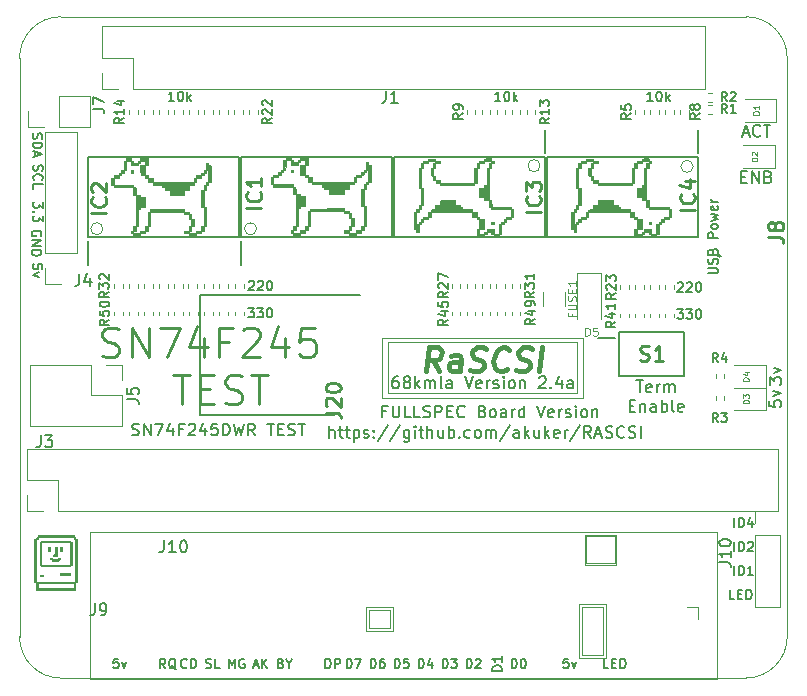
<source format=gbr>
%TF.GenerationSoftware,KiCad,Pcbnew,(5.1.12)-1*%
%TF.CreationDate,2022-02-12T18:24:05-06:00*%
%TF.ProjectId,rascsi_2p4,72617363-7369-45f3-9270-342e6b696361,rev?*%
%TF.SameCoordinates,PX59d60c0PY325aa00*%
%TF.FileFunction,Legend,Top*%
%TF.FilePolarity,Positive*%
%FSLAX46Y46*%
G04 Gerber Fmt 4.6, Leading zero omitted, Abs format (unit mm)*
G04 Created by KiCad (PCBNEW (5.1.12)-1) date 2022-02-12 18:24:05*
%MOMM*%
%LPD*%
G01*
G04 APERTURE LIST*
%ADD10C,0.250000*%
%ADD11C,0.150000*%
%ADD12C,0.120000*%
%ADD13C,0.400000*%
%TA.AperFunction,Profile*%
%ADD14C,0.050000*%
%TD*%
%ADD15C,0.200000*%
%ADD16C,0.100000*%
%ADD17C,0.010000*%
%ADD18C,0.254000*%
G04 APERTURE END LIST*
D10*
X87310000Y-18411904D02*
X87667142Y-18530952D01*
X88262380Y-18530952D01*
X88500476Y-18411904D01*
X88619523Y-18292857D01*
X88738571Y-18054761D01*
X88738571Y-17816666D01*
X88619523Y-17578571D01*
X88500476Y-17459523D01*
X88262380Y-17340476D01*
X87786190Y-17221428D01*
X87548095Y-17102380D01*
X87429047Y-16983333D01*
X87310000Y-16745238D01*
X87310000Y-16507142D01*
X87429047Y-16269047D01*
X87548095Y-16150000D01*
X87786190Y-16030952D01*
X88381428Y-16030952D01*
X88738571Y-16150000D01*
X89810000Y-18530952D02*
X89810000Y-16030952D01*
X91238571Y-18530952D01*
X91238571Y-16030952D01*
X92190952Y-16030952D02*
X93857619Y-16030952D01*
X92786190Y-18530952D01*
X95881428Y-16864285D02*
X95881428Y-18530952D01*
X95286190Y-15911904D02*
X94690952Y-17697619D01*
X96238571Y-17697619D01*
X98024285Y-17221428D02*
X97190952Y-17221428D01*
X97190952Y-18530952D02*
X97190952Y-16030952D01*
X98381428Y-16030952D01*
X99214761Y-16269047D02*
X99333809Y-16150000D01*
X99571904Y-16030952D01*
X100167142Y-16030952D01*
X100405238Y-16150000D01*
X100524285Y-16269047D01*
X100643333Y-16507142D01*
X100643333Y-16745238D01*
X100524285Y-17102380D01*
X99095714Y-18530952D01*
X100643333Y-18530952D01*
X102786190Y-16864285D02*
X102786190Y-18530952D01*
X102190952Y-15911904D02*
X101595714Y-17697619D01*
X103143333Y-17697619D01*
X105286190Y-16030952D02*
X104095714Y-16030952D01*
X103976666Y-17221428D01*
X104095714Y-17102380D01*
X104333809Y-16983333D01*
X104929047Y-16983333D01*
X105167142Y-17102380D01*
X105286190Y-17221428D01*
X105405238Y-17459523D01*
X105405238Y-18054761D01*
X105286190Y-18292857D01*
X105167142Y-18411904D01*
X104929047Y-18530952D01*
X104333809Y-18530952D01*
X104095714Y-18411904D01*
X103976666Y-18292857D01*
X93321904Y-20030952D02*
X94750476Y-20030952D01*
X94036190Y-22530952D02*
X94036190Y-20030952D01*
X95583809Y-21221428D02*
X96417142Y-21221428D01*
X96774285Y-22530952D02*
X95583809Y-22530952D01*
X95583809Y-20030952D01*
X96774285Y-20030952D01*
X97726666Y-22411904D02*
X98083809Y-22530952D01*
X98679047Y-22530952D01*
X98917142Y-22411904D01*
X99036190Y-22292857D01*
X99155238Y-22054761D01*
X99155238Y-21816666D01*
X99036190Y-21578571D01*
X98917142Y-21459523D01*
X98679047Y-21340476D01*
X98202857Y-21221428D01*
X97964761Y-21102380D01*
X97845714Y-20983333D01*
X97726666Y-20745238D01*
X97726666Y-20507142D01*
X97845714Y-20269047D01*
X97964761Y-20150000D01*
X98202857Y-20030952D01*
X98798095Y-20030952D01*
X99155238Y-20150000D01*
X99869523Y-20030952D02*
X101298095Y-20030952D01*
X100583809Y-22530952D02*
X100583809Y-20030952D01*
D11*
X89848095Y-25104761D02*
X89990952Y-25152380D01*
X90229047Y-25152380D01*
X90324285Y-25104761D01*
X90371904Y-25057142D01*
X90419523Y-24961904D01*
X90419523Y-24866666D01*
X90371904Y-24771428D01*
X90324285Y-24723809D01*
X90229047Y-24676190D01*
X90038571Y-24628571D01*
X89943333Y-24580952D01*
X89895714Y-24533333D01*
X89848095Y-24438095D01*
X89848095Y-24342857D01*
X89895714Y-24247619D01*
X89943333Y-24200000D01*
X90038571Y-24152380D01*
X90276666Y-24152380D01*
X90419523Y-24200000D01*
X90848095Y-25152380D02*
X90848095Y-24152380D01*
X91419523Y-25152380D01*
X91419523Y-24152380D01*
X91800476Y-24152380D02*
X92467142Y-24152380D01*
X92038571Y-25152380D01*
X93276666Y-24485714D02*
X93276666Y-25152380D01*
X93038571Y-24104761D02*
X92800476Y-24819047D01*
X93419523Y-24819047D01*
X94133809Y-24628571D02*
X93800476Y-24628571D01*
X93800476Y-25152380D02*
X93800476Y-24152380D01*
X94276666Y-24152380D01*
X94610000Y-24247619D02*
X94657619Y-24200000D01*
X94752857Y-24152380D01*
X94990952Y-24152380D01*
X95086190Y-24200000D01*
X95133809Y-24247619D01*
X95181428Y-24342857D01*
X95181428Y-24438095D01*
X95133809Y-24580952D01*
X94562380Y-25152380D01*
X95181428Y-25152380D01*
X96038571Y-24485714D02*
X96038571Y-25152380D01*
X95800476Y-24104761D02*
X95562380Y-24819047D01*
X96181428Y-24819047D01*
X97038571Y-24152380D02*
X96562380Y-24152380D01*
X96514761Y-24628571D01*
X96562380Y-24580952D01*
X96657619Y-24533333D01*
X96895714Y-24533333D01*
X96990952Y-24580952D01*
X97038571Y-24628571D01*
X97086190Y-24723809D01*
X97086190Y-24961904D01*
X97038571Y-25057142D01*
X96990952Y-25104761D01*
X96895714Y-25152380D01*
X96657619Y-25152380D01*
X96562380Y-25104761D01*
X96514761Y-25057142D01*
X97514761Y-25152380D02*
X97514761Y-24152380D01*
X97752857Y-24152380D01*
X97895714Y-24200000D01*
X97990952Y-24295238D01*
X98038571Y-24390476D01*
X98086190Y-24580952D01*
X98086190Y-24723809D01*
X98038571Y-24914285D01*
X97990952Y-25009523D01*
X97895714Y-25104761D01*
X97752857Y-25152380D01*
X97514761Y-25152380D01*
X98419523Y-24152380D02*
X98657619Y-25152380D01*
X98848095Y-24438095D01*
X99038571Y-25152380D01*
X99276666Y-24152380D01*
X100229047Y-25152380D02*
X99895714Y-24676190D01*
X99657619Y-25152380D02*
X99657619Y-24152380D01*
X100038571Y-24152380D01*
X100133809Y-24200000D01*
X100181428Y-24247619D01*
X100229047Y-24342857D01*
X100229047Y-24485714D01*
X100181428Y-24580952D01*
X100133809Y-24628571D01*
X100038571Y-24676190D01*
X99657619Y-24676190D01*
X101276666Y-24152380D02*
X101848095Y-24152380D01*
X101562380Y-25152380D02*
X101562380Y-24152380D01*
X102181428Y-24628571D02*
X102514761Y-24628571D01*
X102657619Y-25152380D02*
X102181428Y-25152380D01*
X102181428Y-24152380D01*
X102657619Y-24152380D01*
X103038571Y-25104761D02*
X103181428Y-25152380D01*
X103419523Y-25152380D01*
X103514761Y-25104761D01*
X103562380Y-25057142D01*
X103610000Y-24961904D01*
X103610000Y-24866666D01*
X103562380Y-24771428D01*
X103514761Y-24723809D01*
X103419523Y-24676190D01*
X103229047Y-24628571D01*
X103133809Y-24580952D01*
X103086190Y-24533333D01*
X103038571Y-24438095D01*
X103038571Y-24342857D01*
X103086190Y-24247619D01*
X103133809Y-24200000D01*
X103229047Y-24152380D01*
X103467142Y-24152380D01*
X103610000Y-24200000D01*
X103895714Y-24152380D02*
X104467142Y-24152380D01*
X104181428Y-25152380D02*
X104181428Y-24152380D01*
X139526380Y-35909523D02*
X140240666Y-35909523D01*
X140383523Y-35957142D01*
X140478761Y-36052380D01*
X140526380Y-36195238D01*
X140526380Y-36290476D01*
X140526380Y-34909523D02*
X140526380Y-35480952D01*
X140526380Y-35195238D02*
X139526380Y-35195238D01*
X139669238Y-35290476D01*
X139764476Y-35385714D01*
X139812095Y-35480952D01*
X139526380Y-34290476D02*
X139526380Y-34195238D01*
X139574000Y-34100000D01*
X139621619Y-34052380D01*
X139716857Y-34004761D01*
X139907333Y-33957142D01*
X140145428Y-33957142D01*
X140335904Y-34004761D01*
X140431142Y-34052380D01*
X140478761Y-34100000D01*
X140526380Y-34195238D01*
X140526380Y-34290476D01*
X140478761Y-34385714D01*
X140431142Y-34433333D01*
X140335904Y-34480952D01*
X140145428Y-34528571D01*
X139907333Y-34528571D01*
X139716857Y-34480952D01*
X139621619Y-34433333D01*
X139574000Y-34385714D01*
X139526380Y-34290476D01*
X92528476Y-34044380D02*
X92528476Y-34758666D01*
X92480857Y-34901523D01*
X92385619Y-34996761D01*
X92242761Y-35044380D01*
X92147523Y-35044380D01*
X93528476Y-35044380D02*
X92957047Y-35044380D01*
X93242761Y-35044380D02*
X93242761Y-34044380D01*
X93147523Y-34187238D01*
X93052285Y-34282476D01*
X92957047Y-34330095D01*
X94147523Y-34044380D02*
X94242761Y-34044380D01*
X94338000Y-34092000D01*
X94385619Y-34139619D01*
X94433238Y-34234857D01*
X94480857Y-34425333D01*
X94480857Y-34663428D01*
X94433238Y-34853904D01*
X94385619Y-34949142D01*
X94338000Y-34996761D01*
X94242761Y-35044380D01*
X94147523Y-35044380D01*
X94052285Y-34996761D01*
X94004666Y-34949142D01*
X93957047Y-34853904D01*
X93909428Y-34663428D01*
X93909428Y-34425333D01*
X93957047Y-34234857D01*
X94004666Y-34139619D01*
X94052285Y-34092000D01*
X94147523Y-34044380D01*
X86654666Y-39378380D02*
X86654666Y-40092666D01*
X86607047Y-40235523D01*
X86511809Y-40330761D01*
X86368952Y-40378380D01*
X86273714Y-40378380D01*
X87178476Y-40378380D02*
X87368952Y-40378380D01*
X87464190Y-40330761D01*
X87511809Y-40283142D01*
X87607047Y-40140285D01*
X87654666Y-39949809D01*
X87654666Y-39568857D01*
X87607047Y-39473619D01*
X87559428Y-39426000D01*
X87464190Y-39378380D01*
X87273714Y-39378380D01*
X87178476Y-39426000D01*
X87130857Y-39473619D01*
X87083238Y-39568857D01*
X87083238Y-39806952D01*
X87130857Y-39902190D01*
X87178476Y-39949809D01*
X87273714Y-39997428D01*
X87464190Y-39997428D01*
X87559428Y-39949809D01*
X87607047Y-39902190D01*
X87654666Y-39806952D01*
D12*
X127628000Y-43990000D02*
X127628000Y-39418000D01*
X129914000Y-43990000D02*
X127628000Y-43990000D01*
X129914000Y-39418000D02*
X129914000Y-43990000D01*
X127628000Y-39418000D02*
X129914000Y-39418000D01*
X127882000Y-43736000D02*
X127882000Y-39672000D01*
X129660000Y-43736000D02*
X127882000Y-43736000D01*
X129660000Y-39672000D02*
X129660000Y-43736000D01*
X127882000Y-39672000D02*
X129660000Y-39672000D01*
X109848000Y-41450000D02*
X109848000Y-39926000D01*
X111626000Y-41450000D02*
X109848000Y-41450000D01*
X111626000Y-39926000D02*
X111626000Y-41450000D01*
X109848000Y-39926000D02*
X111626000Y-39926000D01*
X109594000Y-41704000D02*
X109594000Y-39672000D01*
X111880000Y-41704000D02*
X109594000Y-41704000D01*
X111880000Y-39672000D02*
X111880000Y-41704000D01*
X109594000Y-39672000D02*
X111880000Y-39672000D01*
D11*
X140829714Y-39017904D02*
X140448761Y-39017904D01*
X140448761Y-38217904D01*
X141096380Y-38598857D02*
X141363047Y-38598857D01*
X141477333Y-39017904D02*
X141096380Y-39017904D01*
X141096380Y-38217904D01*
X141477333Y-38217904D01*
X141820190Y-39017904D02*
X141820190Y-38217904D01*
X142010666Y-38217904D01*
X142124952Y-38256000D01*
X142201142Y-38332190D01*
X142239238Y-38408380D01*
X142277333Y-38560761D01*
X142277333Y-38675047D01*
X142239238Y-38827428D01*
X142201142Y-38903619D01*
X142124952Y-38979809D01*
X142010666Y-39017904D01*
X141820190Y-39017904D01*
X140817047Y-36985904D02*
X140817047Y-36185904D01*
X141198000Y-36985904D02*
X141198000Y-36185904D01*
X141388476Y-36185904D01*
X141502761Y-36224000D01*
X141578952Y-36300190D01*
X141617047Y-36376380D01*
X141655142Y-36528761D01*
X141655142Y-36643047D01*
X141617047Y-36795428D01*
X141578952Y-36871619D01*
X141502761Y-36947809D01*
X141388476Y-36985904D01*
X141198000Y-36985904D01*
X142417047Y-36985904D02*
X141959904Y-36985904D01*
X142188476Y-36985904D02*
X142188476Y-36185904D01*
X142112285Y-36300190D01*
X142036095Y-36376380D01*
X141959904Y-36414476D01*
X140817047Y-32921904D02*
X140817047Y-32121904D01*
X141198000Y-32921904D02*
X141198000Y-32121904D01*
X141388476Y-32121904D01*
X141502761Y-32160000D01*
X141578952Y-32236190D01*
X141617047Y-32312380D01*
X141655142Y-32464761D01*
X141655142Y-32579047D01*
X141617047Y-32731428D01*
X141578952Y-32807619D01*
X141502761Y-32883809D01*
X141388476Y-32921904D01*
X141198000Y-32921904D01*
X142340857Y-32388571D02*
X142340857Y-32921904D01*
X142150380Y-32083809D02*
X141959904Y-32655238D01*
X142455142Y-32655238D01*
X140817047Y-34953904D02*
X140817047Y-34153904D01*
X141198000Y-34953904D02*
X141198000Y-34153904D01*
X141388476Y-34153904D01*
X141502761Y-34192000D01*
X141578952Y-34268190D01*
X141617047Y-34344380D01*
X141655142Y-34496761D01*
X141655142Y-34611047D01*
X141617047Y-34763428D01*
X141578952Y-34839619D01*
X141502761Y-34915809D01*
X141388476Y-34953904D01*
X141198000Y-34953904D01*
X141959904Y-34230095D02*
X141998000Y-34192000D01*
X142074190Y-34153904D01*
X142264666Y-34153904D01*
X142340857Y-34192000D01*
X142378952Y-34230095D01*
X142417047Y-34306285D01*
X142417047Y-34382476D01*
X142378952Y-34496761D01*
X141921809Y-34953904D01*
X142417047Y-34953904D01*
X130161714Y-44859904D02*
X129780761Y-44859904D01*
X129780761Y-44059904D01*
X130428380Y-44440857D02*
X130695047Y-44440857D01*
X130809333Y-44859904D02*
X130428380Y-44859904D01*
X130428380Y-44059904D01*
X130809333Y-44059904D01*
X131152190Y-44859904D02*
X131152190Y-44059904D01*
X131342666Y-44059904D01*
X131456952Y-44098000D01*
X131533142Y-44174190D01*
X131571238Y-44250380D01*
X131609333Y-44402761D01*
X131609333Y-44517047D01*
X131571238Y-44669428D01*
X131533142Y-44745619D01*
X131456952Y-44821809D01*
X131342666Y-44859904D01*
X131152190Y-44859904D01*
X106190476Y-44859904D02*
X106190476Y-44059904D01*
X106380952Y-44059904D01*
X106495238Y-44098000D01*
X106571428Y-44174190D01*
X106609523Y-44250380D01*
X106647619Y-44402761D01*
X106647619Y-44517047D01*
X106609523Y-44669428D01*
X106571428Y-44745619D01*
X106495238Y-44821809D01*
X106380952Y-44859904D01*
X106190476Y-44859904D01*
X106990476Y-44859904D02*
X106990476Y-44059904D01*
X107295238Y-44059904D01*
X107371428Y-44098000D01*
X107409523Y-44136095D01*
X107447619Y-44212285D01*
X107447619Y-44326571D01*
X107409523Y-44402761D01*
X107371428Y-44440857D01*
X107295238Y-44478952D01*
X106990476Y-44478952D01*
X112051523Y-44859904D02*
X112051523Y-44059904D01*
X112242000Y-44059904D01*
X112356285Y-44098000D01*
X112432476Y-44174190D01*
X112470571Y-44250380D01*
X112508666Y-44402761D01*
X112508666Y-44517047D01*
X112470571Y-44669428D01*
X112432476Y-44745619D01*
X112356285Y-44821809D01*
X112242000Y-44859904D01*
X112051523Y-44859904D01*
X113232476Y-44059904D02*
X112851523Y-44059904D01*
X112813428Y-44440857D01*
X112851523Y-44402761D01*
X112927714Y-44364666D01*
X113118190Y-44364666D01*
X113194380Y-44402761D01*
X113232476Y-44440857D01*
X113270571Y-44517047D01*
X113270571Y-44707523D01*
X113232476Y-44783714D01*
X113194380Y-44821809D01*
X113118190Y-44859904D01*
X112927714Y-44859904D01*
X112851523Y-44821809D01*
X112813428Y-44783714D01*
X121131904Y-45088476D02*
X120331904Y-45088476D01*
X120331904Y-44898000D01*
X120370000Y-44783714D01*
X120446190Y-44707523D01*
X120522380Y-44669428D01*
X120674761Y-44631333D01*
X120789047Y-44631333D01*
X120941428Y-44669428D01*
X121017619Y-44707523D01*
X121093809Y-44783714D01*
X121131904Y-44898000D01*
X121131904Y-45088476D01*
X121131904Y-43869428D02*
X121131904Y-44326571D01*
X121131904Y-44098000D02*
X120331904Y-44098000D01*
X120446190Y-44174190D01*
X120522380Y-44250380D01*
X120560476Y-44326571D01*
X121957523Y-44859904D02*
X121957523Y-44059904D01*
X122148000Y-44059904D01*
X122262285Y-44098000D01*
X122338476Y-44174190D01*
X122376571Y-44250380D01*
X122414666Y-44402761D01*
X122414666Y-44517047D01*
X122376571Y-44669428D01*
X122338476Y-44745619D01*
X122262285Y-44821809D01*
X122148000Y-44859904D01*
X121957523Y-44859904D01*
X122909904Y-44059904D02*
X122986095Y-44059904D01*
X123062285Y-44098000D01*
X123100380Y-44136095D01*
X123138476Y-44212285D01*
X123176571Y-44364666D01*
X123176571Y-44555142D01*
X123138476Y-44707523D01*
X123100380Y-44783714D01*
X123062285Y-44821809D01*
X122986095Y-44859904D01*
X122909904Y-44859904D01*
X122833714Y-44821809D01*
X122795619Y-44783714D01*
X122757523Y-44707523D01*
X122719428Y-44555142D01*
X122719428Y-44364666D01*
X122757523Y-44212285D01*
X122795619Y-44136095D01*
X122833714Y-44098000D01*
X122909904Y-44059904D01*
X118147523Y-44859904D02*
X118147523Y-44059904D01*
X118338000Y-44059904D01*
X118452285Y-44098000D01*
X118528476Y-44174190D01*
X118566571Y-44250380D01*
X118604666Y-44402761D01*
X118604666Y-44517047D01*
X118566571Y-44669428D01*
X118528476Y-44745619D01*
X118452285Y-44821809D01*
X118338000Y-44859904D01*
X118147523Y-44859904D01*
X118909428Y-44136095D02*
X118947523Y-44098000D01*
X119023714Y-44059904D01*
X119214190Y-44059904D01*
X119290380Y-44098000D01*
X119328476Y-44136095D01*
X119366571Y-44212285D01*
X119366571Y-44288476D01*
X119328476Y-44402761D01*
X118871333Y-44859904D01*
X119366571Y-44859904D01*
X116115523Y-44859904D02*
X116115523Y-44059904D01*
X116306000Y-44059904D01*
X116420285Y-44098000D01*
X116496476Y-44174190D01*
X116534571Y-44250380D01*
X116572666Y-44402761D01*
X116572666Y-44517047D01*
X116534571Y-44669428D01*
X116496476Y-44745619D01*
X116420285Y-44821809D01*
X116306000Y-44859904D01*
X116115523Y-44859904D01*
X116839333Y-44059904D02*
X117334571Y-44059904D01*
X117067904Y-44364666D01*
X117182190Y-44364666D01*
X117258380Y-44402761D01*
X117296476Y-44440857D01*
X117334571Y-44517047D01*
X117334571Y-44707523D01*
X117296476Y-44783714D01*
X117258380Y-44821809D01*
X117182190Y-44859904D01*
X116953619Y-44859904D01*
X116877428Y-44821809D01*
X116839333Y-44783714D01*
X114083523Y-44859904D02*
X114083523Y-44059904D01*
X114274000Y-44059904D01*
X114388285Y-44098000D01*
X114464476Y-44174190D01*
X114502571Y-44250380D01*
X114540666Y-44402761D01*
X114540666Y-44517047D01*
X114502571Y-44669428D01*
X114464476Y-44745619D01*
X114388285Y-44821809D01*
X114274000Y-44859904D01*
X114083523Y-44859904D01*
X115226380Y-44326571D02*
X115226380Y-44859904D01*
X115035904Y-44021809D02*
X114845428Y-44593238D01*
X115340666Y-44593238D01*
X107987523Y-44859904D02*
X107987523Y-44059904D01*
X108178000Y-44059904D01*
X108292285Y-44098000D01*
X108368476Y-44174190D01*
X108406571Y-44250380D01*
X108444666Y-44402761D01*
X108444666Y-44517047D01*
X108406571Y-44669428D01*
X108368476Y-44745619D01*
X108292285Y-44821809D01*
X108178000Y-44859904D01*
X107987523Y-44859904D01*
X108711333Y-44059904D02*
X109244666Y-44059904D01*
X108901809Y-44859904D01*
X110019523Y-44859904D02*
X110019523Y-44059904D01*
X110210000Y-44059904D01*
X110324285Y-44098000D01*
X110400476Y-44174190D01*
X110438571Y-44250380D01*
X110476666Y-44402761D01*
X110476666Y-44517047D01*
X110438571Y-44669428D01*
X110400476Y-44745619D01*
X110324285Y-44821809D01*
X110210000Y-44859904D01*
X110019523Y-44859904D01*
X111162380Y-44059904D02*
X111010000Y-44059904D01*
X110933809Y-44098000D01*
X110895714Y-44136095D01*
X110819523Y-44250380D01*
X110781428Y-44402761D01*
X110781428Y-44707523D01*
X110819523Y-44783714D01*
X110857619Y-44821809D01*
X110933809Y-44859904D01*
X111086190Y-44859904D01*
X111162380Y-44821809D01*
X111200476Y-44783714D01*
X111238571Y-44707523D01*
X111238571Y-44517047D01*
X111200476Y-44440857D01*
X111162380Y-44402761D01*
X111086190Y-44364666D01*
X110933809Y-44364666D01*
X110857619Y-44402761D01*
X110819523Y-44440857D01*
X110781428Y-44517047D01*
X102450285Y-44440857D02*
X102564571Y-44478952D01*
X102602666Y-44517047D01*
X102640761Y-44593238D01*
X102640761Y-44707523D01*
X102602666Y-44783714D01*
X102564571Y-44821809D01*
X102488380Y-44859904D01*
X102183619Y-44859904D01*
X102183619Y-44059904D01*
X102450285Y-44059904D01*
X102526476Y-44098000D01*
X102564571Y-44136095D01*
X102602666Y-44212285D01*
X102602666Y-44288476D01*
X102564571Y-44364666D01*
X102526476Y-44402761D01*
X102450285Y-44440857D01*
X102183619Y-44440857D01*
X103136000Y-44478952D02*
X103136000Y-44859904D01*
X102869333Y-44059904D02*
X103136000Y-44478952D01*
X103402666Y-44059904D01*
X100113523Y-44631333D02*
X100494476Y-44631333D01*
X100037333Y-44859904D02*
X100304000Y-44059904D01*
X100570666Y-44859904D01*
X100837333Y-44859904D02*
X100837333Y-44059904D01*
X101294476Y-44859904D02*
X100951619Y-44402761D01*
X101294476Y-44059904D02*
X100837333Y-44517047D01*
X126751714Y-44059904D02*
X126370761Y-44059904D01*
X126332666Y-44440857D01*
X126370761Y-44402761D01*
X126446952Y-44364666D01*
X126637428Y-44364666D01*
X126713619Y-44402761D01*
X126751714Y-44440857D01*
X126789809Y-44517047D01*
X126789809Y-44707523D01*
X126751714Y-44783714D01*
X126713619Y-44821809D01*
X126637428Y-44859904D01*
X126446952Y-44859904D01*
X126370761Y-44821809D01*
X126332666Y-44783714D01*
X127056476Y-44326571D02*
X127246952Y-44859904D01*
X127437428Y-44326571D01*
X98005333Y-44859904D02*
X98005333Y-44059904D01*
X98272000Y-44631333D01*
X98538666Y-44059904D01*
X98538666Y-44859904D01*
X99338666Y-44098000D02*
X99262476Y-44059904D01*
X99148190Y-44059904D01*
X99033904Y-44098000D01*
X98957714Y-44174190D01*
X98919619Y-44250380D01*
X98881523Y-44402761D01*
X98881523Y-44517047D01*
X98919619Y-44669428D01*
X98957714Y-44745619D01*
X99033904Y-44821809D01*
X99148190Y-44859904D01*
X99224380Y-44859904D01*
X99338666Y-44821809D01*
X99376761Y-44783714D01*
X99376761Y-44517047D01*
X99224380Y-44517047D01*
X88651714Y-44059904D02*
X88270761Y-44059904D01*
X88232666Y-44440857D01*
X88270761Y-44402761D01*
X88346952Y-44364666D01*
X88537428Y-44364666D01*
X88613619Y-44402761D01*
X88651714Y-44440857D01*
X88689809Y-44517047D01*
X88689809Y-44707523D01*
X88651714Y-44783714D01*
X88613619Y-44821809D01*
X88537428Y-44859904D01*
X88346952Y-44859904D01*
X88270761Y-44821809D01*
X88232666Y-44783714D01*
X88956476Y-44326571D02*
X89146952Y-44859904D01*
X89337428Y-44326571D01*
X94455619Y-44783714D02*
X94417523Y-44821809D01*
X94303238Y-44859904D01*
X94227047Y-44859904D01*
X94112761Y-44821809D01*
X94036571Y-44745619D01*
X93998476Y-44669428D01*
X93960380Y-44517047D01*
X93960380Y-44402761D01*
X93998476Y-44250380D01*
X94036571Y-44174190D01*
X94112761Y-44098000D01*
X94227047Y-44059904D01*
X94303238Y-44059904D01*
X94417523Y-44098000D01*
X94455619Y-44136095D01*
X94798476Y-44859904D02*
X94798476Y-44059904D01*
X94988952Y-44059904D01*
X95103238Y-44098000D01*
X95179428Y-44174190D01*
X95217523Y-44250380D01*
X95255619Y-44402761D01*
X95255619Y-44517047D01*
X95217523Y-44669428D01*
X95179428Y-44745619D01*
X95103238Y-44821809D01*
X94988952Y-44859904D01*
X94798476Y-44859904D01*
X92658571Y-44859904D02*
X92391904Y-44478952D01*
X92201428Y-44859904D02*
X92201428Y-44059904D01*
X92506190Y-44059904D01*
X92582380Y-44098000D01*
X92620476Y-44136095D01*
X92658571Y-44212285D01*
X92658571Y-44326571D01*
X92620476Y-44402761D01*
X92582380Y-44440857D01*
X92506190Y-44478952D01*
X92201428Y-44478952D01*
X93534761Y-44936095D02*
X93458571Y-44898000D01*
X93382380Y-44821809D01*
X93268095Y-44707523D01*
X93191904Y-44669428D01*
X93115714Y-44669428D01*
X93153809Y-44859904D02*
X93077619Y-44821809D01*
X93001428Y-44745619D01*
X92963333Y-44593238D01*
X92963333Y-44326571D01*
X93001428Y-44174190D01*
X93077619Y-44098000D01*
X93153809Y-44059904D01*
X93306190Y-44059904D01*
X93382380Y-44098000D01*
X93458571Y-44174190D01*
X93496666Y-44326571D01*
X93496666Y-44593238D01*
X93458571Y-44745619D01*
X93382380Y-44821809D01*
X93306190Y-44859904D01*
X93153809Y-44859904D01*
X96087619Y-44821809D02*
X96201904Y-44859904D01*
X96392380Y-44859904D01*
X96468571Y-44821809D01*
X96506666Y-44783714D01*
X96544761Y-44707523D01*
X96544761Y-44631333D01*
X96506666Y-44555142D01*
X96468571Y-44517047D01*
X96392380Y-44478952D01*
X96240000Y-44440857D01*
X96163809Y-44402761D01*
X96125714Y-44364666D01*
X96087619Y-44288476D01*
X96087619Y-44212285D01*
X96125714Y-44136095D01*
X96163809Y-44098000D01*
X96240000Y-44059904D01*
X96430476Y-44059904D01*
X96544761Y-44098000D01*
X97268571Y-44859904D02*
X96887619Y-44859904D01*
X96887619Y-44059904D01*
X111333666Y4008120D02*
X111333666Y3293834D01*
X111286047Y3150977D01*
X111190809Y3055739D01*
X111047952Y3008120D01*
X110952714Y3008120D01*
X112333666Y3008120D02*
X111762238Y3008120D01*
X112047952Y3008120D02*
X112047952Y4008120D01*
X111952714Y3865262D01*
X111857476Y3770024D01*
X111762238Y3722405D01*
X141416904Y-3262571D02*
X141750238Y-3262571D01*
X141893095Y-3786380D02*
X141416904Y-3786380D01*
X141416904Y-2786380D01*
X141893095Y-2786380D01*
X142321666Y-3786380D02*
X142321666Y-2786380D01*
X142893095Y-3786380D01*
X142893095Y-2786380D01*
X143702619Y-3262571D02*
X143845476Y-3310190D01*
X143893095Y-3357809D01*
X143940714Y-3453047D01*
X143940714Y-3595904D01*
X143893095Y-3691142D01*
X143845476Y-3738761D01*
X143750238Y-3786380D01*
X143369285Y-3786380D01*
X143369285Y-2786380D01*
X143702619Y-2786380D01*
X143797857Y-2834000D01*
X143845476Y-2881619D01*
X143893095Y-2976857D01*
X143893095Y-3072095D01*
X143845476Y-3167333D01*
X143797857Y-3214952D01*
X143702619Y-3262571D01*
X143369285Y-3262571D01*
X141535952Y436334D02*
X142012142Y436334D01*
X141440714Y150620D02*
X141774047Y1150620D01*
X142107380Y150620D01*
X143012142Y245858D02*
X142964523Y198239D01*
X142821666Y150620D01*
X142726428Y150620D01*
X142583571Y198239D01*
X142488333Y293477D01*
X142440714Y388715D01*
X142393095Y579191D01*
X142393095Y722048D01*
X142440714Y912524D01*
X142488333Y1007762D01*
X142583571Y1103000D01*
X142726428Y1150620D01*
X142821666Y1150620D01*
X142964523Y1103000D01*
X143012142Y1055381D01*
X143297857Y1150620D02*
X143869285Y1150620D01*
X143583571Y150620D02*
X143583571Y1150620D01*
X138597404Y-11436214D02*
X139245023Y-11436214D01*
X139321214Y-11398119D01*
X139359309Y-11360023D01*
X139397404Y-11283833D01*
X139397404Y-11131452D01*
X139359309Y-11055261D01*
X139321214Y-11017166D01*
X139245023Y-10979071D01*
X138597404Y-10979071D01*
X139359309Y-10636214D02*
X139397404Y-10521928D01*
X139397404Y-10331452D01*
X139359309Y-10255261D01*
X139321214Y-10217166D01*
X139245023Y-10179071D01*
X139168833Y-10179071D01*
X139092642Y-10217166D01*
X139054547Y-10255261D01*
X139016452Y-10331452D01*
X138978357Y-10483833D01*
X138940261Y-10560023D01*
X138902166Y-10598119D01*
X138825976Y-10636214D01*
X138749785Y-10636214D01*
X138673595Y-10598119D01*
X138635500Y-10560023D01*
X138597404Y-10483833D01*
X138597404Y-10293357D01*
X138635500Y-10179071D01*
X138978357Y-9569547D02*
X139016452Y-9455261D01*
X139054547Y-9417166D01*
X139130738Y-9379071D01*
X139245023Y-9379071D01*
X139321214Y-9417166D01*
X139359309Y-9455261D01*
X139397404Y-9531452D01*
X139397404Y-9836214D01*
X138597404Y-9836214D01*
X138597404Y-9569547D01*
X138635500Y-9493357D01*
X138673595Y-9455261D01*
X138749785Y-9417166D01*
X138825976Y-9417166D01*
X138902166Y-9455261D01*
X138940261Y-9493357D01*
X138978357Y-9569547D01*
X138978357Y-9836214D01*
X139397404Y-8426690D02*
X138597404Y-8426690D01*
X138597404Y-8121928D01*
X138635500Y-8045738D01*
X138673595Y-8007642D01*
X138749785Y-7969547D01*
X138864071Y-7969547D01*
X138940261Y-8007642D01*
X138978357Y-8045738D01*
X139016452Y-8121928D01*
X139016452Y-8426690D01*
X139397404Y-7512404D02*
X139359309Y-7588595D01*
X139321214Y-7626690D01*
X139245023Y-7664785D01*
X139016452Y-7664785D01*
X138940261Y-7626690D01*
X138902166Y-7588595D01*
X138864071Y-7512404D01*
X138864071Y-7398119D01*
X138902166Y-7321928D01*
X138940261Y-7283833D01*
X139016452Y-7245738D01*
X139245023Y-7245738D01*
X139321214Y-7283833D01*
X139359309Y-7321928D01*
X139397404Y-7398119D01*
X139397404Y-7512404D01*
X138864071Y-6979071D02*
X139397404Y-6826690D01*
X139016452Y-6674309D01*
X139397404Y-6521928D01*
X138864071Y-6369547D01*
X139359309Y-5760023D02*
X139397404Y-5836214D01*
X139397404Y-5988595D01*
X139359309Y-6064785D01*
X139283119Y-6102880D01*
X138978357Y-6102880D01*
X138902166Y-6064785D01*
X138864071Y-5988595D01*
X138864071Y-5836214D01*
X138902166Y-5760023D01*
X138978357Y-5721928D01*
X139054547Y-5721928D01*
X139130738Y-6102880D01*
X139397404Y-5379071D02*
X138864071Y-5379071D01*
X139016452Y-5379071D02*
X138940261Y-5340976D01*
X138902166Y-5302880D01*
X138864071Y-5226690D01*
X138864071Y-5150500D01*
D12*
X137324953Y-2381500D02*
G75*
G03*
X137324953Y-2381500I-511953J0D01*
G01*
X124370953Y-2318000D02*
G75*
G03*
X124370953Y-2318000I-511953J0D01*
G01*
D11*
X143812380Y-20844285D02*
X143812380Y-20225238D01*
X144193333Y-20558571D01*
X144193333Y-20415714D01*
X144240952Y-20320476D01*
X144288571Y-20272857D01*
X144383809Y-20225238D01*
X144621904Y-20225238D01*
X144717142Y-20272857D01*
X144764761Y-20320476D01*
X144812380Y-20415714D01*
X144812380Y-20701428D01*
X144764761Y-20796666D01*
X144717142Y-20844285D01*
X144145714Y-19891904D02*
X144812380Y-19653809D01*
X144145714Y-19415714D01*
X143782380Y-22212857D02*
X143782380Y-22689047D01*
X144258571Y-22736666D01*
X144210952Y-22689047D01*
X144163333Y-22593809D01*
X144163333Y-22355714D01*
X144210952Y-22260476D01*
X144258571Y-22212857D01*
X144353809Y-22165238D01*
X144591904Y-22165238D01*
X144687142Y-22212857D01*
X144734761Y-22260476D01*
X144782380Y-22355714D01*
X144782380Y-22593809D01*
X144734761Y-22689047D01*
X144687142Y-22736666D01*
X144115714Y-21831904D02*
X144782380Y-21593809D01*
X144115714Y-21355714D01*
X106543333Y-25352380D02*
X106543333Y-24352380D01*
X106971904Y-25352380D02*
X106971904Y-24828571D01*
X106924285Y-24733333D01*
X106829047Y-24685714D01*
X106686190Y-24685714D01*
X106590952Y-24733333D01*
X106543333Y-24780952D01*
X107305238Y-24685714D02*
X107686190Y-24685714D01*
X107448095Y-24352380D02*
X107448095Y-25209523D01*
X107495714Y-25304761D01*
X107590952Y-25352380D01*
X107686190Y-25352380D01*
X107876666Y-24685714D02*
X108257619Y-24685714D01*
X108019523Y-24352380D02*
X108019523Y-25209523D01*
X108067142Y-25304761D01*
X108162380Y-25352380D01*
X108257619Y-25352380D01*
X108590952Y-24685714D02*
X108590952Y-25685714D01*
X108590952Y-24733333D02*
X108686190Y-24685714D01*
X108876666Y-24685714D01*
X108971904Y-24733333D01*
X109019523Y-24780952D01*
X109067142Y-24876190D01*
X109067142Y-25161904D01*
X109019523Y-25257142D01*
X108971904Y-25304761D01*
X108876666Y-25352380D01*
X108686190Y-25352380D01*
X108590952Y-25304761D01*
X109448095Y-25304761D02*
X109543333Y-25352380D01*
X109733809Y-25352380D01*
X109829047Y-25304761D01*
X109876666Y-25209523D01*
X109876666Y-25161904D01*
X109829047Y-25066666D01*
X109733809Y-25019047D01*
X109590952Y-25019047D01*
X109495714Y-24971428D01*
X109448095Y-24876190D01*
X109448095Y-24828571D01*
X109495714Y-24733333D01*
X109590952Y-24685714D01*
X109733809Y-24685714D01*
X109829047Y-24733333D01*
X110305238Y-25257142D02*
X110352857Y-25304761D01*
X110305238Y-25352380D01*
X110257619Y-25304761D01*
X110305238Y-25257142D01*
X110305238Y-25352380D01*
X110305238Y-24733333D02*
X110352857Y-24780952D01*
X110305238Y-24828571D01*
X110257619Y-24780952D01*
X110305238Y-24733333D01*
X110305238Y-24828571D01*
X111495714Y-24304761D02*
X110638571Y-25590476D01*
X112543333Y-24304761D02*
X111686190Y-25590476D01*
X113305238Y-24685714D02*
X113305238Y-25495238D01*
X113257619Y-25590476D01*
X113210000Y-25638095D01*
X113114761Y-25685714D01*
X112971904Y-25685714D01*
X112876666Y-25638095D01*
X113305238Y-25304761D02*
X113210000Y-25352380D01*
X113019523Y-25352380D01*
X112924285Y-25304761D01*
X112876666Y-25257142D01*
X112829047Y-25161904D01*
X112829047Y-24876190D01*
X112876666Y-24780952D01*
X112924285Y-24733333D01*
X113019523Y-24685714D01*
X113210000Y-24685714D01*
X113305238Y-24733333D01*
X113781428Y-25352380D02*
X113781428Y-24685714D01*
X113781428Y-24352380D02*
X113733809Y-24400000D01*
X113781428Y-24447619D01*
X113829047Y-24400000D01*
X113781428Y-24352380D01*
X113781428Y-24447619D01*
X114114761Y-24685714D02*
X114495714Y-24685714D01*
X114257619Y-24352380D02*
X114257619Y-25209523D01*
X114305238Y-25304761D01*
X114400476Y-25352380D01*
X114495714Y-25352380D01*
X114829047Y-25352380D02*
X114829047Y-24352380D01*
X115257619Y-25352380D02*
X115257619Y-24828571D01*
X115210000Y-24733333D01*
X115114761Y-24685714D01*
X114971904Y-24685714D01*
X114876666Y-24733333D01*
X114829047Y-24780952D01*
X116162380Y-24685714D02*
X116162380Y-25352380D01*
X115733809Y-24685714D02*
X115733809Y-25209523D01*
X115781428Y-25304761D01*
X115876666Y-25352380D01*
X116019523Y-25352380D01*
X116114761Y-25304761D01*
X116162380Y-25257142D01*
X116638571Y-25352380D02*
X116638571Y-24352380D01*
X116638571Y-24733333D02*
X116733809Y-24685714D01*
X116924285Y-24685714D01*
X117019523Y-24733333D01*
X117067142Y-24780952D01*
X117114761Y-24876190D01*
X117114761Y-25161904D01*
X117067142Y-25257142D01*
X117019523Y-25304761D01*
X116924285Y-25352380D01*
X116733809Y-25352380D01*
X116638571Y-25304761D01*
X117543333Y-25257142D02*
X117590952Y-25304761D01*
X117543333Y-25352380D01*
X117495714Y-25304761D01*
X117543333Y-25257142D01*
X117543333Y-25352380D01*
X118448095Y-25304761D02*
X118352857Y-25352380D01*
X118162380Y-25352380D01*
X118067142Y-25304761D01*
X118019523Y-25257142D01*
X117971904Y-25161904D01*
X117971904Y-24876190D01*
X118019523Y-24780952D01*
X118067142Y-24733333D01*
X118162380Y-24685714D01*
X118352857Y-24685714D01*
X118448095Y-24733333D01*
X119019523Y-25352380D02*
X118924285Y-25304761D01*
X118876666Y-25257142D01*
X118829047Y-25161904D01*
X118829047Y-24876190D01*
X118876666Y-24780952D01*
X118924285Y-24733333D01*
X119019523Y-24685714D01*
X119162380Y-24685714D01*
X119257619Y-24733333D01*
X119305238Y-24780952D01*
X119352857Y-24876190D01*
X119352857Y-25161904D01*
X119305238Y-25257142D01*
X119257619Y-25304761D01*
X119162380Y-25352380D01*
X119019523Y-25352380D01*
X119781428Y-25352380D02*
X119781428Y-24685714D01*
X119781428Y-24780952D02*
X119829047Y-24733333D01*
X119924285Y-24685714D01*
X120067142Y-24685714D01*
X120162380Y-24733333D01*
X120210000Y-24828571D01*
X120210000Y-25352380D01*
X120210000Y-24828571D02*
X120257619Y-24733333D01*
X120352857Y-24685714D01*
X120495714Y-24685714D01*
X120590952Y-24733333D01*
X120638571Y-24828571D01*
X120638571Y-25352380D01*
X121829047Y-24304761D02*
X120971904Y-25590476D01*
X122590952Y-25352380D02*
X122590952Y-24828571D01*
X122543333Y-24733333D01*
X122448095Y-24685714D01*
X122257619Y-24685714D01*
X122162380Y-24733333D01*
X122590952Y-25304761D02*
X122495714Y-25352380D01*
X122257619Y-25352380D01*
X122162380Y-25304761D01*
X122114761Y-25209523D01*
X122114761Y-25114285D01*
X122162380Y-25019047D01*
X122257619Y-24971428D01*
X122495714Y-24971428D01*
X122590952Y-24923809D01*
X123067142Y-25352380D02*
X123067142Y-24352380D01*
X123162380Y-24971428D02*
X123448095Y-25352380D01*
X123448095Y-24685714D02*
X123067142Y-25066666D01*
X124305238Y-24685714D02*
X124305238Y-25352380D01*
X123876666Y-24685714D02*
X123876666Y-25209523D01*
X123924285Y-25304761D01*
X124019523Y-25352380D01*
X124162380Y-25352380D01*
X124257619Y-25304761D01*
X124305238Y-25257142D01*
X124781428Y-25352380D02*
X124781428Y-24352380D01*
X124876666Y-24971428D02*
X125162380Y-25352380D01*
X125162380Y-24685714D02*
X124781428Y-25066666D01*
X125971904Y-25304761D02*
X125876666Y-25352380D01*
X125686190Y-25352380D01*
X125590952Y-25304761D01*
X125543333Y-25209523D01*
X125543333Y-24828571D01*
X125590952Y-24733333D01*
X125686190Y-24685714D01*
X125876666Y-24685714D01*
X125971904Y-24733333D01*
X126019523Y-24828571D01*
X126019523Y-24923809D01*
X125543333Y-25019047D01*
X126448095Y-25352380D02*
X126448095Y-24685714D01*
X126448095Y-24876190D02*
X126495714Y-24780952D01*
X126543333Y-24733333D01*
X126638571Y-24685714D01*
X126733809Y-24685714D01*
X127781428Y-24304761D02*
X126924285Y-25590476D01*
X128686190Y-25352380D02*
X128352857Y-24876190D01*
X128114761Y-25352380D02*
X128114761Y-24352380D01*
X128495714Y-24352380D01*
X128590952Y-24400000D01*
X128638571Y-24447619D01*
X128686190Y-24542857D01*
X128686190Y-24685714D01*
X128638571Y-24780952D01*
X128590952Y-24828571D01*
X128495714Y-24876190D01*
X128114761Y-24876190D01*
X129067142Y-25066666D02*
X129543333Y-25066666D01*
X128971904Y-25352380D02*
X129305238Y-24352380D01*
X129638571Y-25352380D01*
X129924285Y-25304761D02*
X130067142Y-25352380D01*
X130305238Y-25352380D01*
X130400476Y-25304761D01*
X130448095Y-25257142D01*
X130495714Y-25161904D01*
X130495714Y-25066666D01*
X130448095Y-24971428D01*
X130400476Y-24923809D01*
X130305238Y-24876190D01*
X130114761Y-24828571D01*
X130019523Y-24780952D01*
X129971904Y-24733333D01*
X129924285Y-24638095D01*
X129924285Y-24542857D01*
X129971904Y-24447619D01*
X130019523Y-24400000D01*
X130114761Y-24352380D01*
X130352857Y-24352380D01*
X130495714Y-24400000D01*
X131495714Y-25257142D02*
X131448095Y-25304761D01*
X131305238Y-25352380D01*
X131210000Y-25352380D01*
X131067142Y-25304761D01*
X130971904Y-25209523D01*
X130924285Y-25114285D01*
X130876666Y-24923809D01*
X130876666Y-24780952D01*
X130924285Y-24590476D01*
X130971904Y-24495238D01*
X131067142Y-24400000D01*
X131210000Y-24352380D01*
X131305238Y-24352380D01*
X131448095Y-24400000D01*
X131495714Y-24447619D01*
X131876666Y-25304761D02*
X132019523Y-25352380D01*
X132257619Y-25352380D01*
X132352857Y-25304761D01*
X132400476Y-25257142D01*
X132448095Y-25161904D01*
X132448095Y-25066666D01*
X132400476Y-24971428D01*
X132352857Y-24923809D01*
X132257619Y-24876190D01*
X132067142Y-24828571D01*
X131971904Y-24780952D01*
X131924285Y-24733333D01*
X131876666Y-24638095D01*
X131876666Y-24542857D01*
X131924285Y-24447619D01*
X131971904Y-24400000D01*
X132067142Y-24352380D01*
X132305238Y-24352380D01*
X132448095Y-24400000D01*
X132876666Y-25352380D02*
X132876666Y-24352380D01*
X99719523Y-12138095D02*
X99757619Y-12100000D01*
X99833809Y-12061904D01*
X100024285Y-12061904D01*
X100100476Y-12100000D01*
X100138571Y-12138095D01*
X100176666Y-12214285D01*
X100176666Y-12290476D01*
X100138571Y-12404761D01*
X99681428Y-12861904D01*
X100176666Y-12861904D01*
X100481428Y-12138095D02*
X100519523Y-12100000D01*
X100595714Y-12061904D01*
X100786190Y-12061904D01*
X100862380Y-12100000D01*
X100900476Y-12138095D01*
X100938571Y-12214285D01*
X100938571Y-12290476D01*
X100900476Y-12404761D01*
X100443333Y-12861904D01*
X100938571Y-12861904D01*
X101433809Y-12061904D02*
X101510000Y-12061904D01*
X101586190Y-12100000D01*
X101624285Y-12138095D01*
X101662380Y-12214285D01*
X101700476Y-12366666D01*
X101700476Y-12557142D01*
X101662380Y-12709523D01*
X101624285Y-12785714D01*
X101586190Y-12823809D01*
X101510000Y-12861904D01*
X101433809Y-12861904D01*
X101357619Y-12823809D01*
X101319523Y-12785714D01*
X101281428Y-12709523D01*
X101243333Y-12557142D01*
X101243333Y-12366666D01*
X101281428Y-12214285D01*
X101319523Y-12138095D01*
X101357619Y-12100000D01*
X101433809Y-12061904D01*
D12*
X89950000Y6826000D02*
X87283000Y6826000D01*
X89950000Y4159000D02*
X89950000Y6826000D01*
X138337000Y4159000D02*
X89950000Y4159000D01*
X138337000Y9493000D02*
X138337000Y4159000D01*
X87283000Y9493000D02*
X138337000Y9493000D01*
X87283000Y6826000D02*
X87283000Y9493000D01*
X87283000Y4159000D02*
X87283000Y5556000D01*
X88680000Y4159000D02*
X87283000Y4159000D01*
X128304000Y-35973000D02*
X128304000Y-33687000D01*
X130717000Y-35973000D02*
X128304000Y-35973000D01*
X130717000Y-33687000D02*
X130717000Y-35973000D01*
X128304000Y-33687000D02*
X130717000Y-33687000D01*
X128177000Y-36100000D02*
X128177000Y-33560000D01*
X130844000Y-36100000D02*
X128177000Y-36100000D01*
X130844000Y-33560000D02*
X130844000Y-36100000D01*
X128177000Y-33560000D02*
X130844000Y-33560000D01*
X139353000Y-33306000D02*
X86267000Y-33306000D01*
X139353000Y-45752000D02*
X139353000Y-33306000D01*
X86267000Y-45752000D02*
X139353000Y-45752000D01*
X86267000Y-33306000D02*
X86267000Y-45752000D01*
D11*
X133923809Y3162096D02*
X133466666Y3162096D01*
X133695238Y3162096D02*
X133695238Y3962096D01*
X133619047Y3847810D01*
X133542857Y3771620D01*
X133466666Y3733524D01*
X134419047Y3962096D02*
X134495238Y3962096D01*
X134571428Y3924000D01*
X134609523Y3885905D01*
X134647619Y3809715D01*
X134685714Y3657334D01*
X134685714Y3466858D01*
X134647619Y3314477D01*
X134609523Y3238286D01*
X134571428Y3200191D01*
X134495238Y3162096D01*
X134419047Y3162096D01*
X134342857Y3200191D01*
X134304761Y3238286D01*
X134266666Y3314477D01*
X134228571Y3466858D01*
X134228571Y3657334D01*
X134266666Y3809715D01*
X134304761Y3885905D01*
X134342857Y3924000D01*
X134419047Y3962096D01*
X135028571Y3162096D02*
X135028571Y3962096D01*
X135104761Y3466858D02*
X135333333Y3162096D01*
X135333333Y3695429D02*
X135028571Y3390667D01*
X121020609Y3162096D02*
X120563466Y3162096D01*
X120792038Y3162096D02*
X120792038Y3962096D01*
X120715847Y3847810D01*
X120639657Y3771620D01*
X120563466Y3733524D01*
X121515847Y3962096D02*
X121592038Y3962096D01*
X121668228Y3924000D01*
X121706323Y3885905D01*
X121744419Y3809715D01*
X121782514Y3657334D01*
X121782514Y3466858D01*
X121744419Y3314477D01*
X121706323Y3238286D01*
X121668228Y3200191D01*
X121592038Y3162096D01*
X121515847Y3162096D01*
X121439657Y3200191D01*
X121401561Y3238286D01*
X121363466Y3314477D01*
X121325371Y3466858D01*
X121325371Y3657334D01*
X121363466Y3809715D01*
X121401561Y3885905D01*
X121439657Y3924000D01*
X121515847Y3962096D01*
X122125371Y3162096D02*
X122125371Y3962096D01*
X122201561Y3466858D02*
X122430133Y3162096D01*
X122430133Y3695429D02*
X122125371Y3390667D01*
X81447390Y431429D02*
X81409295Y317143D01*
X81409295Y126667D01*
X81447390Y50477D01*
X81485485Y12381D01*
X81561676Y-25714D01*
X81637866Y-25714D01*
X81714057Y12381D01*
X81752152Y50477D01*
X81790247Y126667D01*
X81828342Y279048D01*
X81866438Y355239D01*
X81904533Y393334D01*
X81980723Y431429D01*
X82056914Y431429D01*
X82133104Y393334D01*
X82171200Y355239D01*
X82209295Y279048D01*
X82209295Y88572D01*
X82171200Y-25714D01*
X81409295Y-368571D02*
X82209295Y-368571D01*
X82209295Y-559047D01*
X82171200Y-673333D01*
X82095009Y-749523D01*
X82018819Y-787619D01*
X81866438Y-825714D01*
X81752152Y-825714D01*
X81599771Y-787619D01*
X81523580Y-749523D01*
X81447390Y-673333D01*
X81409295Y-559047D01*
X81409295Y-368571D01*
X81637866Y-1130476D02*
X81637866Y-1511428D01*
X81409295Y-1054285D02*
X82209295Y-1320952D01*
X81409295Y-1587619D01*
X81498190Y-2280019D02*
X81460095Y-2394304D01*
X81460095Y-2584780D01*
X81498190Y-2660971D01*
X81536285Y-2699066D01*
X81612476Y-2737161D01*
X81688666Y-2737161D01*
X81764857Y-2699066D01*
X81802952Y-2660971D01*
X81841047Y-2584780D01*
X81879142Y-2432400D01*
X81917238Y-2356209D01*
X81955333Y-2318114D01*
X82031523Y-2280019D01*
X82107714Y-2280019D01*
X82183904Y-2318114D01*
X82222000Y-2356209D01*
X82260095Y-2432400D01*
X82260095Y-2622876D01*
X82222000Y-2737161D01*
X81536285Y-3537161D02*
X81498190Y-3499066D01*
X81460095Y-3384780D01*
X81460095Y-3308590D01*
X81498190Y-3194304D01*
X81574380Y-3118114D01*
X81650571Y-3080019D01*
X81802952Y-3041923D01*
X81917238Y-3041923D01*
X82069619Y-3080019D01*
X82145809Y-3118114D01*
X82222000Y-3194304D01*
X82260095Y-3308590D01*
X82260095Y-3384780D01*
X82222000Y-3499066D01*
X82183904Y-3537161D01*
X81460095Y-4260971D02*
X81460095Y-3880019D01*
X82260095Y-3880019D01*
X82260095Y-5391504D02*
X82260095Y-5886742D01*
X81955333Y-5620076D01*
X81955333Y-5734361D01*
X81917238Y-5810552D01*
X81879142Y-5848647D01*
X81802952Y-5886742D01*
X81612476Y-5886742D01*
X81536285Y-5848647D01*
X81498190Y-5810552D01*
X81460095Y-5734361D01*
X81460095Y-5505790D01*
X81498190Y-5429600D01*
X81536285Y-5391504D01*
X81536285Y-6229600D02*
X81498190Y-6267695D01*
X81460095Y-6229600D01*
X81498190Y-6191504D01*
X81536285Y-6229600D01*
X81460095Y-6229600D01*
X82260095Y-6534361D02*
X82260095Y-7029600D01*
X81955333Y-6762933D01*
X81955333Y-6877219D01*
X81917238Y-6953409D01*
X81879142Y-6991504D01*
X81802952Y-7029600D01*
X81612476Y-7029600D01*
X81536285Y-6991504D01*
X81498190Y-6953409D01*
X81460095Y-6877219D01*
X81460095Y-6648647D01*
X81498190Y-6572457D01*
X81536285Y-6534361D01*
X82120400Y-8261676D02*
X82158495Y-8185485D01*
X82158495Y-8071200D01*
X82120400Y-7956914D01*
X82044209Y-7880723D01*
X81968019Y-7842628D01*
X81815638Y-7804533D01*
X81701352Y-7804533D01*
X81548971Y-7842628D01*
X81472780Y-7880723D01*
X81396590Y-7956914D01*
X81358495Y-8071200D01*
X81358495Y-8147390D01*
X81396590Y-8261676D01*
X81434685Y-8299771D01*
X81701352Y-8299771D01*
X81701352Y-8147390D01*
X81358495Y-8642628D02*
X82158495Y-8642628D01*
X81358495Y-9099771D01*
X82158495Y-9099771D01*
X81358495Y-9480723D02*
X82158495Y-9480723D01*
X82158495Y-9671200D01*
X82120400Y-9785485D01*
X82044209Y-9861676D01*
X81968019Y-9899771D01*
X81815638Y-9937866D01*
X81701352Y-9937866D01*
X81548971Y-9899771D01*
X81472780Y-9861676D01*
X81396590Y-9785485D01*
X81358495Y-9671200D01*
X81358495Y-9480723D01*
X82209295Y-11042914D02*
X82209295Y-10661961D01*
X81828342Y-10623866D01*
X81866438Y-10661961D01*
X81904533Y-10738152D01*
X81904533Y-10928628D01*
X81866438Y-11004819D01*
X81828342Y-11042914D01*
X81752152Y-11081009D01*
X81561676Y-11081009D01*
X81485485Y-11042914D01*
X81447390Y-11004819D01*
X81409295Y-10928628D01*
X81409295Y-10738152D01*
X81447390Y-10661961D01*
X81485485Y-10623866D01*
X81942628Y-11347676D02*
X81409295Y-11538152D01*
X81942628Y-11728628D01*
X99681428Y-14361904D02*
X100176666Y-14361904D01*
X99910000Y-14666666D01*
X100024285Y-14666666D01*
X100100476Y-14704761D01*
X100138571Y-14742857D01*
X100176666Y-14819047D01*
X100176666Y-15009523D01*
X100138571Y-15085714D01*
X100100476Y-15123809D01*
X100024285Y-15161904D01*
X99795714Y-15161904D01*
X99719523Y-15123809D01*
X99681428Y-15085714D01*
X100443333Y-14361904D02*
X100938571Y-14361904D01*
X100671904Y-14666666D01*
X100786190Y-14666666D01*
X100862380Y-14704761D01*
X100900476Y-14742857D01*
X100938571Y-14819047D01*
X100938571Y-15009523D01*
X100900476Y-15085714D01*
X100862380Y-15123809D01*
X100786190Y-15161904D01*
X100557619Y-15161904D01*
X100481428Y-15123809D01*
X100443333Y-15085714D01*
X101433809Y-14361904D02*
X101510000Y-14361904D01*
X101586190Y-14400000D01*
X101624285Y-14438095D01*
X101662380Y-14514285D01*
X101700476Y-14666666D01*
X101700476Y-14857142D01*
X101662380Y-15009523D01*
X101624285Y-15085714D01*
X101586190Y-15123809D01*
X101510000Y-15161904D01*
X101433809Y-15161904D01*
X101357619Y-15123809D01*
X101319523Y-15085714D01*
X101281428Y-15009523D01*
X101243333Y-14857142D01*
X101243333Y-14666666D01*
X101281428Y-14514285D01*
X101319523Y-14438095D01*
X101357619Y-14400000D01*
X101433809Y-14361904D01*
X135997428Y-14478304D02*
X136492666Y-14478304D01*
X136226000Y-14783066D01*
X136340285Y-14783066D01*
X136416476Y-14821161D01*
X136454571Y-14859257D01*
X136492666Y-14935447D01*
X136492666Y-15125923D01*
X136454571Y-15202114D01*
X136416476Y-15240209D01*
X136340285Y-15278304D01*
X136111714Y-15278304D01*
X136035523Y-15240209D01*
X135997428Y-15202114D01*
X136759333Y-14478304D02*
X137254571Y-14478304D01*
X136987904Y-14783066D01*
X137102190Y-14783066D01*
X137178380Y-14821161D01*
X137216476Y-14859257D01*
X137254571Y-14935447D01*
X137254571Y-15125923D01*
X137216476Y-15202114D01*
X137178380Y-15240209D01*
X137102190Y-15278304D01*
X136873619Y-15278304D01*
X136797428Y-15240209D01*
X136759333Y-15202114D01*
X137749809Y-14478304D02*
X137826000Y-14478304D01*
X137902190Y-14516400D01*
X137940285Y-14554495D01*
X137978380Y-14630685D01*
X138016476Y-14783066D01*
X138016476Y-14973542D01*
X137978380Y-15125923D01*
X137940285Y-15202114D01*
X137902190Y-15240209D01*
X137826000Y-15278304D01*
X137749809Y-15278304D01*
X137673619Y-15240209D01*
X137635523Y-15202114D01*
X137597428Y-15125923D01*
X137559333Y-14973542D01*
X137559333Y-14783066D01*
X137597428Y-14630685D01*
X137635523Y-14554495D01*
X137673619Y-14516400D01*
X137749809Y-14478304D01*
X136035523Y-12268495D02*
X136073619Y-12230400D01*
X136149809Y-12192304D01*
X136340285Y-12192304D01*
X136416476Y-12230400D01*
X136454571Y-12268495D01*
X136492666Y-12344685D01*
X136492666Y-12420876D01*
X136454571Y-12535161D01*
X135997428Y-12992304D01*
X136492666Y-12992304D01*
X136797428Y-12268495D02*
X136835523Y-12230400D01*
X136911714Y-12192304D01*
X137102190Y-12192304D01*
X137178380Y-12230400D01*
X137216476Y-12268495D01*
X137254571Y-12344685D01*
X137254571Y-12420876D01*
X137216476Y-12535161D01*
X136759333Y-12992304D01*
X137254571Y-12992304D01*
X137749809Y-12192304D02*
X137826000Y-12192304D01*
X137902190Y-12230400D01*
X137940285Y-12268495D01*
X137978380Y-12344685D01*
X138016476Y-12497066D01*
X138016476Y-12687542D01*
X137978380Y-12839923D01*
X137940285Y-12916114D01*
X137902190Y-12954209D01*
X137826000Y-12992304D01*
X137749809Y-12992304D01*
X137673619Y-12954209D01*
X137635523Y-12916114D01*
X137597428Y-12839923D01*
X137559333Y-12687542D01*
X137559333Y-12497066D01*
X137597428Y-12344685D01*
X137635523Y-12268495D01*
X137673619Y-12230400D01*
X137749809Y-12192304D01*
X93385409Y3162096D02*
X92928266Y3162096D01*
X93156838Y3162096D02*
X93156838Y3962096D01*
X93080647Y3847810D01*
X93004457Y3771620D01*
X92928266Y3733524D01*
X93880647Y3962096D02*
X93956838Y3962096D01*
X94033028Y3924000D01*
X94071123Y3885905D01*
X94109219Y3809715D01*
X94147314Y3657334D01*
X94147314Y3466858D01*
X94109219Y3314477D01*
X94071123Y3238286D01*
X94033028Y3200191D01*
X93956838Y3162096D01*
X93880647Y3162096D01*
X93804457Y3200191D01*
X93766361Y3238286D01*
X93728266Y3314477D01*
X93690171Y3466858D01*
X93690171Y3657334D01*
X93728266Y3809715D01*
X93766361Y3885905D01*
X93804457Y3924000D01*
X93880647Y3962096D01*
X94490171Y3162096D02*
X94490171Y3962096D01*
X94566361Y3466858D02*
X94794933Y3162096D01*
X94794933Y3695429D02*
X94490171Y3390667D01*
X111358095Y-23101571D02*
X111024761Y-23101571D01*
X111024761Y-23625380D02*
X111024761Y-22625380D01*
X111500952Y-22625380D01*
X111881904Y-22625380D02*
X111881904Y-23434904D01*
X111929523Y-23530142D01*
X111977142Y-23577761D01*
X112072380Y-23625380D01*
X112262857Y-23625380D01*
X112358095Y-23577761D01*
X112405714Y-23530142D01*
X112453333Y-23434904D01*
X112453333Y-22625380D01*
X113405714Y-23625380D02*
X112929523Y-23625380D01*
X112929523Y-22625380D01*
X114215238Y-23625380D02*
X113739047Y-23625380D01*
X113739047Y-22625380D01*
X114500952Y-23577761D02*
X114643809Y-23625380D01*
X114881904Y-23625380D01*
X114977142Y-23577761D01*
X115024761Y-23530142D01*
X115072380Y-23434904D01*
X115072380Y-23339666D01*
X115024761Y-23244428D01*
X114977142Y-23196809D01*
X114881904Y-23149190D01*
X114691428Y-23101571D01*
X114596190Y-23053952D01*
X114548571Y-23006333D01*
X114500952Y-22911095D01*
X114500952Y-22815857D01*
X114548571Y-22720619D01*
X114596190Y-22673000D01*
X114691428Y-22625380D01*
X114929523Y-22625380D01*
X115072380Y-22673000D01*
X115500952Y-23625380D02*
X115500952Y-22625380D01*
X115881904Y-22625380D01*
X115977142Y-22673000D01*
X116024761Y-22720619D01*
X116072380Y-22815857D01*
X116072380Y-22958714D01*
X116024761Y-23053952D01*
X115977142Y-23101571D01*
X115881904Y-23149190D01*
X115500952Y-23149190D01*
X116500952Y-23101571D02*
X116834285Y-23101571D01*
X116977142Y-23625380D02*
X116500952Y-23625380D01*
X116500952Y-22625380D01*
X116977142Y-22625380D01*
X117977142Y-23530142D02*
X117929523Y-23577761D01*
X117786666Y-23625380D01*
X117691428Y-23625380D01*
X117548571Y-23577761D01*
X117453333Y-23482523D01*
X117405714Y-23387285D01*
X117358095Y-23196809D01*
X117358095Y-23053952D01*
X117405714Y-22863476D01*
X117453333Y-22768238D01*
X117548571Y-22673000D01*
X117691428Y-22625380D01*
X117786666Y-22625380D01*
X117929523Y-22673000D01*
X117977142Y-22720619D01*
X119500952Y-23101571D02*
X119643809Y-23149190D01*
X119691428Y-23196809D01*
X119739047Y-23292047D01*
X119739047Y-23434904D01*
X119691428Y-23530142D01*
X119643809Y-23577761D01*
X119548571Y-23625380D01*
X119167619Y-23625380D01*
X119167619Y-22625380D01*
X119500952Y-22625380D01*
X119596190Y-22673000D01*
X119643809Y-22720619D01*
X119691428Y-22815857D01*
X119691428Y-22911095D01*
X119643809Y-23006333D01*
X119596190Y-23053952D01*
X119500952Y-23101571D01*
X119167619Y-23101571D01*
X120310476Y-23625380D02*
X120215238Y-23577761D01*
X120167619Y-23530142D01*
X120120000Y-23434904D01*
X120120000Y-23149190D01*
X120167619Y-23053952D01*
X120215238Y-23006333D01*
X120310476Y-22958714D01*
X120453333Y-22958714D01*
X120548571Y-23006333D01*
X120596190Y-23053952D01*
X120643809Y-23149190D01*
X120643809Y-23434904D01*
X120596190Y-23530142D01*
X120548571Y-23577761D01*
X120453333Y-23625380D01*
X120310476Y-23625380D01*
X121500952Y-23625380D02*
X121500952Y-23101571D01*
X121453333Y-23006333D01*
X121358095Y-22958714D01*
X121167619Y-22958714D01*
X121072380Y-23006333D01*
X121500952Y-23577761D02*
X121405714Y-23625380D01*
X121167619Y-23625380D01*
X121072380Y-23577761D01*
X121024761Y-23482523D01*
X121024761Y-23387285D01*
X121072380Y-23292047D01*
X121167619Y-23244428D01*
X121405714Y-23244428D01*
X121500952Y-23196809D01*
X121977142Y-23625380D02*
X121977142Y-22958714D01*
X121977142Y-23149190D02*
X122024761Y-23053952D01*
X122072380Y-23006333D01*
X122167619Y-22958714D01*
X122262857Y-22958714D01*
X123024761Y-23625380D02*
X123024761Y-22625380D01*
X123024761Y-23577761D02*
X122929523Y-23625380D01*
X122739047Y-23625380D01*
X122643809Y-23577761D01*
X122596190Y-23530142D01*
X122548571Y-23434904D01*
X122548571Y-23149190D01*
X122596190Y-23053952D01*
X122643809Y-23006333D01*
X122739047Y-22958714D01*
X122929523Y-22958714D01*
X123024761Y-23006333D01*
X124120000Y-22625380D02*
X124453333Y-23625380D01*
X124786666Y-22625380D01*
X125500952Y-23577761D02*
X125405714Y-23625380D01*
X125215238Y-23625380D01*
X125120000Y-23577761D01*
X125072380Y-23482523D01*
X125072380Y-23101571D01*
X125120000Y-23006333D01*
X125215238Y-22958714D01*
X125405714Y-22958714D01*
X125500952Y-23006333D01*
X125548571Y-23101571D01*
X125548571Y-23196809D01*
X125072380Y-23292047D01*
X125977142Y-23625380D02*
X125977142Y-22958714D01*
X125977142Y-23149190D02*
X126024761Y-23053952D01*
X126072380Y-23006333D01*
X126167619Y-22958714D01*
X126262857Y-22958714D01*
X126548571Y-23577761D02*
X126643809Y-23625380D01*
X126834285Y-23625380D01*
X126929523Y-23577761D01*
X126977142Y-23482523D01*
X126977142Y-23434904D01*
X126929523Y-23339666D01*
X126834285Y-23292047D01*
X126691428Y-23292047D01*
X126596190Y-23244428D01*
X126548571Y-23149190D01*
X126548571Y-23101571D01*
X126596190Y-23006333D01*
X126691428Y-22958714D01*
X126834285Y-22958714D01*
X126929523Y-23006333D01*
X127405714Y-23625380D02*
X127405714Y-22958714D01*
X127405714Y-22625380D02*
X127358095Y-22673000D01*
X127405714Y-22720619D01*
X127453333Y-22673000D01*
X127405714Y-22625380D01*
X127405714Y-22720619D01*
X128024761Y-23625380D02*
X127929523Y-23577761D01*
X127881904Y-23530142D01*
X127834285Y-23434904D01*
X127834285Y-23149190D01*
X127881904Y-23053952D01*
X127929523Y-23006333D01*
X128024761Y-22958714D01*
X128167619Y-22958714D01*
X128262857Y-23006333D01*
X128310476Y-23053952D01*
X128358095Y-23149190D01*
X128358095Y-23434904D01*
X128310476Y-23530142D01*
X128262857Y-23577761D01*
X128167619Y-23625380D01*
X128024761Y-23625380D01*
X128786666Y-22958714D02*
X128786666Y-23625380D01*
X128786666Y-23053952D02*
X128834285Y-23006333D01*
X128929523Y-22958714D01*
X129072380Y-22958714D01*
X129167619Y-23006333D01*
X129215238Y-23101571D01*
X129215238Y-23625380D01*
D12*
X110952500Y-21979000D02*
X110952500Y-16899000D01*
X127907000Y-21979000D02*
X110952500Y-21979000D01*
X127970500Y-16899000D02*
X127970500Y-21979000D01*
X87350453Y-7652000D02*
G75*
G03*
X87350453Y-7652000I-511953J0D01*
G01*
X100367953Y-7652000D02*
G75*
G03*
X100367953Y-7652000I-511953J0D01*
G01*
D11*
X132519023Y-20503380D02*
X133090452Y-20503380D01*
X132804738Y-21503380D02*
X132804738Y-20503380D01*
X133804738Y-21455761D02*
X133709500Y-21503380D01*
X133519023Y-21503380D01*
X133423785Y-21455761D01*
X133376166Y-21360523D01*
X133376166Y-20979571D01*
X133423785Y-20884333D01*
X133519023Y-20836714D01*
X133709500Y-20836714D01*
X133804738Y-20884333D01*
X133852357Y-20979571D01*
X133852357Y-21074809D01*
X133376166Y-21170047D01*
X134280928Y-21503380D02*
X134280928Y-20836714D01*
X134280928Y-21027190D02*
X134328547Y-20931952D01*
X134376166Y-20884333D01*
X134471404Y-20836714D01*
X134566642Y-20836714D01*
X134899976Y-21503380D02*
X134899976Y-20836714D01*
X134899976Y-20931952D02*
X134947595Y-20884333D01*
X135042833Y-20836714D01*
X135185690Y-20836714D01*
X135280928Y-20884333D01*
X135328547Y-20979571D01*
X135328547Y-21503380D01*
X135328547Y-20979571D02*
X135376166Y-20884333D01*
X135471404Y-20836714D01*
X135614261Y-20836714D01*
X135709500Y-20884333D01*
X135757119Y-20979571D01*
X135757119Y-21503380D01*
X131947595Y-22629571D02*
X132280928Y-22629571D01*
X132423785Y-23153380D02*
X131947595Y-23153380D01*
X131947595Y-22153380D01*
X132423785Y-22153380D01*
X132852357Y-22486714D02*
X132852357Y-23153380D01*
X132852357Y-22581952D02*
X132899976Y-22534333D01*
X132995214Y-22486714D01*
X133138071Y-22486714D01*
X133233309Y-22534333D01*
X133280928Y-22629571D01*
X133280928Y-23153380D01*
X134185690Y-23153380D02*
X134185690Y-22629571D01*
X134138071Y-22534333D01*
X134042833Y-22486714D01*
X133852357Y-22486714D01*
X133757119Y-22534333D01*
X134185690Y-23105761D02*
X134090452Y-23153380D01*
X133852357Y-23153380D01*
X133757119Y-23105761D01*
X133709500Y-23010523D01*
X133709500Y-22915285D01*
X133757119Y-22820047D01*
X133852357Y-22772428D01*
X134090452Y-22772428D01*
X134185690Y-22724809D01*
X134661880Y-23153380D02*
X134661880Y-22153380D01*
X134661880Y-22534333D02*
X134757119Y-22486714D01*
X134947595Y-22486714D01*
X135042833Y-22534333D01*
X135090452Y-22581952D01*
X135138071Y-22677190D01*
X135138071Y-22962904D01*
X135090452Y-23058142D01*
X135042833Y-23105761D01*
X134947595Y-23153380D01*
X134757119Y-23153380D01*
X134661880Y-23105761D01*
X135709500Y-23153380D02*
X135614261Y-23105761D01*
X135566642Y-23010523D01*
X135566642Y-22153380D01*
X136471404Y-23105761D02*
X136376166Y-23153380D01*
X136185690Y-23153380D01*
X136090452Y-23105761D01*
X136042833Y-23010523D01*
X136042833Y-22629571D01*
X136090452Y-22534333D01*
X136185690Y-22486714D01*
X136376166Y-22486714D01*
X136471404Y-22534333D01*
X136519023Y-22629571D01*
X136519023Y-22724809D01*
X136042833Y-22820047D01*
D12*
X111460500Y-21598000D02*
X111460500Y-21344000D01*
X111524000Y-21598000D02*
X111460500Y-21598000D01*
X127970500Y-16899000D02*
X110952500Y-16899000D01*
X111460500Y-17280000D02*
X111460500Y-21534500D01*
X127526000Y-17280000D02*
X111460500Y-17280000D01*
X127526000Y-21598000D02*
X127526000Y-17280000D01*
X111524000Y-21598000D02*
X127526000Y-21598000D01*
D11*
X112334523Y-20161380D02*
X112144047Y-20161380D01*
X112048809Y-20209000D01*
X112001190Y-20256619D01*
X111905952Y-20399476D01*
X111858333Y-20589952D01*
X111858333Y-20970904D01*
X111905952Y-21066142D01*
X111953571Y-21113761D01*
X112048809Y-21161380D01*
X112239285Y-21161380D01*
X112334523Y-21113761D01*
X112382142Y-21066142D01*
X112429761Y-20970904D01*
X112429761Y-20732809D01*
X112382142Y-20637571D01*
X112334523Y-20589952D01*
X112239285Y-20542333D01*
X112048809Y-20542333D01*
X111953571Y-20589952D01*
X111905952Y-20637571D01*
X111858333Y-20732809D01*
X113001190Y-20589952D02*
X112905952Y-20542333D01*
X112858333Y-20494714D01*
X112810714Y-20399476D01*
X112810714Y-20351857D01*
X112858333Y-20256619D01*
X112905952Y-20209000D01*
X113001190Y-20161380D01*
X113191666Y-20161380D01*
X113286904Y-20209000D01*
X113334523Y-20256619D01*
X113382142Y-20351857D01*
X113382142Y-20399476D01*
X113334523Y-20494714D01*
X113286904Y-20542333D01*
X113191666Y-20589952D01*
X113001190Y-20589952D01*
X112905952Y-20637571D01*
X112858333Y-20685190D01*
X112810714Y-20780428D01*
X112810714Y-20970904D01*
X112858333Y-21066142D01*
X112905952Y-21113761D01*
X113001190Y-21161380D01*
X113191666Y-21161380D01*
X113286904Y-21113761D01*
X113334523Y-21066142D01*
X113382142Y-20970904D01*
X113382142Y-20780428D01*
X113334523Y-20685190D01*
X113286904Y-20637571D01*
X113191666Y-20589952D01*
X113810714Y-21161380D02*
X113810714Y-20161380D01*
X113905952Y-20780428D02*
X114191666Y-21161380D01*
X114191666Y-20494714D02*
X113810714Y-20875666D01*
X114620238Y-21161380D02*
X114620238Y-20494714D01*
X114620238Y-20589952D02*
X114667857Y-20542333D01*
X114763095Y-20494714D01*
X114905952Y-20494714D01*
X115001190Y-20542333D01*
X115048809Y-20637571D01*
X115048809Y-21161380D01*
X115048809Y-20637571D02*
X115096428Y-20542333D01*
X115191666Y-20494714D01*
X115334523Y-20494714D01*
X115429761Y-20542333D01*
X115477380Y-20637571D01*
X115477380Y-21161380D01*
X116096428Y-21161380D02*
X116001190Y-21113761D01*
X115953571Y-21018523D01*
X115953571Y-20161380D01*
X116905952Y-21161380D02*
X116905952Y-20637571D01*
X116858333Y-20542333D01*
X116763095Y-20494714D01*
X116572619Y-20494714D01*
X116477380Y-20542333D01*
X116905952Y-21113761D02*
X116810714Y-21161380D01*
X116572619Y-21161380D01*
X116477380Y-21113761D01*
X116429761Y-21018523D01*
X116429761Y-20923285D01*
X116477380Y-20828047D01*
X116572619Y-20780428D01*
X116810714Y-20780428D01*
X116905952Y-20732809D01*
X118001190Y-20161380D02*
X118334523Y-21161380D01*
X118667857Y-20161380D01*
X119382142Y-21113761D02*
X119286904Y-21161380D01*
X119096428Y-21161380D01*
X119001190Y-21113761D01*
X118953571Y-21018523D01*
X118953571Y-20637571D01*
X119001190Y-20542333D01*
X119096428Y-20494714D01*
X119286904Y-20494714D01*
X119382142Y-20542333D01*
X119429761Y-20637571D01*
X119429761Y-20732809D01*
X118953571Y-20828047D01*
X119858333Y-21161380D02*
X119858333Y-20494714D01*
X119858333Y-20685190D02*
X119905952Y-20589952D01*
X119953571Y-20542333D01*
X120048809Y-20494714D01*
X120144047Y-20494714D01*
X120429761Y-21113761D02*
X120525000Y-21161380D01*
X120715476Y-21161380D01*
X120810714Y-21113761D01*
X120858333Y-21018523D01*
X120858333Y-20970904D01*
X120810714Y-20875666D01*
X120715476Y-20828047D01*
X120572619Y-20828047D01*
X120477380Y-20780428D01*
X120429761Y-20685190D01*
X120429761Y-20637571D01*
X120477380Y-20542333D01*
X120572619Y-20494714D01*
X120715476Y-20494714D01*
X120810714Y-20542333D01*
X121286904Y-21161380D02*
X121286904Y-20494714D01*
X121286904Y-20161380D02*
X121239285Y-20209000D01*
X121286904Y-20256619D01*
X121334523Y-20209000D01*
X121286904Y-20161380D01*
X121286904Y-20256619D01*
X121905952Y-21161380D02*
X121810714Y-21113761D01*
X121763095Y-21066142D01*
X121715476Y-20970904D01*
X121715476Y-20685190D01*
X121763095Y-20589952D01*
X121810714Y-20542333D01*
X121905952Y-20494714D01*
X122048809Y-20494714D01*
X122144047Y-20542333D01*
X122191666Y-20589952D01*
X122239285Y-20685190D01*
X122239285Y-20970904D01*
X122191666Y-21066142D01*
X122144047Y-21113761D01*
X122048809Y-21161380D01*
X121905952Y-21161380D01*
X122667857Y-20494714D02*
X122667857Y-21161380D01*
X122667857Y-20589952D02*
X122715476Y-20542333D01*
X122810714Y-20494714D01*
X122953571Y-20494714D01*
X123048809Y-20542333D01*
X123096428Y-20637571D01*
X123096428Y-21161380D01*
X124286904Y-20256619D02*
X124334523Y-20209000D01*
X124429761Y-20161380D01*
X124667857Y-20161380D01*
X124763095Y-20209000D01*
X124810714Y-20256619D01*
X124858333Y-20351857D01*
X124858333Y-20447095D01*
X124810714Y-20589952D01*
X124239285Y-21161380D01*
X124858333Y-21161380D01*
X125286904Y-21066142D02*
X125334523Y-21113761D01*
X125286904Y-21161380D01*
X125239285Y-21113761D01*
X125286904Y-21066142D01*
X125286904Y-21161380D01*
X126191666Y-20494714D02*
X126191666Y-21161380D01*
X125953571Y-20113761D02*
X125715476Y-20828047D01*
X126334523Y-20828047D01*
X127144047Y-21161380D02*
X127144047Y-20637571D01*
X127096428Y-20542333D01*
X127001190Y-20494714D01*
X126810714Y-20494714D01*
X126715476Y-20542333D01*
X127144047Y-21113761D02*
X127048809Y-21161380D01*
X126810714Y-21161380D01*
X126715476Y-21113761D01*
X126667857Y-21018523D01*
X126667857Y-20923285D01*
X126715476Y-20828047D01*
X126810714Y-20780428D01*
X127048809Y-20780428D01*
X127144047Y-20732809D01*
D13*
X115840738Y-19708761D02*
X115293119Y-18756380D01*
X114697880Y-19708761D02*
X114947880Y-17708761D01*
X115709785Y-17708761D01*
X115888357Y-17804000D01*
X115971690Y-17899238D01*
X116043119Y-18089714D01*
X116007404Y-18375428D01*
X115888357Y-18565904D01*
X115781214Y-18661142D01*
X115578833Y-18756380D01*
X114816928Y-18756380D01*
X117555023Y-19708761D02*
X117685976Y-18661142D01*
X117614547Y-18470666D01*
X117435976Y-18375428D01*
X117055023Y-18375428D01*
X116852642Y-18470666D01*
X117566928Y-19613523D02*
X117364547Y-19708761D01*
X116888357Y-19708761D01*
X116709785Y-19613523D01*
X116638357Y-19423047D01*
X116662166Y-19232571D01*
X116781214Y-19042095D01*
X116983595Y-18946857D01*
X117459785Y-18946857D01*
X117662166Y-18851619D01*
X118424071Y-19613523D02*
X118697880Y-19708761D01*
X119174071Y-19708761D01*
X119376452Y-19613523D01*
X119483595Y-19518285D01*
X119602642Y-19327809D01*
X119626452Y-19137333D01*
X119555023Y-18946857D01*
X119471690Y-18851619D01*
X119293119Y-18756380D01*
X118924071Y-18661142D01*
X118745500Y-18565904D01*
X118662166Y-18470666D01*
X118590738Y-18280190D01*
X118614547Y-18089714D01*
X118733595Y-17899238D01*
X118840738Y-17804000D01*
X119043119Y-17708761D01*
X119519309Y-17708761D01*
X119793119Y-17804000D01*
X121578833Y-19518285D02*
X121471690Y-19613523D01*
X121174071Y-19708761D01*
X120983595Y-19708761D01*
X120709785Y-19613523D01*
X120543119Y-19423047D01*
X120471690Y-19232571D01*
X120424071Y-18851619D01*
X120459785Y-18565904D01*
X120602642Y-18184952D01*
X120721690Y-17994476D01*
X120935976Y-17804000D01*
X121233595Y-17708761D01*
X121424071Y-17708761D01*
X121697880Y-17804000D01*
X121781214Y-17899238D01*
X122328833Y-19613523D02*
X122602642Y-19708761D01*
X123078833Y-19708761D01*
X123281214Y-19613523D01*
X123388357Y-19518285D01*
X123507404Y-19327809D01*
X123531214Y-19137333D01*
X123459785Y-18946857D01*
X123376452Y-18851619D01*
X123197880Y-18756380D01*
X122828833Y-18661142D01*
X122650261Y-18565904D01*
X122566928Y-18470666D01*
X122495500Y-18280190D01*
X122519309Y-18089714D01*
X122638357Y-17899238D01*
X122745500Y-17804000D01*
X122947880Y-17708761D01*
X123424071Y-17708761D01*
X123697880Y-17804000D01*
X124316928Y-19708761D02*
X124566928Y-17708761D01*
D14*
X83800000Y-45696000D02*
X141800000Y-45696000D01*
X83800000Y-45696000D02*
G75*
G02*
X80300000Y-42196000I0J3500000D01*
G01*
X145300000Y-42196000D02*
G75*
G02*
X141800000Y-45696000I-3500000J0D01*
G01*
X80300000Y6800000D02*
X80300000Y-42196000D01*
X145300000Y6800000D02*
X145300000Y-42196000D01*
X83800000Y10300000D02*
X141800000Y10300000D01*
X80300000Y6800000D02*
G75*
G02*
X83800000Y10300000I3500000J0D01*
G01*
X141800000Y10300000D02*
G75*
G02*
X145300000Y6800000I0J-3500000D01*
G01*
D15*
%TO.C,J20*%
X106910000Y-23450000D02*
X95610000Y-23450000D01*
X95610000Y-23450000D02*
X95610000Y-13250000D01*
X95610000Y-13250000D02*
X109110000Y-13250000D01*
D12*
%TO.C,J5*%
X81200000Y-19170000D02*
X81200000Y-24370000D01*
X86340000Y-19170000D02*
X81200000Y-19170000D01*
X88940000Y-24370000D02*
X81200000Y-24370000D01*
X86340000Y-19170000D02*
X86340000Y-21770000D01*
X86340000Y-21770000D02*
X88940000Y-21770000D01*
X88940000Y-21770000D02*
X88940000Y-24370000D01*
X87610000Y-19170000D02*
X88940000Y-19170000D01*
X88940000Y-19170000D02*
X88940000Y-20500000D01*
%TO.C,J9*%
X136772000Y-39688000D02*
X137772000Y-39688000D01*
X137772000Y-39688000D02*
X137772000Y-40688000D01*
%TO.C,J10*%
X142570000Y-39652000D02*
X144690000Y-39652000D01*
X142570000Y-33592000D02*
X142570000Y-39652000D01*
X144690000Y-33592000D02*
X144690000Y-39652000D01*
X142570000Y-33592000D02*
X144690000Y-33592000D01*
X142570000Y-32592000D02*
X142570000Y-31532000D01*
X142570000Y-31532000D02*
X143630000Y-31532000D01*
%TO.C,R4*%
X139227000Y-19944359D02*
X139227000Y-20251641D01*
X139987000Y-19944359D02*
X139987000Y-20251641D01*
%TO.C,R3*%
X139227000Y-21849359D02*
X139227000Y-22156641D01*
X139987000Y-21849359D02*
X139987000Y-22156641D01*
%TO.C,R2*%
X138604859Y3080500D02*
X138912141Y3080500D01*
X138604859Y3840500D02*
X138912141Y3840500D01*
%TO.C,R1*%
X138604859Y2064500D02*
X138912141Y2064500D01*
X138604859Y2824500D02*
X138912141Y2824500D01*
%TO.C,R58*%
X99277500Y-14981141D02*
X99277500Y-14673859D01*
X98517500Y-14981141D02*
X98517500Y-14673859D01*
%TO.C,R57*%
X97950000Y-14981141D02*
X97950000Y-14673859D01*
X97190000Y-14981141D02*
X97190000Y-14673859D01*
%TO.C,R56*%
X96680000Y-14981141D02*
X96680000Y-14673859D01*
X95920000Y-14981141D02*
X95920000Y-14673859D01*
%TO.C,R55*%
X95410000Y-14981141D02*
X95410000Y-14673859D01*
X94650000Y-14981141D02*
X94650000Y-14673859D01*
%TO.C,R54*%
X94140000Y-14981141D02*
X94140000Y-14673859D01*
X93380000Y-14981141D02*
X93380000Y-14673859D01*
%TO.C,R53*%
X92870000Y-14981141D02*
X92870000Y-14673859D01*
X92110000Y-14981141D02*
X92110000Y-14673859D01*
%TO.C,R52*%
X91600000Y-14981141D02*
X91600000Y-14673859D01*
X90840000Y-14981141D02*
X90840000Y-14673859D01*
%TO.C,R51*%
X90330000Y-14981141D02*
X90330000Y-14673859D01*
X89570000Y-14981141D02*
X89570000Y-14673859D01*
%TO.C,R50*%
X89060000Y-14981141D02*
X89060000Y-14673859D01*
X88300000Y-14981141D02*
X88300000Y-14673859D01*
%TO.C,R49*%
X122715000Y-14981141D02*
X122715000Y-14673859D01*
X121955000Y-14981141D02*
X121955000Y-14673859D01*
%TO.C,R48*%
X121445000Y-14981141D02*
X121445000Y-14673859D01*
X120685000Y-14981141D02*
X120685000Y-14673859D01*
%TO.C,R47*%
X120175000Y-14981141D02*
X120175000Y-14673859D01*
X119415000Y-14981141D02*
X119415000Y-14673859D01*
%TO.C,R46*%
X118905000Y-14981141D02*
X118905000Y-14673859D01*
X118145000Y-14981141D02*
X118145000Y-14673859D01*
%TO.C,R45*%
X117635000Y-14981141D02*
X117635000Y-14673859D01*
X116875000Y-14981141D02*
X116875000Y-14673859D01*
%TO.C,R44*%
X135732500Y-15156142D02*
X135732500Y-14848860D01*
X134972500Y-15156142D02*
X134972500Y-14848860D01*
%TO.C,R43*%
X134462500Y-15156142D02*
X134462500Y-14848860D01*
X133702500Y-15156142D02*
X133702500Y-14848860D01*
%TO.C,R42*%
X133192500Y-15156142D02*
X133192500Y-14848860D01*
X132432500Y-15156142D02*
X132432500Y-14848860D01*
%TO.C,R41*%
X131922500Y-15156142D02*
X131922500Y-14848860D01*
X131162500Y-15156142D02*
X131162500Y-14848860D01*
%TO.C,R40*%
X98517500Y-12324359D02*
X98517500Y-12631641D01*
X99277500Y-12324359D02*
X99277500Y-12631641D01*
%TO.C,R39*%
X97190000Y-12324359D02*
X97190000Y-12631641D01*
X97950000Y-12324359D02*
X97950000Y-12631641D01*
%TO.C,R38*%
X95920000Y-12324359D02*
X95920000Y-12631641D01*
X96680000Y-12324359D02*
X96680000Y-12631641D01*
%TO.C,R37*%
X94586500Y-12324359D02*
X94586500Y-12631641D01*
X95346500Y-12324359D02*
X95346500Y-12631641D01*
%TO.C,R36*%
X93380000Y-12324359D02*
X93380000Y-12631641D01*
X94140000Y-12324359D02*
X94140000Y-12631641D01*
%TO.C,R35*%
X92110000Y-12324359D02*
X92110000Y-12631641D01*
X92870000Y-12324359D02*
X92870000Y-12631641D01*
%TO.C,R34*%
X90840000Y-12324359D02*
X90840000Y-12631641D01*
X91600000Y-12324359D02*
X91600000Y-12631641D01*
%TO.C,R33*%
X89570000Y-12324359D02*
X89570000Y-12631641D01*
X90330000Y-12324359D02*
X90330000Y-12631641D01*
%TO.C,R32*%
X88300000Y-12324359D02*
X88300000Y-12631641D01*
X89060000Y-12324359D02*
X89060000Y-12631641D01*
%TO.C,R31*%
X121955000Y-12324359D02*
X121955000Y-12631641D01*
X122715000Y-12324359D02*
X122715000Y-12631641D01*
%TO.C,R30*%
X120621500Y-12324359D02*
X120621500Y-12631641D01*
X121381500Y-12324359D02*
X121381500Y-12631641D01*
%TO.C,R29*%
X119415000Y-12324359D02*
X119415000Y-12631641D01*
X120175000Y-12324359D02*
X120175000Y-12631641D01*
%TO.C,R28*%
X118145000Y-12324359D02*
X118145000Y-12631641D01*
X118905000Y-12324359D02*
X118905000Y-12631641D01*
%TO.C,R27*%
X116875000Y-12324359D02*
X116875000Y-12631641D01*
X117635000Y-12324359D02*
X117635000Y-12631641D01*
%TO.C,R26*%
X134972500Y-12451359D02*
X134972500Y-12758641D01*
X135732500Y-12451359D02*
X135732500Y-12758641D01*
%TO.C,R25*%
X133702500Y-12451359D02*
X133702500Y-12758641D01*
X134462500Y-12451359D02*
X134462500Y-12758641D01*
%TO.C,R24*%
X132432500Y-12451359D02*
X132432500Y-12758641D01*
X133192500Y-12451359D02*
X133192500Y-12758641D01*
%TO.C,R23*%
X131162500Y-12451359D02*
X131162500Y-12758641D01*
X131922500Y-12451359D02*
X131922500Y-12758641D01*
%TO.C,R22*%
X99730000Y2384641D02*
X99730000Y2077359D01*
X100490000Y2384641D02*
X100490000Y2077359D01*
%TO.C,R21*%
X98460000Y2384641D02*
X98460000Y2077359D01*
X99220000Y2384641D02*
X99220000Y2077359D01*
%TO.C,R20*%
X97190000Y2384641D02*
X97190000Y2077359D01*
X97950000Y2384641D02*
X97950000Y2077359D01*
%TO.C,R19*%
X95920000Y2384641D02*
X95920000Y2077359D01*
X96680000Y2384641D02*
X96680000Y2077359D01*
%TO.C,R18*%
X94650000Y2384641D02*
X94650000Y2077359D01*
X95410000Y2384641D02*
X95410000Y2077359D01*
%TO.C,R17*%
X93380000Y2384641D02*
X93380000Y2077359D01*
X94140000Y2384641D02*
X94140000Y2077359D01*
%TO.C,R16*%
X92110000Y2384641D02*
X92110000Y2077359D01*
X92870000Y2384641D02*
X92870000Y2077359D01*
%TO.C,R15*%
X90840000Y2384641D02*
X90840000Y2077359D01*
X91600000Y2384641D02*
X91600000Y2077359D01*
%TO.C,R14*%
X89570000Y2384641D02*
X89570000Y2077359D01*
X90330000Y2384641D02*
X90330000Y2077359D01*
%TO.C,R13*%
X123225000Y2384641D02*
X123225000Y2077359D01*
X123985000Y2384641D02*
X123985000Y2077359D01*
%TO.C,R12*%
X121955000Y2384641D02*
X121955000Y2077359D01*
X122715000Y2384641D02*
X122715000Y2077359D01*
%TO.C,R11*%
X120685000Y2384641D02*
X120685000Y2077359D01*
X121445000Y2384641D02*
X121445000Y2077359D01*
%TO.C,R10*%
X119415000Y2384641D02*
X119415000Y2077359D01*
X120175000Y2384641D02*
X120175000Y2077359D01*
%TO.C,R9*%
X118145000Y2384641D02*
X118145000Y2077359D01*
X118905000Y2384641D02*
X118905000Y2077359D01*
%TO.C,R8*%
X136242500Y2384641D02*
X136242500Y2077359D01*
X137002500Y2384641D02*
X137002500Y2077359D01*
%TO.C,R7*%
X134972500Y2384641D02*
X134972500Y2077359D01*
X135732500Y2384641D02*
X135732500Y2077359D01*
%TO.C,R6*%
X133702500Y2384641D02*
X133702500Y2077359D01*
X134462500Y2384641D02*
X134462500Y2077359D01*
%TO.C,R5*%
X132432500Y2384641D02*
X132432500Y2077359D01*
X133192500Y2384641D02*
X133192500Y2077359D01*
%TO.C,J3*%
X144556500Y-31524500D02*
X144556500Y-26324500D01*
X83536500Y-31524500D02*
X144556500Y-31524500D01*
X80936500Y-26324500D02*
X144556500Y-26324500D01*
X83536500Y-31524500D02*
X83536500Y-28924500D01*
X83536500Y-28924500D02*
X80936500Y-28924500D01*
X80936500Y-28924500D02*
X80936500Y-26324500D01*
X82266500Y-31524500D02*
X80936500Y-31524500D01*
X80936500Y-31524500D02*
X80936500Y-30194500D01*
D15*
%TO.C,IC3*%
X124798000Y-1585000D02*
X124798000Y-8385000D01*
X124798000Y-8385000D02*
X111998000Y-8385000D01*
X111998000Y-8385000D02*
X111998000Y-1585000D01*
X111998000Y-1585000D02*
X124798000Y-1585000D01*
X124788000Y715000D02*
X124788000Y-1235000D01*
D16*
%TO.C,J8*%
X145305000Y-12584000D02*
X145305000Y-4585000D01*
D15*
X139655000Y-9959000D02*
X139655000Y-9959000D01*
X139455000Y-9959000D02*
X139455000Y-9959000D01*
X139655000Y-9959000D02*
G75*
G02*
X139455000Y-9959000I-100000J0D01*
G01*
X139455000Y-9959000D02*
G75*
G02*
X139655000Y-9959000I100000J0D01*
G01*
D17*
%TO.C,X6*%
G36*
X109821266Y-2652434D02*
G01*
X109618066Y-2652434D01*
X109618066Y-2855634D01*
X109433416Y-2855634D01*
X109428375Y-2961467D01*
X109423333Y-3067301D01*
X109326823Y-3072353D01*
X109230313Y-3077406D01*
X109225223Y-3165487D01*
X109220133Y-3253567D01*
X109012700Y-3258322D01*
X108805266Y-3263076D01*
X108805266Y-3668434D01*
X108593600Y-3668372D01*
X108593600Y-3880101D01*
X108394633Y-3884871D01*
X108195666Y-3889642D01*
X108195666Y-4276991D01*
X107780800Y-4286501D01*
X107776045Y-4493934D01*
X107771291Y-4701367D01*
X106536200Y-4701367D01*
X106536200Y-4278034D01*
X106112867Y-4278034D01*
X106112867Y-4091767D01*
X105926600Y-4091767D01*
X105926600Y-3888567D01*
X105096866Y-3888567D01*
X105096866Y-3668592D01*
X106845233Y-3664280D01*
X108593600Y-3659967D01*
X108598371Y-3461000D01*
X108603141Y-3262034D01*
X108805266Y-3262034D01*
X108805266Y-3075767D01*
X109228600Y-3075767D01*
X109228600Y-2855634D01*
X109431800Y-2855634D01*
X109431800Y-2652434D01*
X109617319Y-2652434D01*
X109626533Y-2017434D01*
X109723071Y-2012380D01*
X109819608Y-2007327D01*
X109824671Y-2113980D01*
X109829733Y-2220634D01*
X109931333Y-2229101D01*
X110032933Y-2237567D01*
X110037350Y-2953001D01*
X110041767Y-3668434D01*
X109821266Y-3668434D01*
X109821266Y-2652434D01*
G37*
X109821266Y-2652434D02*
X109618066Y-2652434D01*
X109618066Y-2855634D01*
X109433416Y-2855634D01*
X109428375Y-2961467D01*
X109423333Y-3067301D01*
X109326823Y-3072353D01*
X109230313Y-3077406D01*
X109225223Y-3165487D01*
X109220133Y-3253567D01*
X109012700Y-3258322D01*
X108805266Y-3263076D01*
X108805266Y-3668434D01*
X108593600Y-3668372D01*
X108593600Y-3880101D01*
X108394633Y-3884871D01*
X108195666Y-3889642D01*
X108195666Y-4276991D01*
X107780800Y-4286501D01*
X107776045Y-4493934D01*
X107771291Y-4701367D01*
X106536200Y-4701367D01*
X106536200Y-4278034D01*
X106112867Y-4278034D01*
X106112867Y-4091767D01*
X105926600Y-4091767D01*
X105926600Y-3888567D01*
X105096866Y-3888567D01*
X105096866Y-3668592D01*
X106845233Y-3664280D01*
X108593600Y-3659967D01*
X108598371Y-3461000D01*
X108603141Y-3262034D01*
X108805266Y-3262034D01*
X108805266Y-3075767D01*
X109228600Y-3075767D01*
X109228600Y-2855634D01*
X109431800Y-2855634D01*
X109431800Y-2652434D01*
X109617319Y-2652434D01*
X109626533Y-2017434D01*
X109723071Y-2012380D01*
X109819608Y-2007327D01*
X109824671Y-2113980D01*
X109829733Y-2220634D01*
X109931333Y-2229101D01*
X110032933Y-2237567D01*
X110037350Y-2953001D01*
X110041767Y-3668434D01*
X109821266Y-3668434D01*
X109821266Y-2652434D01*
G36*
X104063933Y-2008967D02*
G01*
X103862349Y-2008967D01*
X103857308Y-2114800D01*
X103852267Y-2220634D01*
X103251133Y-2229882D01*
X103251133Y-1822701D01*
X103454333Y-1822701D01*
X103454333Y-2008967D01*
X103860733Y-2008967D01*
X103860733Y-1822701D01*
X104063933Y-1822701D01*
X104063933Y-2008967D01*
G37*
X104063933Y-2008967D02*
X103862349Y-2008967D01*
X103857308Y-2114800D01*
X103852267Y-2220634D01*
X103251133Y-2229882D01*
X103251133Y-1822701D01*
X103454333Y-1822701D01*
X103454333Y-2008967D01*
X103860733Y-2008967D01*
X103860733Y-1822701D01*
X104063933Y-1822701D01*
X104063933Y-2008967D01*
G36*
X102218200Y-2855634D02*
G01*
X102429866Y-2855696D01*
X102418392Y-2652434D01*
X102641533Y-2652434D01*
X102641533Y-1822701D01*
X102827800Y-1822701D01*
X102827800Y-1619501D01*
X103251133Y-1619501D01*
X103251133Y-1822701D01*
X102828402Y-1822701D01*
X102823868Y-2233334D01*
X102819333Y-2643967D01*
X102730433Y-2649085D01*
X102641533Y-2654204D01*
X102641533Y-2854018D01*
X102535700Y-2859059D01*
X102429866Y-2864101D01*
X102419784Y-3075767D01*
X102218200Y-3075767D01*
X102218200Y-2855634D01*
G37*
X102218200Y-2855634D02*
X102429866Y-2855696D01*
X102418392Y-2652434D01*
X102641533Y-2652434D01*
X102641533Y-1822701D01*
X102827800Y-1822701D01*
X102827800Y-1619501D01*
X103251133Y-1619501D01*
X103251133Y-1822701D01*
X102828402Y-1822701D01*
X102823868Y-2233334D01*
X102819333Y-2643967D01*
X102730433Y-2649085D01*
X102641533Y-2654204D01*
X102641533Y-2854018D01*
X102535700Y-2859059D01*
X102429866Y-2864101D01*
X102419784Y-3075767D01*
X102218200Y-3075767D01*
X102218200Y-2855634D01*
G36*
X108195666Y-7393767D02*
G01*
X108381933Y-7393767D01*
X108381933Y-6750301D01*
X108470833Y-6750560D01*
X108525604Y-6753187D01*
X108567756Y-6759614D01*
X108581303Y-6764508D01*
X108589365Y-6778104D01*
X108594937Y-6809499D01*
X108598218Y-6862450D01*
X108599409Y-6940718D01*
X108598711Y-7048061D01*
X108598236Y-7081749D01*
X108593600Y-7385301D01*
X108487766Y-7390342D01*
X108381933Y-7395383D01*
X108381933Y-7783234D01*
X108195666Y-7783234D01*
X108195666Y-7393767D01*
G37*
X108195666Y-7393767D02*
X108381933Y-7393767D01*
X108381933Y-6750301D01*
X108470833Y-6750560D01*
X108525604Y-6753187D01*
X108567756Y-6759614D01*
X108581303Y-6764508D01*
X108589365Y-6778104D01*
X108594937Y-6809499D01*
X108598218Y-6862450D01*
X108599409Y-6940718D01*
X108598711Y-7048061D01*
X108598236Y-7081749D01*
X108593600Y-7385301D01*
X108487766Y-7390342D01*
X108381933Y-7395383D01*
X108381933Y-7783234D01*
X108195666Y-7783234D01*
X108195666Y-7393767D01*
G36*
X109228600Y-7986434D02*
G01*
X108806883Y-7986434D01*
X108801841Y-8092267D01*
X108796800Y-8198100D01*
X108204133Y-8198100D01*
X108199092Y-8092267D01*
X108194050Y-7986434D01*
X107772333Y-7986434D01*
X107772333Y-7783234D01*
X108195666Y-7783234D01*
X108195666Y-7986434D01*
X108805266Y-7986434D01*
X108805266Y-7783234D01*
X109228600Y-7783234D01*
X109228600Y-7986434D01*
G37*
X109228600Y-7986434D02*
X108806883Y-7986434D01*
X108801841Y-8092267D01*
X108796800Y-8198100D01*
X108204133Y-8198100D01*
X108199092Y-8092267D01*
X108194050Y-7986434D01*
X107772333Y-7986434D01*
X107772333Y-7783234D01*
X108195666Y-7783234D01*
X108195666Y-7986434D01*
X108805266Y-7986434D01*
X108805266Y-7783234D01*
X109228600Y-7783234D01*
X109228600Y-7986434D01*
G36*
X109431800Y-7783234D02*
G01*
X109228600Y-7783234D01*
X109228600Y-7393767D01*
X109431800Y-7393767D01*
X109431800Y-7783234D01*
G37*
X109431800Y-7783234D02*
X109228600Y-7783234D01*
X109228600Y-7393767D01*
X109431800Y-7393767D01*
X109431800Y-7783234D01*
G36*
X109618066Y-5734300D02*
G01*
X109618066Y-7393767D01*
X109431800Y-7393767D01*
X109431800Y-5734300D01*
X109618066Y-5734300D01*
G37*
X109618066Y-5734300D02*
X109618066Y-7393767D01*
X109431800Y-7393767D01*
X109431800Y-5734300D01*
X109618066Y-5734300D01*
G36*
X109431800Y-5734300D02*
G01*
X109228600Y-5734300D01*
X109228600Y-4278034D01*
X109431800Y-4278034D01*
X109431800Y-5734300D01*
G37*
X109431800Y-5734300D02*
X109228600Y-5734300D01*
X109228600Y-4278034D01*
X109431800Y-4278034D01*
X109431800Y-5734300D01*
G36*
X109618066Y-4278034D02*
G01*
X109431800Y-4278034D01*
X109431800Y-3888567D01*
X109618066Y-3888567D01*
X109618066Y-4278034D01*
G37*
X109618066Y-4278034D02*
X109431800Y-4278034D01*
X109431800Y-3888567D01*
X109618066Y-3888567D01*
X109618066Y-4278034D01*
G36*
X109821266Y-3888567D02*
G01*
X109618066Y-3888567D01*
X109618066Y-3668434D01*
X109821266Y-3668434D01*
X109821266Y-3888567D01*
G37*
X109821266Y-3888567D02*
X109618066Y-3888567D01*
X109618066Y-3668434D01*
X109821266Y-3668434D01*
X109821266Y-3888567D01*
G36*
X105096866Y-3262034D02*
G01*
X105096866Y-3668434D01*
X104690467Y-3668434D01*
X104690467Y-3262034D01*
X105096866Y-3262034D01*
G37*
X105096866Y-3262034D02*
X105096866Y-3668434D01*
X104690467Y-3668434D01*
X104690467Y-3262034D01*
X105096866Y-3262034D01*
G36*
X104690467Y-6140701D02*
G01*
X104891976Y-6140701D01*
X104897055Y-6043334D01*
X104902133Y-5945967D01*
X107772333Y-5937309D01*
X107772333Y-6139658D01*
X107979767Y-6144413D01*
X108187200Y-6149167D01*
X108192241Y-6255001D01*
X108197283Y-6360834D01*
X108381933Y-6360834D01*
X108381933Y-6750301D01*
X108195666Y-6750301D01*
X108195666Y-6360834D01*
X107772333Y-6360834D01*
X107772333Y-6140701D01*
X104893666Y-6140701D01*
X104893666Y-7393767D01*
X104690467Y-7393767D01*
X104690467Y-6140701D01*
G37*
X104690467Y-6140701D02*
X104891976Y-6140701D01*
X104897055Y-6043334D01*
X104902133Y-5945967D01*
X107772333Y-5937309D01*
X107772333Y-6139658D01*
X107979767Y-6144413D01*
X108187200Y-6149167D01*
X108192241Y-6255001D01*
X108197283Y-6360834D01*
X108381933Y-6360834D01*
X108381933Y-6750301D01*
X108195666Y-6750301D01*
X108195666Y-6360834D01*
X107772333Y-6360834D01*
X107772333Y-6140701D01*
X104893666Y-6140701D01*
X104893666Y-7393767D01*
X104690467Y-7393767D01*
X104690467Y-6140701D01*
G36*
X104487267Y-7393767D02*
G01*
X104690467Y-7393767D01*
X104690467Y-7783234D01*
X104487267Y-7783234D01*
X104487267Y-7393767D01*
G37*
X104487267Y-7393767D02*
X104690467Y-7393767D01*
X104690467Y-7783234D01*
X104487267Y-7783234D01*
X104487267Y-7393767D01*
G36*
X104063933Y-7986434D02*
G01*
X104063933Y-7783234D01*
X104487267Y-7783234D01*
X104487267Y-7986434D01*
X104065549Y-7986434D01*
X104055467Y-8198100D01*
X103766575Y-8202720D01*
X103670887Y-8203587D01*
X103587196Y-8203087D01*
X103521287Y-8201357D01*
X103478945Y-8198533D01*
X103466008Y-8195664D01*
X103459702Y-8173601D01*
X103455463Y-8128602D01*
X103454333Y-8085212D01*
X103454333Y-7986434D01*
X104063933Y-7986434D01*
G37*
X104063933Y-7986434D02*
X104063933Y-7783234D01*
X104487267Y-7783234D01*
X104487267Y-7986434D01*
X104065549Y-7986434D01*
X104055467Y-8198100D01*
X103766575Y-8202720D01*
X103670887Y-8203587D01*
X103587196Y-8203087D01*
X103521287Y-8201357D01*
X103478945Y-8198533D01*
X103466008Y-8195664D01*
X103459702Y-8173601D01*
X103455463Y-8128602D01*
X103454333Y-8085212D01*
X103454333Y-7986434D01*
X104063933Y-7986434D01*
G36*
X103454333Y-7986434D02*
G01*
X103251133Y-7986434D01*
X103251133Y-7783234D01*
X103454333Y-7783234D01*
X103454333Y-7986434D01*
G37*
X103454333Y-7986434D02*
X103251133Y-7986434D01*
X103251133Y-7783234D01*
X103454333Y-7783234D01*
X103454333Y-7986434D01*
G36*
X103454333Y-3888567D02*
G01*
X103454333Y-4090151D01*
X103560166Y-4095192D01*
X103666000Y-4100234D01*
X103670624Y-4400801D01*
X103675248Y-4701367D01*
X104062317Y-4701367D01*
X104067358Y-4807201D01*
X104072400Y-4913034D01*
X104279833Y-4917788D01*
X104487267Y-4922543D01*
X104487267Y-5734300D01*
X104063933Y-5734300D01*
X104063933Y-5937501D01*
X103861097Y-5937501D01*
X103852267Y-7385301D01*
X103763367Y-7390419D01*
X103674466Y-7395537D01*
X103674466Y-7783234D01*
X103454333Y-7783234D01*
X103454333Y-7393767D01*
X103674466Y-7393767D01*
X103674466Y-4702983D01*
X103462800Y-4692901D01*
X103453552Y-4091767D01*
X101794867Y-4091767D01*
X101794867Y-3888567D01*
X103454333Y-3888567D01*
G37*
X103454333Y-3888567D02*
X103454333Y-4090151D01*
X103560166Y-4095192D01*
X103666000Y-4100234D01*
X103670624Y-4400801D01*
X103675248Y-4701367D01*
X104062317Y-4701367D01*
X104067358Y-4807201D01*
X104072400Y-4913034D01*
X104279833Y-4917788D01*
X104487267Y-4922543D01*
X104487267Y-5734300D01*
X104063933Y-5734300D01*
X104063933Y-5937501D01*
X103861097Y-5937501D01*
X103852267Y-7385301D01*
X103763367Y-7390419D01*
X103674466Y-7395537D01*
X103674466Y-7783234D01*
X103454333Y-7783234D01*
X103454333Y-7393767D01*
X103674466Y-7393767D01*
X103674466Y-4702983D01*
X103462800Y-4692901D01*
X103453552Y-4091767D01*
X101794867Y-4091767D01*
X101794867Y-3888567D01*
X103454333Y-3888567D01*
G36*
X101794867Y-3888567D02*
G01*
X101591667Y-3888567D01*
X101591667Y-3262034D01*
X101794867Y-3262034D01*
X101794867Y-3888567D01*
G37*
X101794867Y-3888567D02*
X101591667Y-3888567D01*
X101591667Y-3262034D01*
X101794867Y-3262034D01*
X101794867Y-3888567D01*
G36*
X102218200Y-3262034D02*
G01*
X101794867Y-3262034D01*
X101794867Y-3075767D01*
X102218200Y-3075767D01*
X102218200Y-3262034D01*
G37*
X102218200Y-3262034D02*
X101794867Y-3262034D01*
X101794867Y-3075767D01*
X102218200Y-3075767D01*
X102218200Y-3262034D01*
G36*
X104487267Y-1822701D02*
G01*
X104063933Y-1822701D01*
X104063933Y-1619501D01*
X104690467Y-1619501D01*
X104690467Y-2229101D01*
X104487267Y-2229101D01*
X104487267Y-1822701D01*
G37*
X104487267Y-1822701D02*
X104063933Y-1822701D01*
X104063933Y-1619501D01*
X104690467Y-1619501D01*
X104690467Y-2229101D01*
X104487267Y-2229101D01*
X104487267Y-1822701D01*
G36*
X104487267Y-3262034D02*
G01*
X104487267Y-3076810D01*
X104279833Y-3072055D01*
X104072400Y-3067301D01*
X104067871Y-2648200D01*
X104063342Y-2229101D01*
X104487267Y-2229101D01*
X104487267Y-3075767D01*
X104690467Y-3075767D01*
X104690467Y-3262034D01*
X104487267Y-3262034D01*
G37*
X104487267Y-3262034D02*
X104487267Y-3076810D01*
X104279833Y-3072055D01*
X104072400Y-3067301D01*
X104067871Y-2648200D01*
X104063342Y-2229101D01*
X104487267Y-2229101D01*
X104487267Y-3075767D01*
X104690467Y-3075767D01*
X104690467Y-3262034D01*
X104487267Y-3262034D01*
G36*
X103454333Y-2855634D02*
G01*
X103251133Y-2855634D01*
X103251133Y-2652434D01*
X103454333Y-2652434D01*
X103454333Y-2855634D01*
G37*
X103454333Y-2855634D02*
X103251133Y-2855634D01*
X103251133Y-2652434D01*
X103454333Y-2652434D01*
X103454333Y-2855634D01*
%TO.C,X4*%
G36*
X127228734Y-7254066D02*
G01*
X127431934Y-7254066D01*
X127431934Y-7050866D01*
X127616584Y-7050866D01*
X127621625Y-6945033D01*
X127626667Y-6839199D01*
X127723177Y-6834147D01*
X127819687Y-6829094D01*
X127824777Y-6741013D01*
X127829867Y-6652933D01*
X128037300Y-6648178D01*
X128244734Y-6643424D01*
X128244734Y-6238066D01*
X128456400Y-6238128D01*
X128456400Y-6026399D01*
X128655367Y-6021629D01*
X128854334Y-6016858D01*
X128854334Y-5629509D01*
X129269200Y-5619999D01*
X129273955Y-5412566D01*
X129278709Y-5205133D01*
X130513800Y-5205133D01*
X130513800Y-5628466D01*
X130937133Y-5628466D01*
X130937133Y-5814733D01*
X131123400Y-5814733D01*
X131123400Y-6017933D01*
X131953134Y-6017933D01*
X131953134Y-6237908D01*
X130204767Y-6242220D01*
X128456400Y-6246533D01*
X128451629Y-6445500D01*
X128446859Y-6644466D01*
X128244734Y-6644466D01*
X128244734Y-6830733D01*
X127821400Y-6830733D01*
X127821400Y-7050866D01*
X127618200Y-7050866D01*
X127618200Y-7254066D01*
X127432681Y-7254066D01*
X127423467Y-7889066D01*
X127326929Y-7894120D01*
X127230392Y-7899173D01*
X127225329Y-7792520D01*
X127220267Y-7685866D01*
X127118667Y-7677399D01*
X127017067Y-7668933D01*
X127012650Y-6953499D01*
X127008233Y-6238066D01*
X127228734Y-6238066D01*
X127228734Y-7254066D01*
G37*
X127228734Y-7254066D02*
X127431934Y-7254066D01*
X127431934Y-7050866D01*
X127616584Y-7050866D01*
X127621625Y-6945033D01*
X127626667Y-6839199D01*
X127723177Y-6834147D01*
X127819687Y-6829094D01*
X127824777Y-6741013D01*
X127829867Y-6652933D01*
X128037300Y-6648178D01*
X128244734Y-6643424D01*
X128244734Y-6238066D01*
X128456400Y-6238128D01*
X128456400Y-6026399D01*
X128655367Y-6021629D01*
X128854334Y-6016858D01*
X128854334Y-5629509D01*
X129269200Y-5619999D01*
X129273955Y-5412566D01*
X129278709Y-5205133D01*
X130513800Y-5205133D01*
X130513800Y-5628466D01*
X130937133Y-5628466D01*
X130937133Y-5814733D01*
X131123400Y-5814733D01*
X131123400Y-6017933D01*
X131953134Y-6017933D01*
X131953134Y-6237908D01*
X130204767Y-6242220D01*
X128456400Y-6246533D01*
X128451629Y-6445500D01*
X128446859Y-6644466D01*
X128244734Y-6644466D01*
X128244734Y-6830733D01*
X127821400Y-6830733D01*
X127821400Y-7050866D01*
X127618200Y-7050866D01*
X127618200Y-7254066D01*
X127432681Y-7254066D01*
X127423467Y-7889066D01*
X127326929Y-7894120D01*
X127230392Y-7899173D01*
X127225329Y-7792520D01*
X127220267Y-7685866D01*
X127118667Y-7677399D01*
X127017067Y-7668933D01*
X127012650Y-6953499D01*
X127008233Y-6238066D01*
X127228734Y-6238066D01*
X127228734Y-7254066D01*
G36*
X132986067Y-7897533D02*
G01*
X133187651Y-7897533D01*
X133192692Y-7791700D01*
X133197733Y-7685866D01*
X133798867Y-7676618D01*
X133798867Y-8083799D01*
X133595667Y-8083799D01*
X133595667Y-7897533D01*
X133189267Y-7897533D01*
X133189267Y-8083799D01*
X132986067Y-8083799D01*
X132986067Y-7897533D01*
G37*
X132986067Y-7897533D02*
X133187651Y-7897533D01*
X133192692Y-7791700D01*
X133197733Y-7685866D01*
X133798867Y-7676618D01*
X133798867Y-8083799D01*
X133595667Y-8083799D01*
X133595667Y-7897533D01*
X133189267Y-7897533D01*
X133189267Y-8083799D01*
X132986067Y-8083799D01*
X132986067Y-7897533D01*
G36*
X134831800Y-7050866D02*
G01*
X134620134Y-7050804D01*
X134631608Y-7254066D01*
X134408467Y-7254066D01*
X134408467Y-8083799D01*
X134222200Y-8083799D01*
X134222200Y-8286999D01*
X133798867Y-8286999D01*
X133798867Y-8083799D01*
X134221598Y-8083799D01*
X134226132Y-7673166D01*
X134230667Y-7262533D01*
X134319567Y-7257415D01*
X134408467Y-7252296D01*
X134408467Y-7052482D01*
X134514300Y-7047441D01*
X134620134Y-7042399D01*
X134630216Y-6830733D01*
X134831800Y-6830733D01*
X134831800Y-7050866D01*
G37*
X134831800Y-7050866D02*
X134620134Y-7050804D01*
X134631608Y-7254066D01*
X134408467Y-7254066D01*
X134408467Y-8083799D01*
X134222200Y-8083799D01*
X134222200Y-8286999D01*
X133798867Y-8286999D01*
X133798867Y-8083799D01*
X134221598Y-8083799D01*
X134226132Y-7673166D01*
X134230667Y-7262533D01*
X134319567Y-7257415D01*
X134408467Y-7252296D01*
X134408467Y-7052482D01*
X134514300Y-7047441D01*
X134620134Y-7042399D01*
X134630216Y-6830733D01*
X134831800Y-6830733D01*
X134831800Y-7050866D01*
G36*
X128854334Y-2512733D02*
G01*
X128668067Y-2512733D01*
X128668067Y-3156199D01*
X128579167Y-3155940D01*
X128524396Y-3153313D01*
X128482244Y-3146886D01*
X128468697Y-3141992D01*
X128460635Y-3128396D01*
X128455063Y-3097001D01*
X128451782Y-3044050D01*
X128450591Y-2965782D01*
X128451289Y-2858439D01*
X128451764Y-2824751D01*
X128456400Y-2521199D01*
X128562234Y-2516158D01*
X128668067Y-2511117D01*
X128668067Y-2123266D01*
X128854334Y-2123266D01*
X128854334Y-2512733D01*
G37*
X128854334Y-2512733D02*
X128668067Y-2512733D01*
X128668067Y-3156199D01*
X128579167Y-3155940D01*
X128524396Y-3153313D01*
X128482244Y-3146886D01*
X128468697Y-3141992D01*
X128460635Y-3128396D01*
X128455063Y-3097001D01*
X128451782Y-3044050D01*
X128450591Y-2965782D01*
X128451289Y-2858439D01*
X128451764Y-2824751D01*
X128456400Y-2521199D01*
X128562234Y-2516158D01*
X128668067Y-2511117D01*
X128668067Y-2123266D01*
X128854334Y-2123266D01*
X128854334Y-2512733D01*
G36*
X127821400Y-1920066D02*
G01*
X128243117Y-1920066D01*
X128248159Y-1814233D01*
X128253200Y-1708400D01*
X128845867Y-1708400D01*
X128850908Y-1814233D01*
X128855950Y-1920066D01*
X129277667Y-1920066D01*
X129277667Y-2123266D01*
X128854334Y-2123266D01*
X128854334Y-1920066D01*
X128244734Y-1920066D01*
X128244734Y-2123266D01*
X127821400Y-2123266D01*
X127821400Y-1920066D01*
G37*
X127821400Y-1920066D02*
X128243117Y-1920066D01*
X128248159Y-1814233D01*
X128253200Y-1708400D01*
X128845867Y-1708400D01*
X128850908Y-1814233D01*
X128855950Y-1920066D01*
X129277667Y-1920066D01*
X129277667Y-2123266D01*
X128854334Y-2123266D01*
X128854334Y-1920066D01*
X128244734Y-1920066D01*
X128244734Y-2123266D01*
X127821400Y-2123266D01*
X127821400Y-1920066D01*
G36*
X127618200Y-2123266D02*
G01*
X127821400Y-2123266D01*
X127821400Y-2512733D01*
X127618200Y-2512733D01*
X127618200Y-2123266D01*
G37*
X127618200Y-2123266D02*
X127821400Y-2123266D01*
X127821400Y-2512733D01*
X127618200Y-2512733D01*
X127618200Y-2123266D01*
G36*
X127431934Y-4172200D02*
G01*
X127431934Y-2512733D01*
X127618200Y-2512733D01*
X127618200Y-4172200D01*
X127431934Y-4172200D01*
G37*
X127431934Y-4172200D02*
X127431934Y-2512733D01*
X127618200Y-2512733D01*
X127618200Y-4172200D01*
X127431934Y-4172200D01*
G36*
X127618200Y-4172200D02*
G01*
X127821400Y-4172200D01*
X127821400Y-5628466D01*
X127618200Y-5628466D01*
X127618200Y-4172200D01*
G37*
X127618200Y-4172200D02*
X127821400Y-4172200D01*
X127821400Y-5628466D01*
X127618200Y-5628466D01*
X127618200Y-4172200D01*
G36*
X127431934Y-5628466D02*
G01*
X127618200Y-5628466D01*
X127618200Y-6017933D01*
X127431934Y-6017933D01*
X127431934Y-5628466D01*
G37*
X127431934Y-5628466D02*
X127618200Y-5628466D01*
X127618200Y-6017933D01*
X127431934Y-6017933D01*
X127431934Y-5628466D01*
G36*
X127228734Y-6017933D02*
G01*
X127431934Y-6017933D01*
X127431934Y-6238066D01*
X127228734Y-6238066D01*
X127228734Y-6017933D01*
G37*
X127228734Y-6017933D02*
X127431934Y-6017933D01*
X127431934Y-6238066D01*
X127228734Y-6238066D01*
X127228734Y-6017933D01*
G36*
X131953134Y-6644466D02*
G01*
X131953134Y-6238066D01*
X132359533Y-6238066D01*
X132359533Y-6644466D01*
X131953134Y-6644466D01*
G37*
X131953134Y-6644466D02*
X131953134Y-6238066D01*
X132359533Y-6238066D01*
X132359533Y-6644466D01*
X131953134Y-6644466D01*
G36*
X132359533Y-3765799D02*
G01*
X132158024Y-3765799D01*
X132152945Y-3863166D01*
X132147867Y-3960533D01*
X129277667Y-3969191D01*
X129277667Y-3766842D01*
X129070233Y-3762087D01*
X128862800Y-3757333D01*
X128857759Y-3651499D01*
X128852717Y-3545666D01*
X128668067Y-3545666D01*
X128668067Y-3156199D01*
X128854334Y-3156199D01*
X128854334Y-3545666D01*
X129277667Y-3545666D01*
X129277667Y-3765799D01*
X132156334Y-3765799D01*
X132156334Y-2512733D01*
X132359533Y-2512733D01*
X132359533Y-3765799D01*
G37*
X132359533Y-3765799D02*
X132158024Y-3765799D01*
X132152945Y-3863166D01*
X132147867Y-3960533D01*
X129277667Y-3969191D01*
X129277667Y-3766842D01*
X129070233Y-3762087D01*
X128862800Y-3757333D01*
X128857759Y-3651499D01*
X128852717Y-3545666D01*
X128668067Y-3545666D01*
X128668067Y-3156199D01*
X128854334Y-3156199D01*
X128854334Y-3545666D01*
X129277667Y-3545666D01*
X129277667Y-3765799D01*
X132156334Y-3765799D01*
X132156334Y-2512733D01*
X132359533Y-2512733D01*
X132359533Y-3765799D01*
G36*
X132562733Y-2512733D02*
G01*
X132359533Y-2512733D01*
X132359533Y-2123266D01*
X132562733Y-2123266D01*
X132562733Y-2512733D01*
G37*
X132562733Y-2512733D02*
X132359533Y-2512733D01*
X132359533Y-2123266D01*
X132562733Y-2123266D01*
X132562733Y-2512733D01*
G36*
X132986067Y-1920066D02*
G01*
X132986067Y-2123266D01*
X132562733Y-2123266D01*
X132562733Y-1920066D01*
X132984451Y-1920066D01*
X132994533Y-1708400D01*
X133283425Y-1703780D01*
X133379113Y-1702913D01*
X133462804Y-1703413D01*
X133528713Y-1705143D01*
X133571055Y-1707967D01*
X133583992Y-1710836D01*
X133590298Y-1732899D01*
X133594537Y-1777898D01*
X133595667Y-1821288D01*
X133595667Y-1920066D01*
X132986067Y-1920066D01*
G37*
X132986067Y-1920066D02*
X132986067Y-2123266D01*
X132562733Y-2123266D01*
X132562733Y-1920066D01*
X132984451Y-1920066D01*
X132994533Y-1708400D01*
X133283425Y-1703780D01*
X133379113Y-1702913D01*
X133462804Y-1703413D01*
X133528713Y-1705143D01*
X133571055Y-1707967D01*
X133583992Y-1710836D01*
X133590298Y-1732899D01*
X133594537Y-1777898D01*
X133595667Y-1821288D01*
X133595667Y-1920066D01*
X132986067Y-1920066D01*
G36*
X133595667Y-1920066D02*
G01*
X133798867Y-1920066D01*
X133798867Y-2123266D01*
X133595667Y-2123266D01*
X133595667Y-1920066D01*
G37*
X133595667Y-1920066D02*
X133798867Y-1920066D01*
X133798867Y-2123266D01*
X133595667Y-2123266D01*
X133595667Y-1920066D01*
G36*
X133595667Y-6017933D02*
G01*
X133595667Y-5816349D01*
X133489834Y-5811308D01*
X133384000Y-5806266D01*
X133379376Y-5505699D01*
X133374752Y-5205133D01*
X132987683Y-5205133D01*
X132982642Y-5099299D01*
X132977600Y-4993466D01*
X132770167Y-4988712D01*
X132562733Y-4983957D01*
X132562733Y-4172200D01*
X132986067Y-4172200D01*
X132986067Y-3968999D01*
X133188903Y-3968999D01*
X133197733Y-2521199D01*
X133286633Y-2516081D01*
X133375534Y-2510963D01*
X133375534Y-2123266D01*
X133595667Y-2123266D01*
X133595667Y-2512733D01*
X133375534Y-2512733D01*
X133375534Y-5203517D01*
X133587200Y-5213599D01*
X133596448Y-5814733D01*
X135255133Y-5814733D01*
X135255133Y-6017933D01*
X133595667Y-6017933D01*
G37*
X133595667Y-6017933D02*
X133595667Y-5816349D01*
X133489834Y-5811308D01*
X133384000Y-5806266D01*
X133379376Y-5505699D01*
X133374752Y-5205133D01*
X132987683Y-5205133D01*
X132982642Y-5099299D01*
X132977600Y-4993466D01*
X132770167Y-4988712D01*
X132562733Y-4983957D01*
X132562733Y-4172200D01*
X132986067Y-4172200D01*
X132986067Y-3968999D01*
X133188903Y-3968999D01*
X133197733Y-2521199D01*
X133286633Y-2516081D01*
X133375534Y-2510963D01*
X133375534Y-2123266D01*
X133595667Y-2123266D01*
X133595667Y-2512733D01*
X133375534Y-2512733D01*
X133375534Y-5203517D01*
X133587200Y-5213599D01*
X133596448Y-5814733D01*
X135255133Y-5814733D01*
X135255133Y-6017933D01*
X133595667Y-6017933D01*
G36*
X135255133Y-6017933D02*
G01*
X135458333Y-6017933D01*
X135458333Y-6644466D01*
X135255133Y-6644466D01*
X135255133Y-6017933D01*
G37*
X135255133Y-6017933D02*
X135458333Y-6017933D01*
X135458333Y-6644466D01*
X135255133Y-6644466D01*
X135255133Y-6017933D01*
G36*
X134831800Y-6644466D02*
G01*
X135255133Y-6644466D01*
X135255133Y-6830733D01*
X134831800Y-6830733D01*
X134831800Y-6644466D01*
G37*
X134831800Y-6644466D02*
X135255133Y-6644466D01*
X135255133Y-6830733D01*
X134831800Y-6830733D01*
X134831800Y-6644466D01*
G36*
X132562733Y-8083799D02*
G01*
X132986067Y-8083799D01*
X132986067Y-8286999D01*
X132359533Y-8286999D01*
X132359533Y-7677399D01*
X132562733Y-7677399D01*
X132562733Y-8083799D01*
G37*
X132562733Y-8083799D02*
X132986067Y-8083799D01*
X132986067Y-8286999D01*
X132359533Y-8286999D01*
X132359533Y-7677399D01*
X132562733Y-7677399D01*
X132562733Y-8083799D01*
G36*
X132562733Y-6644466D02*
G01*
X132562733Y-6829690D01*
X132770167Y-6834445D01*
X132977600Y-6839199D01*
X132982129Y-7258300D01*
X132986658Y-7677399D01*
X132562733Y-7677399D01*
X132562733Y-6830733D01*
X132359533Y-6830733D01*
X132359533Y-6644466D01*
X132562733Y-6644466D01*
G37*
X132562733Y-6644466D02*
X132562733Y-6829690D01*
X132770167Y-6834445D01*
X132977600Y-6839199D01*
X132982129Y-7258300D01*
X132986658Y-7677399D01*
X132562733Y-7677399D01*
X132562733Y-6830733D01*
X132359533Y-6830733D01*
X132359533Y-6644466D01*
X132562733Y-6644466D01*
G36*
X133595667Y-7050866D02*
G01*
X133798867Y-7050866D01*
X133798867Y-7254066D01*
X133595667Y-7254066D01*
X133595667Y-7050866D01*
G37*
X133595667Y-7050866D02*
X133798867Y-7050866D01*
X133798867Y-7254066D01*
X133595667Y-7254066D01*
X133595667Y-7050866D01*
D15*
%TO.C,IC4*%
X137752000Y-1585000D02*
X137752000Y-8385000D01*
X137752000Y-8385000D02*
X124952000Y-8385000D01*
X124952000Y-8385000D02*
X124952000Y-1585000D01*
X124952000Y-1585000D02*
X137752000Y-1585000D01*
X137742000Y715000D02*
X137742000Y-1235000D01*
%TO.C,IC2*%
X86090000Y-8385000D02*
X86090000Y-1585000D01*
X86090000Y-1585000D02*
X98890000Y-1585000D01*
X98890000Y-1585000D02*
X98890000Y-8385000D01*
X98890000Y-8385000D02*
X86090000Y-8385000D01*
X86100000Y-10685000D02*
X86100000Y-8735000D01*
%TO.C,IC1*%
X99044000Y-8385000D02*
X99044000Y-1585000D01*
X99044000Y-1585000D02*
X111844000Y-1585000D01*
X111844000Y-1585000D02*
X111844000Y-8385000D01*
X111844000Y-8385000D02*
X99044000Y-8385000D01*
X99054000Y-10685000D02*
X99054000Y-8735000D01*
D12*
%TO.C,D5*%
X129494500Y-11420000D02*
X129494500Y-15270000D01*
X127494500Y-11420000D02*
X127494500Y-15270000D01*
X129494500Y-11420000D02*
X127494500Y-11420000D01*
D17*
%TO.C,X1*%
G36*
X84887318Y-33704318D02*
G01*
X84891180Y-33758617D01*
X84910767Y-33780888D01*
X84956591Y-33785136D01*
X85005657Y-33790858D01*
X85023741Y-33817847D01*
X85025864Y-33854409D01*
X85030369Y-33900951D01*
X85053221Y-33920040D01*
X85106682Y-33923682D01*
X85187500Y-33923682D01*
X85187500Y-37525864D01*
X85025864Y-37525864D01*
X85025864Y-38241682D01*
X81723864Y-38241682D01*
X81723864Y-37664409D01*
X81862409Y-37664409D01*
X81862409Y-38103136D01*
X84887318Y-38103136D01*
X84887318Y-37664409D01*
X81862409Y-37664409D01*
X81723864Y-37664409D01*
X81723864Y-37525864D01*
X81562227Y-37525864D01*
X81562227Y-33923682D01*
X81643046Y-33923682D01*
X81723864Y-33923682D01*
X81723864Y-37525864D01*
X85025864Y-37525864D01*
X85025864Y-33923682D01*
X84956591Y-33923682D01*
X84907525Y-33917960D01*
X84889440Y-33890971D01*
X84887318Y-33854409D01*
X84887318Y-33785136D01*
X81862409Y-33785136D01*
X81862409Y-33854409D01*
X81856688Y-33903475D01*
X81829698Y-33921560D01*
X81793136Y-33923682D01*
X81723864Y-33923682D01*
X81643046Y-33923682D01*
X81697344Y-33919820D01*
X81719615Y-33900233D01*
X81723864Y-33854409D01*
X81729585Y-33805343D01*
X81756575Y-33787259D01*
X81793136Y-33785136D01*
X81839678Y-33780631D01*
X81858768Y-33757779D01*
X81862409Y-33704318D01*
X81862409Y-33623500D01*
X84887318Y-33623500D01*
X84887318Y-33704318D01*
G37*
X84887318Y-33704318D02*
X84891180Y-33758617D01*
X84910767Y-33780888D01*
X84956591Y-33785136D01*
X85005657Y-33790858D01*
X85023741Y-33817847D01*
X85025864Y-33854409D01*
X85030369Y-33900951D01*
X85053221Y-33920040D01*
X85106682Y-33923682D01*
X85187500Y-33923682D01*
X85187500Y-37525864D01*
X85025864Y-37525864D01*
X85025864Y-38241682D01*
X81723864Y-38241682D01*
X81723864Y-37664409D01*
X81862409Y-37664409D01*
X81862409Y-38103136D01*
X84887318Y-38103136D01*
X84887318Y-37664409D01*
X81862409Y-37664409D01*
X81723864Y-37664409D01*
X81723864Y-37525864D01*
X81562227Y-37525864D01*
X81562227Y-33923682D01*
X81643046Y-33923682D01*
X81723864Y-33923682D01*
X81723864Y-37525864D01*
X85025864Y-37525864D01*
X85025864Y-33923682D01*
X84956591Y-33923682D01*
X84907525Y-33917960D01*
X84889440Y-33890971D01*
X84887318Y-33854409D01*
X84887318Y-33785136D01*
X81862409Y-33785136D01*
X81862409Y-33854409D01*
X81856688Y-33903475D01*
X81829698Y-33921560D01*
X81793136Y-33923682D01*
X81723864Y-33923682D01*
X81643046Y-33923682D01*
X81697344Y-33919820D01*
X81719615Y-33900233D01*
X81723864Y-33854409D01*
X81729585Y-33805343D01*
X81756575Y-33787259D01*
X81793136Y-33785136D01*
X81839678Y-33780631D01*
X81858768Y-33757779D01*
X81862409Y-33704318D01*
X81862409Y-33623500D01*
X84887318Y-33623500D01*
X84887318Y-33704318D01*
G36*
X82301136Y-37087136D02*
G01*
X82000955Y-37087136D01*
X82000955Y-36948591D01*
X82301136Y-36948591D01*
X82301136Y-37087136D01*
G37*
X82301136Y-37087136D02*
X82000955Y-37087136D01*
X82000955Y-36948591D01*
X82301136Y-36948591D01*
X82301136Y-37087136D01*
G36*
X84610227Y-36948591D02*
G01*
X83732773Y-36948591D01*
X83732773Y-36810046D01*
X84610227Y-36810046D01*
X84610227Y-36948591D01*
G37*
X84610227Y-36948591D02*
X83732773Y-36948591D01*
X83732773Y-36810046D01*
X84610227Y-36810046D01*
X84610227Y-36948591D01*
G36*
X84610227Y-34131500D02*
G01*
X84615949Y-34180566D01*
X84642938Y-34198651D01*
X84679500Y-34200773D01*
X84748773Y-34200773D01*
X84748773Y-36094227D01*
X84679500Y-36094227D01*
X84630434Y-36099949D01*
X84612350Y-36126938D01*
X84610227Y-36163500D01*
X84610227Y-36232773D01*
X82139500Y-36232773D01*
X82139500Y-36163500D01*
X82133778Y-36114434D01*
X82106789Y-36096350D01*
X82070227Y-36094227D01*
X82000955Y-36094227D01*
X82000955Y-34200773D01*
X82070227Y-34200773D01*
X82139500Y-34200773D01*
X82139500Y-36094227D01*
X84610227Y-36094227D01*
X84610227Y-34200773D01*
X82139500Y-34200773D01*
X82070227Y-34200773D01*
X82119293Y-34195051D01*
X82137378Y-34168062D01*
X82139500Y-34131500D01*
X82139500Y-34062227D01*
X84610227Y-34062227D01*
X84610227Y-34131500D01*
G37*
X84610227Y-34131500D02*
X84615949Y-34180566D01*
X84642938Y-34198651D01*
X84679500Y-34200773D01*
X84748773Y-34200773D01*
X84748773Y-36094227D01*
X84679500Y-36094227D01*
X84630434Y-36099949D01*
X84612350Y-36126938D01*
X84610227Y-36163500D01*
X84610227Y-36232773D01*
X82139500Y-36232773D01*
X82139500Y-36163500D01*
X82133778Y-36114434D01*
X82106789Y-36096350D01*
X82070227Y-36094227D01*
X82000955Y-36094227D01*
X82000955Y-34200773D01*
X82070227Y-34200773D01*
X82139500Y-34200773D01*
X82139500Y-36094227D01*
X84610227Y-36094227D01*
X84610227Y-34200773D01*
X82139500Y-34200773D01*
X82070227Y-34200773D01*
X82119293Y-34195051D01*
X82137378Y-34168062D01*
X82139500Y-34131500D01*
X82139500Y-34062227D01*
X84610227Y-34062227D01*
X84610227Y-34131500D01*
G36*
X83712566Y-35522676D02*
G01*
X83730651Y-35549665D01*
X83732773Y-35586227D01*
X83727051Y-35635293D01*
X83700062Y-35653378D01*
X83663500Y-35655500D01*
X83614434Y-35661222D01*
X83596350Y-35688211D01*
X83594227Y-35724773D01*
X83594227Y-35794046D01*
X83016955Y-35794046D01*
X83016955Y-35724773D01*
X83011233Y-35675707D01*
X82984244Y-35657622D01*
X82947682Y-35655500D01*
X82898616Y-35649778D01*
X82880531Y-35622789D01*
X82878409Y-35586227D01*
X82884131Y-35537161D01*
X82911120Y-35519077D01*
X82947682Y-35516955D01*
X82996748Y-35522676D01*
X83014832Y-35549665D01*
X83016955Y-35586227D01*
X83016955Y-35655500D01*
X83594227Y-35655500D01*
X83594227Y-35586227D01*
X83599949Y-35537161D01*
X83626938Y-35519077D01*
X83663500Y-35516955D01*
X83712566Y-35522676D01*
G37*
X83712566Y-35522676D02*
X83730651Y-35549665D01*
X83732773Y-35586227D01*
X83727051Y-35635293D01*
X83700062Y-35653378D01*
X83663500Y-35655500D01*
X83614434Y-35661222D01*
X83596350Y-35688211D01*
X83594227Y-35724773D01*
X83594227Y-35794046D01*
X83016955Y-35794046D01*
X83016955Y-35724773D01*
X83011233Y-35675707D01*
X82984244Y-35657622D01*
X82947682Y-35655500D01*
X82898616Y-35649778D01*
X82880531Y-35622789D01*
X82878409Y-35586227D01*
X82884131Y-35537161D01*
X82911120Y-35519077D01*
X82947682Y-35516955D01*
X82996748Y-35522676D01*
X83014832Y-35549665D01*
X83016955Y-35586227D01*
X83016955Y-35655500D01*
X83594227Y-35655500D01*
X83594227Y-35586227D01*
X83599949Y-35537161D01*
X83626938Y-35519077D01*
X83663500Y-35516955D01*
X83712566Y-35522676D01*
G36*
X83455682Y-35355318D02*
G01*
X83155500Y-35355318D01*
X83155500Y-35286046D01*
X83161222Y-35236980D01*
X83188211Y-35218895D01*
X83224773Y-35216773D01*
X83294046Y-35216773D01*
X83294046Y-34639500D01*
X83455682Y-34639500D01*
X83455682Y-35355318D01*
G37*
X83455682Y-35355318D02*
X83155500Y-35355318D01*
X83155500Y-35286046D01*
X83161222Y-35236980D01*
X83188211Y-35218895D01*
X83224773Y-35216773D01*
X83294046Y-35216773D01*
X83294046Y-34639500D01*
X83455682Y-34639500D01*
X83455682Y-35355318D01*
G36*
X82878409Y-34939682D02*
G01*
X82716773Y-34939682D01*
X82716773Y-34639500D01*
X82878409Y-34639500D01*
X82878409Y-34939682D01*
G37*
X82878409Y-34939682D02*
X82716773Y-34939682D01*
X82716773Y-34639500D01*
X82878409Y-34639500D01*
X82878409Y-34939682D01*
G36*
X83871318Y-34939682D02*
G01*
X83732773Y-34939682D01*
X83732773Y-34639500D01*
X83871318Y-34639500D01*
X83871318Y-34939682D01*
G37*
X83871318Y-34939682D02*
X83732773Y-34939682D01*
X83732773Y-34639500D01*
X83871318Y-34639500D01*
X83871318Y-34939682D01*
D12*
%TO.C,J7*%
X81050000Y950000D02*
X81050000Y2280000D01*
X82380000Y950000D02*
X81050000Y950000D01*
X83650000Y950000D02*
X83650000Y3610000D01*
X83650000Y3610000D02*
X86250000Y3610000D01*
X83650000Y950000D02*
X86250000Y950000D01*
X86250000Y950000D02*
X86250000Y3610000D01*
D17*
%TO.C,X5*%
G36*
X120260667Y-7050866D02*
G01*
X120463867Y-7050866D01*
X120463867Y-7254066D01*
X120260667Y-7254066D01*
X120260667Y-7050866D01*
G37*
X120260667Y-7050866D02*
X120463867Y-7050866D01*
X120463867Y-7254066D01*
X120260667Y-7254066D01*
X120260667Y-7050866D01*
G36*
X119227733Y-6644466D02*
G01*
X119227733Y-6829690D01*
X119435167Y-6834445D01*
X119642600Y-6839199D01*
X119647129Y-7258300D01*
X119651658Y-7677399D01*
X119227733Y-7677399D01*
X119227733Y-6830733D01*
X119024533Y-6830733D01*
X119024533Y-6644466D01*
X119227733Y-6644466D01*
G37*
X119227733Y-6644466D02*
X119227733Y-6829690D01*
X119435167Y-6834445D01*
X119642600Y-6839199D01*
X119647129Y-7258300D01*
X119651658Y-7677399D01*
X119227733Y-7677399D01*
X119227733Y-6830733D01*
X119024533Y-6830733D01*
X119024533Y-6644466D01*
X119227733Y-6644466D01*
G36*
X119227733Y-8083799D02*
G01*
X119651067Y-8083799D01*
X119651067Y-8286999D01*
X119024533Y-8286999D01*
X119024533Y-7677399D01*
X119227733Y-7677399D01*
X119227733Y-8083799D01*
G37*
X119227733Y-8083799D02*
X119651067Y-8083799D01*
X119651067Y-8286999D01*
X119024533Y-8286999D01*
X119024533Y-7677399D01*
X119227733Y-7677399D01*
X119227733Y-8083799D01*
G36*
X121496800Y-6644466D02*
G01*
X121920133Y-6644466D01*
X121920133Y-6830733D01*
X121496800Y-6830733D01*
X121496800Y-6644466D01*
G37*
X121496800Y-6644466D02*
X121920133Y-6644466D01*
X121920133Y-6830733D01*
X121496800Y-6830733D01*
X121496800Y-6644466D01*
G36*
X121920133Y-6017933D02*
G01*
X122123333Y-6017933D01*
X122123333Y-6644466D01*
X121920133Y-6644466D01*
X121920133Y-6017933D01*
G37*
X121920133Y-6017933D02*
X122123333Y-6017933D01*
X122123333Y-6644466D01*
X121920133Y-6644466D01*
X121920133Y-6017933D01*
G36*
X120260667Y-6017933D02*
G01*
X120260667Y-5816349D01*
X120154834Y-5811308D01*
X120049000Y-5806266D01*
X120044376Y-5505699D01*
X120039752Y-5205133D01*
X119652683Y-5205133D01*
X119647642Y-5099299D01*
X119642600Y-4993466D01*
X119435167Y-4988712D01*
X119227733Y-4983957D01*
X119227733Y-4172200D01*
X119651067Y-4172200D01*
X119651067Y-3968999D01*
X119853903Y-3968999D01*
X119862733Y-2521199D01*
X119951633Y-2516081D01*
X120040534Y-2510963D01*
X120040534Y-2123266D01*
X120260667Y-2123266D01*
X120260667Y-2512733D01*
X120040534Y-2512733D01*
X120040534Y-5203517D01*
X120252200Y-5213599D01*
X120261448Y-5814733D01*
X121920133Y-5814733D01*
X121920133Y-6017933D01*
X120260667Y-6017933D01*
G37*
X120260667Y-6017933D02*
X120260667Y-5816349D01*
X120154834Y-5811308D01*
X120049000Y-5806266D01*
X120044376Y-5505699D01*
X120039752Y-5205133D01*
X119652683Y-5205133D01*
X119647642Y-5099299D01*
X119642600Y-4993466D01*
X119435167Y-4988712D01*
X119227733Y-4983957D01*
X119227733Y-4172200D01*
X119651067Y-4172200D01*
X119651067Y-3968999D01*
X119853903Y-3968999D01*
X119862733Y-2521199D01*
X119951633Y-2516081D01*
X120040534Y-2510963D01*
X120040534Y-2123266D01*
X120260667Y-2123266D01*
X120260667Y-2512733D01*
X120040534Y-2512733D01*
X120040534Y-5203517D01*
X120252200Y-5213599D01*
X120261448Y-5814733D01*
X121920133Y-5814733D01*
X121920133Y-6017933D01*
X120260667Y-6017933D01*
G36*
X120260667Y-1920066D02*
G01*
X120463867Y-1920066D01*
X120463867Y-2123266D01*
X120260667Y-2123266D01*
X120260667Y-1920066D01*
G37*
X120260667Y-1920066D02*
X120463867Y-1920066D01*
X120463867Y-2123266D01*
X120260667Y-2123266D01*
X120260667Y-1920066D01*
G36*
X119651067Y-1920066D02*
G01*
X119651067Y-2123266D01*
X119227733Y-2123266D01*
X119227733Y-1920066D01*
X119649451Y-1920066D01*
X119659533Y-1708400D01*
X119948425Y-1703780D01*
X120044113Y-1702913D01*
X120127804Y-1703413D01*
X120193713Y-1705143D01*
X120236055Y-1707967D01*
X120248992Y-1710836D01*
X120255298Y-1732899D01*
X120259537Y-1777898D01*
X120260667Y-1821288D01*
X120260667Y-1920066D01*
X119651067Y-1920066D01*
G37*
X119651067Y-1920066D02*
X119651067Y-2123266D01*
X119227733Y-2123266D01*
X119227733Y-1920066D01*
X119649451Y-1920066D01*
X119659533Y-1708400D01*
X119948425Y-1703780D01*
X120044113Y-1702913D01*
X120127804Y-1703413D01*
X120193713Y-1705143D01*
X120236055Y-1707967D01*
X120248992Y-1710836D01*
X120255298Y-1732899D01*
X120259537Y-1777898D01*
X120260667Y-1821288D01*
X120260667Y-1920066D01*
X119651067Y-1920066D01*
G36*
X119227733Y-2512733D02*
G01*
X119024533Y-2512733D01*
X119024533Y-2123266D01*
X119227733Y-2123266D01*
X119227733Y-2512733D01*
G37*
X119227733Y-2512733D02*
X119024533Y-2512733D01*
X119024533Y-2123266D01*
X119227733Y-2123266D01*
X119227733Y-2512733D01*
G36*
X119024533Y-3765799D02*
G01*
X118823024Y-3765799D01*
X118817945Y-3863166D01*
X118812867Y-3960533D01*
X115942667Y-3969191D01*
X115942667Y-3766842D01*
X115735233Y-3762087D01*
X115527800Y-3757333D01*
X115522759Y-3651499D01*
X115517717Y-3545666D01*
X115333067Y-3545666D01*
X115333067Y-3156199D01*
X115519334Y-3156199D01*
X115519334Y-3545666D01*
X115942667Y-3545666D01*
X115942667Y-3765799D01*
X118821334Y-3765799D01*
X118821334Y-2512733D01*
X119024533Y-2512733D01*
X119024533Y-3765799D01*
G37*
X119024533Y-3765799D02*
X118823024Y-3765799D01*
X118817945Y-3863166D01*
X118812867Y-3960533D01*
X115942667Y-3969191D01*
X115942667Y-3766842D01*
X115735233Y-3762087D01*
X115527800Y-3757333D01*
X115522759Y-3651499D01*
X115517717Y-3545666D01*
X115333067Y-3545666D01*
X115333067Y-3156199D01*
X115519334Y-3156199D01*
X115519334Y-3545666D01*
X115942667Y-3545666D01*
X115942667Y-3765799D01*
X118821334Y-3765799D01*
X118821334Y-2512733D01*
X119024533Y-2512733D01*
X119024533Y-3765799D01*
G36*
X118618134Y-6644466D02*
G01*
X118618134Y-6238066D01*
X119024533Y-6238066D01*
X119024533Y-6644466D01*
X118618134Y-6644466D01*
G37*
X118618134Y-6644466D02*
X118618134Y-6238066D01*
X119024533Y-6238066D01*
X119024533Y-6644466D01*
X118618134Y-6644466D01*
G36*
X113893734Y-6017933D02*
G01*
X114096934Y-6017933D01*
X114096934Y-6238066D01*
X113893734Y-6238066D01*
X113893734Y-6017933D01*
G37*
X113893734Y-6017933D02*
X114096934Y-6017933D01*
X114096934Y-6238066D01*
X113893734Y-6238066D01*
X113893734Y-6017933D01*
G36*
X114096934Y-5628466D02*
G01*
X114283200Y-5628466D01*
X114283200Y-6017933D01*
X114096934Y-6017933D01*
X114096934Y-5628466D01*
G37*
X114096934Y-5628466D02*
X114283200Y-5628466D01*
X114283200Y-6017933D01*
X114096934Y-6017933D01*
X114096934Y-5628466D01*
G36*
X114283200Y-4172200D02*
G01*
X114486400Y-4172200D01*
X114486400Y-5628466D01*
X114283200Y-5628466D01*
X114283200Y-4172200D01*
G37*
X114283200Y-4172200D02*
X114486400Y-4172200D01*
X114486400Y-5628466D01*
X114283200Y-5628466D01*
X114283200Y-4172200D01*
G36*
X114096934Y-4172200D02*
G01*
X114096934Y-2512733D01*
X114283200Y-2512733D01*
X114283200Y-4172200D01*
X114096934Y-4172200D01*
G37*
X114096934Y-4172200D02*
X114096934Y-2512733D01*
X114283200Y-2512733D01*
X114283200Y-4172200D01*
X114096934Y-4172200D01*
G36*
X114283200Y-2123266D02*
G01*
X114486400Y-2123266D01*
X114486400Y-2512733D01*
X114283200Y-2512733D01*
X114283200Y-2123266D01*
G37*
X114283200Y-2123266D02*
X114486400Y-2123266D01*
X114486400Y-2512733D01*
X114283200Y-2512733D01*
X114283200Y-2123266D01*
G36*
X114486400Y-1920066D02*
G01*
X114908117Y-1920066D01*
X114913159Y-1814233D01*
X114918200Y-1708400D01*
X115510867Y-1708400D01*
X115515908Y-1814233D01*
X115520950Y-1920066D01*
X115942667Y-1920066D01*
X115942667Y-2123266D01*
X115519334Y-2123266D01*
X115519334Y-1920066D01*
X114909734Y-1920066D01*
X114909734Y-2123266D01*
X114486400Y-2123266D01*
X114486400Y-1920066D01*
G37*
X114486400Y-1920066D02*
X114908117Y-1920066D01*
X114913159Y-1814233D01*
X114918200Y-1708400D01*
X115510867Y-1708400D01*
X115515908Y-1814233D01*
X115520950Y-1920066D01*
X115942667Y-1920066D01*
X115942667Y-2123266D01*
X115519334Y-2123266D01*
X115519334Y-1920066D01*
X114909734Y-1920066D01*
X114909734Y-2123266D01*
X114486400Y-2123266D01*
X114486400Y-1920066D01*
G36*
X115519334Y-2512733D02*
G01*
X115333067Y-2512733D01*
X115333067Y-3156199D01*
X115244167Y-3155940D01*
X115189396Y-3153313D01*
X115147244Y-3146886D01*
X115133697Y-3141992D01*
X115125635Y-3128396D01*
X115120063Y-3097001D01*
X115116782Y-3044050D01*
X115115591Y-2965782D01*
X115116289Y-2858439D01*
X115116764Y-2824751D01*
X115121400Y-2521199D01*
X115227234Y-2516158D01*
X115333067Y-2511117D01*
X115333067Y-2123266D01*
X115519334Y-2123266D01*
X115519334Y-2512733D01*
G37*
X115519334Y-2512733D02*
X115333067Y-2512733D01*
X115333067Y-3156199D01*
X115244167Y-3155940D01*
X115189396Y-3153313D01*
X115147244Y-3146886D01*
X115133697Y-3141992D01*
X115125635Y-3128396D01*
X115120063Y-3097001D01*
X115116782Y-3044050D01*
X115115591Y-2965782D01*
X115116289Y-2858439D01*
X115116764Y-2824751D01*
X115121400Y-2521199D01*
X115227234Y-2516158D01*
X115333067Y-2511117D01*
X115333067Y-2123266D01*
X115519334Y-2123266D01*
X115519334Y-2512733D01*
G36*
X121496800Y-7050866D02*
G01*
X121285134Y-7050804D01*
X121296608Y-7254066D01*
X121073467Y-7254066D01*
X121073467Y-8083799D01*
X120887200Y-8083799D01*
X120887200Y-8286999D01*
X120463867Y-8286999D01*
X120463867Y-8083799D01*
X120886598Y-8083799D01*
X120891132Y-7673166D01*
X120895667Y-7262533D01*
X120984567Y-7257415D01*
X121073467Y-7252296D01*
X121073467Y-7052482D01*
X121179300Y-7047441D01*
X121285134Y-7042399D01*
X121295216Y-6830733D01*
X121496800Y-6830733D01*
X121496800Y-7050866D01*
G37*
X121496800Y-7050866D02*
X121285134Y-7050804D01*
X121296608Y-7254066D01*
X121073467Y-7254066D01*
X121073467Y-8083799D01*
X120887200Y-8083799D01*
X120887200Y-8286999D01*
X120463867Y-8286999D01*
X120463867Y-8083799D01*
X120886598Y-8083799D01*
X120891132Y-7673166D01*
X120895667Y-7262533D01*
X120984567Y-7257415D01*
X121073467Y-7252296D01*
X121073467Y-7052482D01*
X121179300Y-7047441D01*
X121285134Y-7042399D01*
X121295216Y-6830733D01*
X121496800Y-6830733D01*
X121496800Y-7050866D01*
G36*
X119651067Y-7897533D02*
G01*
X119852651Y-7897533D01*
X119857692Y-7791700D01*
X119862733Y-7685866D01*
X120463867Y-7676618D01*
X120463867Y-8083799D01*
X120260667Y-8083799D01*
X120260667Y-7897533D01*
X119854267Y-7897533D01*
X119854267Y-8083799D01*
X119651067Y-8083799D01*
X119651067Y-7897533D01*
G37*
X119651067Y-7897533D02*
X119852651Y-7897533D01*
X119857692Y-7791700D01*
X119862733Y-7685866D01*
X120463867Y-7676618D01*
X120463867Y-8083799D01*
X120260667Y-8083799D01*
X120260667Y-7897533D01*
X119854267Y-7897533D01*
X119854267Y-8083799D01*
X119651067Y-8083799D01*
X119651067Y-7897533D01*
G36*
X113893734Y-7254066D02*
G01*
X114096934Y-7254066D01*
X114096934Y-7050866D01*
X114281584Y-7050866D01*
X114286625Y-6945033D01*
X114291667Y-6839199D01*
X114388177Y-6834147D01*
X114484687Y-6829094D01*
X114489777Y-6741013D01*
X114494867Y-6652933D01*
X114702300Y-6648178D01*
X114909734Y-6643424D01*
X114909734Y-6238066D01*
X115121400Y-6238128D01*
X115121400Y-6026399D01*
X115320367Y-6021629D01*
X115519334Y-6016858D01*
X115519334Y-5629509D01*
X115934200Y-5619999D01*
X115938955Y-5412566D01*
X115943709Y-5205133D01*
X117178800Y-5205133D01*
X117178800Y-5628466D01*
X117602133Y-5628466D01*
X117602133Y-5814733D01*
X117788400Y-5814733D01*
X117788400Y-6017933D01*
X118618134Y-6017933D01*
X118618134Y-6237908D01*
X116869767Y-6242220D01*
X115121400Y-6246533D01*
X115116629Y-6445500D01*
X115111859Y-6644466D01*
X114909734Y-6644466D01*
X114909734Y-6830733D01*
X114486400Y-6830733D01*
X114486400Y-7050866D01*
X114283200Y-7050866D01*
X114283200Y-7254066D01*
X114097681Y-7254066D01*
X114088467Y-7889066D01*
X113991929Y-7894120D01*
X113895392Y-7899173D01*
X113890329Y-7792520D01*
X113885267Y-7685866D01*
X113783667Y-7677399D01*
X113682067Y-7668933D01*
X113677650Y-6953499D01*
X113673233Y-6238066D01*
X113893734Y-6238066D01*
X113893734Y-7254066D01*
G37*
X113893734Y-7254066D02*
X114096934Y-7254066D01*
X114096934Y-7050866D01*
X114281584Y-7050866D01*
X114286625Y-6945033D01*
X114291667Y-6839199D01*
X114388177Y-6834147D01*
X114484687Y-6829094D01*
X114489777Y-6741013D01*
X114494867Y-6652933D01*
X114702300Y-6648178D01*
X114909734Y-6643424D01*
X114909734Y-6238066D01*
X115121400Y-6238128D01*
X115121400Y-6026399D01*
X115320367Y-6021629D01*
X115519334Y-6016858D01*
X115519334Y-5629509D01*
X115934200Y-5619999D01*
X115938955Y-5412566D01*
X115943709Y-5205133D01*
X117178800Y-5205133D01*
X117178800Y-5628466D01*
X117602133Y-5628466D01*
X117602133Y-5814733D01*
X117788400Y-5814733D01*
X117788400Y-6017933D01*
X118618134Y-6017933D01*
X118618134Y-6237908D01*
X116869767Y-6242220D01*
X115121400Y-6246533D01*
X115116629Y-6445500D01*
X115111859Y-6644466D01*
X114909734Y-6644466D01*
X114909734Y-6830733D01*
X114486400Y-6830733D01*
X114486400Y-7050866D01*
X114283200Y-7050866D01*
X114283200Y-7254066D01*
X114097681Y-7254066D01*
X114088467Y-7889066D01*
X113991929Y-7894120D01*
X113895392Y-7899173D01*
X113890329Y-7792520D01*
X113885267Y-7685866D01*
X113783667Y-7677399D01*
X113682067Y-7668933D01*
X113677650Y-6953499D01*
X113673233Y-6238066D01*
X113893734Y-6238066D01*
X113893734Y-7254066D01*
%TO.C,X2*%
G36*
X89928833Y-2919134D02*
G01*
X89725633Y-2919134D01*
X89725633Y-2715934D01*
X89928833Y-2715934D01*
X89928833Y-2919134D01*
G37*
X89928833Y-2919134D02*
X89725633Y-2919134D01*
X89725633Y-2715934D01*
X89928833Y-2715934D01*
X89928833Y-2919134D01*
G36*
X90961767Y-3325534D02*
G01*
X90961767Y-3140310D01*
X90754333Y-3135555D01*
X90546900Y-3130801D01*
X90542371Y-2711700D01*
X90537842Y-2292601D01*
X90961767Y-2292601D01*
X90961767Y-3139267D01*
X91164967Y-3139267D01*
X91164967Y-3325534D01*
X90961767Y-3325534D01*
G37*
X90961767Y-3325534D02*
X90961767Y-3140310D01*
X90754333Y-3135555D01*
X90546900Y-3130801D01*
X90542371Y-2711700D01*
X90537842Y-2292601D01*
X90961767Y-2292601D01*
X90961767Y-3139267D01*
X91164967Y-3139267D01*
X91164967Y-3325534D01*
X90961767Y-3325534D01*
G36*
X90961767Y-1886201D02*
G01*
X90538433Y-1886201D01*
X90538433Y-1683001D01*
X91164967Y-1683001D01*
X91164967Y-2292601D01*
X90961767Y-2292601D01*
X90961767Y-1886201D01*
G37*
X90961767Y-1886201D02*
X90538433Y-1886201D01*
X90538433Y-1683001D01*
X91164967Y-1683001D01*
X91164967Y-2292601D01*
X90961767Y-2292601D01*
X90961767Y-1886201D01*
G36*
X88692700Y-3325534D02*
G01*
X88269367Y-3325534D01*
X88269367Y-3139267D01*
X88692700Y-3139267D01*
X88692700Y-3325534D01*
G37*
X88692700Y-3325534D02*
X88269367Y-3325534D01*
X88269367Y-3139267D01*
X88692700Y-3139267D01*
X88692700Y-3325534D01*
G36*
X88269367Y-3952067D02*
G01*
X88066167Y-3952067D01*
X88066167Y-3325534D01*
X88269367Y-3325534D01*
X88269367Y-3952067D01*
G37*
X88269367Y-3952067D02*
X88066167Y-3952067D01*
X88066167Y-3325534D01*
X88269367Y-3325534D01*
X88269367Y-3952067D01*
G36*
X89928833Y-3952067D02*
G01*
X89928833Y-4153651D01*
X90034666Y-4158692D01*
X90140500Y-4163734D01*
X90145124Y-4464301D01*
X90149748Y-4764867D01*
X90536817Y-4764867D01*
X90541858Y-4870701D01*
X90546900Y-4976534D01*
X90754333Y-4981288D01*
X90961767Y-4986043D01*
X90961767Y-5797800D01*
X90538433Y-5797800D01*
X90538433Y-6001001D01*
X90335597Y-6001001D01*
X90326767Y-7448801D01*
X90237867Y-7453919D01*
X90148966Y-7459037D01*
X90148966Y-7846734D01*
X89928833Y-7846734D01*
X89928833Y-7457267D01*
X90148966Y-7457267D01*
X90148966Y-4766483D01*
X89937300Y-4756401D01*
X89928052Y-4155267D01*
X88269367Y-4155267D01*
X88269367Y-3952067D01*
X89928833Y-3952067D01*
G37*
X89928833Y-3952067D02*
X89928833Y-4153651D01*
X90034666Y-4158692D01*
X90140500Y-4163734D01*
X90145124Y-4464301D01*
X90149748Y-4764867D01*
X90536817Y-4764867D01*
X90541858Y-4870701D01*
X90546900Y-4976534D01*
X90754333Y-4981288D01*
X90961767Y-4986043D01*
X90961767Y-5797800D01*
X90538433Y-5797800D01*
X90538433Y-6001001D01*
X90335597Y-6001001D01*
X90326767Y-7448801D01*
X90237867Y-7453919D01*
X90148966Y-7459037D01*
X90148966Y-7846734D01*
X89928833Y-7846734D01*
X89928833Y-7457267D01*
X90148966Y-7457267D01*
X90148966Y-4766483D01*
X89937300Y-4756401D01*
X89928052Y-4155267D01*
X88269367Y-4155267D01*
X88269367Y-3952067D01*
X89928833Y-3952067D01*
G36*
X89928833Y-8049934D02*
G01*
X89725633Y-8049934D01*
X89725633Y-7846734D01*
X89928833Y-7846734D01*
X89928833Y-8049934D01*
G37*
X89928833Y-8049934D02*
X89725633Y-8049934D01*
X89725633Y-7846734D01*
X89928833Y-7846734D01*
X89928833Y-8049934D01*
G36*
X90538433Y-8049934D02*
G01*
X90538433Y-7846734D01*
X90961767Y-7846734D01*
X90961767Y-8049934D01*
X90540049Y-8049934D01*
X90529967Y-8261600D01*
X90241075Y-8266220D01*
X90145387Y-8267087D01*
X90061696Y-8266587D01*
X89995787Y-8264857D01*
X89953445Y-8262033D01*
X89940508Y-8259164D01*
X89934202Y-8237101D01*
X89929963Y-8192102D01*
X89928833Y-8148712D01*
X89928833Y-8049934D01*
X90538433Y-8049934D01*
G37*
X90538433Y-8049934D02*
X90538433Y-7846734D01*
X90961767Y-7846734D01*
X90961767Y-8049934D01*
X90540049Y-8049934D01*
X90529967Y-8261600D01*
X90241075Y-8266220D01*
X90145387Y-8267087D01*
X90061696Y-8266587D01*
X89995787Y-8264857D01*
X89953445Y-8262033D01*
X89940508Y-8259164D01*
X89934202Y-8237101D01*
X89929963Y-8192102D01*
X89928833Y-8148712D01*
X89928833Y-8049934D01*
X90538433Y-8049934D01*
G36*
X90961767Y-7457267D02*
G01*
X91164967Y-7457267D01*
X91164967Y-7846734D01*
X90961767Y-7846734D01*
X90961767Y-7457267D01*
G37*
X90961767Y-7457267D02*
X91164967Y-7457267D01*
X91164967Y-7846734D01*
X90961767Y-7846734D01*
X90961767Y-7457267D01*
G36*
X91164967Y-6204201D02*
G01*
X91366476Y-6204201D01*
X91371555Y-6106834D01*
X91376633Y-6009467D01*
X94246833Y-6000809D01*
X94246833Y-6203158D01*
X94454267Y-6207913D01*
X94661700Y-6212667D01*
X94666741Y-6318501D01*
X94671783Y-6424334D01*
X94856433Y-6424334D01*
X94856433Y-6813801D01*
X94670166Y-6813801D01*
X94670166Y-6424334D01*
X94246833Y-6424334D01*
X94246833Y-6204201D01*
X91368166Y-6204201D01*
X91368166Y-7457267D01*
X91164967Y-7457267D01*
X91164967Y-6204201D01*
G37*
X91164967Y-6204201D02*
X91366476Y-6204201D01*
X91371555Y-6106834D01*
X91376633Y-6009467D01*
X94246833Y-6000809D01*
X94246833Y-6203158D01*
X94454267Y-6207913D01*
X94661700Y-6212667D01*
X94666741Y-6318501D01*
X94671783Y-6424334D01*
X94856433Y-6424334D01*
X94856433Y-6813801D01*
X94670166Y-6813801D01*
X94670166Y-6424334D01*
X94246833Y-6424334D01*
X94246833Y-6204201D01*
X91368166Y-6204201D01*
X91368166Y-7457267D01*
X91164967Y-7457267D01*
X91164967Y-6204201D01*
G36*
X91571366Y-3325534D02*
G01*
X91571366Y-3731934D01*
X91164967Y-3731934D01*
X91164967Y-3325534D01*
X91571366Y-3325534D01*
G37*
X91571366Y-3325534D02*
X91571366Y-3731934D01*
X91164967Y-3731934D01*
X91164967Y-3325534D01*
X91571366Y-3325534D01*
G36*
X96295766Y-3952067D02*
G01*
X96092566Y-3952067D01*
X96092566Y-3731934D01*
X96295766Y-3731934D01*
X96295766Y-3952067D01*
G37*
X96295766Y-3952067D02*
X96092566Y-3952067D01*
X96092566Y-3731934D01*
X96295766Y-3731934D01*
X96295766Y-3952067D01*
G36*
X96092566Y-4341534D02*
G01*
X95906300Y-4341534D01*
X95906300Y-3952067D01*
X96092566Y-3952067D01*
X96092566Y-4341534D01*
G37*
X96092566Y-4341534D02*
X95906300Y-4341534D01*
X95906300Y-3952067D01*
X96092566Y-3952067D01*
X96092566Y-4341534D01*
G36*
X95906300Y-5797800D02*
G01*
X95703100Y-5797800D01*
X95703100Y-4341534D01*
X95906300Y-4341534D01*
X95906300Y-5797800D01*
G37*
X95906300Y-5797800D02*
X95703100Y-5797800D01*
X95703100Y-4341534D01*
X95906300Y-4341534D01*
X95906300Y-5797800D01*
G36*
X96092566Y-5797800D02*
G01*
X96092566Y-7457267D01*
X95906300Y-7457267D01*
X95906300Y-5797800D01*
X96092566Y-5797800D01*
G37*
X96092566Y-5797800D02*
X96092566Y-7457267D01*
X95906300Y-7457267D01*
X95906300Y-5797800D01*
X96092566Y-5797800D01*
G36*
X95906300Y-7846734D02*
G01*
X95703100Y-7846734D01*
X95703100Y-7457267D01*
X95906300Y-7457267D01*
X95906300Y-7846734D01*
G37*
X95906300Y-7846734D02*
X95703100Y-7846734D01*
X95703100Y-7457267D01*
X95906300Y-7457267D01*
X95906300Y-7846734D01*
G36*
X95703100Y-8049934D02*
G01*
X95281383Y-8049934D01*
X95276341Y-8155767D01*
X95271300Y-8261600D01*
X94678633Y-8261600D01*
X94673592Y-8155767D01*
X94668550Y-8049934D01*
X94246833Y-8049934D01*
X94246833Y-7846734D01*
X94670166Y-7846734D01*
X94670166Y-8049934D01*
X95279766Y-8049934D01*
X95279766Y-7846734D01*
X95703100Y-7846734D01*
X95703100Y-8049934D01*
G37*
X95703100Y-8049934D02*
X95281383Y-8049934D01*
X95276341Y-8155767D01*
X95271300Y-8261600D01*
X94678633Y-8261600D01*
X94673592Y-8155767D01*
X94668550Y-8049934D01*
X94246833Y-8049934D01*
X94246833Y-7846734D01*
X94670166Y-7846734D01*
X94670166Y-8049934D01*
X95279766Y-8049934D01*
X95279766Y-7846734D01*
X95703100Y-7846734D01*
X95703100Y-8049934D01*
G36*
X94670166Y-7457267D02*
G01*
X94856433Y-7457267D01*
X94856433Y-6813801D01*
X94945333Y-6814060D01*
X95000104Y-6816687D01*
X95042256Y-6823114D01*
X95055803Y-6828008D01*
X95063865Y-6841604D01*
X95069437Y-6872999D01*
X95072718Y-6925950D01*
X95073909Y-7004218D01*
X95073211Y-7111561D01*
X95072736Y-7145249D01*
X95068100Y-7448801D01*
X94962266Y-7453842D01*
X94856433Y-7458883D01*
X94856433Y-7846734D01*
X94670166Y-7846734D01*
X94670166Y-7457267D01*
G37*
X94670166Y-7457267D02*
X94856433Y-7457267D01*
X94856433Y-6813801D01*
X94945333Y-6814060D01*
X95000104Y-6816687D01*
X95042256Y-6823114D01*
X95055803Y-6828008D01*
X95063865Y-6841604D01*
X95069437Y-6872999D01*
X95072718Y-6925950D01*
X95073909Y-7004218D01*
X95073211Y-7111561D01*
X95072736Y-7145249D01*
X95068100Y-7448801D01*
X94962266Y-7453842D01*
X94856433Y-7458883D01*
X94856433Y-7846734D01*
X94670166Y-7846734D01*
X94670166Y-7457267D01*
G36*
X88692700Y-2919134D02*
G01*
X88904366Y-2919196D01*
X88892892Y-2715934D01*
X89116033Y-2715934D01*
X89116033Y-1886201D01*
X89302300Y-1886201D01*
X89302300Y-1683001D01*
X89725633Y-1683001D01*
X89725633Y-1886201D01*
X89302902Y-1886201D01*
X89298368Y-2296834D01*
X89293833Y-2707467D01*
X89204933Y-2712585D01*
X89116033Y-2717704D01*
X89116033Y-2917518D01*
X89010200Y-2922559D01*
X88904366Y-2927601D01*
X88894284Y-3139267D01*
X88692700Y-3139267D01*
X88692700Y-2919134D01*
G37*
X88692700Y-2919134D02*
X88904366Y-2919196D01*
X88892892Y-2715934D01*
X89116033Y-2715934D01*
X89116033Y-1886201D01*
X89302300Y-1886201D01*
X89302300Y-1683001D01*
X89725633Y-1683001D01*
X89725633Y-1886201D01*
X89302902Y-1886201D01*
X89298368Y-2296834D01*
X89293833Y-2707467D01*
X89204933Y-2712585D01*
X89116033Y-2717704D01*
X89116033Y-2917518D01*
X89010200Y-2922559D01*
X88904366Y-2927601D01*
X88894284Y-3139267D01*
X88692700Y-3139267D01*
X88692700Y-2919134D01*
G36*
X90538433Y-2072467D02*
G01*
X90336849Y-2072467D01*
X90331808Y-2178300D01*
X90326767Y-2284134D01*
X89725633Y-2293382D01*
X89725633Y-1886201D01*
X89928833Y-1886201D01*
X89928833Y-2072467D01*
X90335233Y-2072467D01*
X90335233Y-1886201D01*
X90538433Y-1886201D01*
X90538433Y-2072467D01*
G37*
X90538433Y-2072467D02*
X90336849Y-2072467D01*
X90331808Y-2178300D01*
X90326767Y-2284134D01*
X89725633Y-2293382D01*
X89725633Y-1886201D01*
X89928833Y-1886201D01*
X89928833Y-2072467D01*
X90335233Y-2072467D01*
X90335233Y-1886201D01*
X90538433Y-1886201D01*
X90538433Y-2072467D01*
G36*
X96295766Y-2715934D02*
G01*
X96092566Y-2715934D01*
X96092566Y-2919134D01*
X95907916Y-2919134D01*
X95902875Y-3024967D01*
X95897833Y-3130801D01*
X95801323Y-3135853D01*
X95704813Y-3140906D01*
X95699723Y-3228987D01*
X95694633Y-3317067D01*
X95487200Y-3321822D01*
X95279766Y-3326576D01*
X95279766Y-3731934D01*
X95068100Y-3731872D01*
X95068100Y-3943601D01*
X94869133Y-3948371D01*
X94670166Y-3953142D01*
X94670166Y-4340491D01*
X94255300Y-4350001D01*
X94250545Y-4557434D01*
X94245791Y-4764867D01*
X93010700Y-4764867D01*
X93010700Y-4341534D01*
X92587367Y-4341534D01*
X92587367Y-4155267D01*
X92401100Y-4155267D01*
X92401100Y-3952067D01*
X91571366Y-3952067D01*
X91571366Y-3732092D01*
X93319733Y-3727780D01*
X95068100Y-3723467D01*
X95072871Y-3524500D01*
X95077641Y-3325534D01*
X95279766Y-3325534D01*
X95279766Y-3139267D01*
X95703100Y-3139267D01*
X95703100Y-2919134D01*
X95906300Y-2919134D01*
X95906300Y-2715934D01*
X96091819Y-2715934D01*
X96101033Y-2080934D01*
X96197571Y-2075880D01*
X96294108Y-2070827D01*
X96299171Y-2177480D01*
X96304233Y-2284134D01*
X96405833Y-2292601D01*
X96507433Y-2301067D01*
X96511850Y-3016501D01*
X96516267Y-3731934D01*
X96295766Y-3731934D01*
X96295766Y-2715934D01*
G37*
X96295766Y-2715934D02*
X96092566Y-2715934D01*
X96092566Y-2919134D01*
X95907916Y-2919134D01*
X95902875Y-3024967D01*
X95897833Y-3130801D01*
X95801323Y-3135853D01*
X95704813Y-3140906D01*
X95699723Y-3228987D01*
X95694633Y-3317067D01*
X95487200Y-3321822D01*
X95279766Y-3326576D01*
X95279766Y-3731934D01*
X95068100Y-3731872D01*
X95068100Y-3943601D01*
X94869133Y-3948371D01*
X94670166Y-3953142D01*
X94670166Y-4340491D01*
X94255300Y-4350001D01*
X94250545Y-4557434D01*
X94245791Y-4764867D01*
X93010700Y-4764867D01*
X93010700Y-4341534D01*
X92587367Y-4341534D01*
X92587367Y-4155267D01*
X92401100Y-4155267D01*
X92401100Y-3952067D01*
X91571366Y-3952067D01*
X91571366Y-3732092D01*
X93319733Y-3727780D01*
X95068100Y-3723467D01*
X95072871Y-3524500D01*
X95077641Y-3325534D01*
X95279766Y-3325534D01*
X95279766Y-3139267D01*
X95703100Y-3139267D01*
X95703100Y-2919134D01*
X95906300Y-2919134D01*
X95906300Y-2715934D01*
X96091819Y-2715934D01*
X96101033Y-2080934D01*
X96197571Y-2075880D01*
X96294108Y-2070827D01*
X96299171Y-2177480D01*
X96304233Y-2284134D01*
X96405833Y-2292601D01*
X96507433Y-2301067D01*
X96511850Y-3016501D01*
X96516267Y-3731934D01*
X96295766Y-3731934D01*
X96295766Y-2715934D01*
D12*
%TO.C,FUSE1*%
X126483500Y-14226064D02*
X126483500Y-13021936D01*
X124663500Y-14226064D02*
X124663500Y-13021936D01*
%TO.C,J4*%
X83810000Y-12310000D02*
X82480000Y-12310000D01*
X82480000Y-12310000D02*
X82480000Y-10980000D01*
X82480000Y-9710000D02*
X82480000Y510000D01*
X85140000Y510000D02*
X82480000Y510000D01*
X85140000Y-9710000D02*
X85140000Y510000D01*
X85140000Y-9710000D02*
X82480000Y-9710000D01*
%TO.C,D4*%
X143514500Y-19201500D02*
X140829500Y-19201500D01*
X143514500Y-21121500D02*
X143514500Y-19201500D01*
X140829500Y-21121500D02*
X143514500Y-21121500D01*
%TO.C,D3*%
X143514500Y-21106500D02*
X140829500Y-21106500D01*
X143514500Y-23026500D02*
X143514500Y-21106500D01*
X140829500Y-23026500D02*
X143514500Y-23026500D01*
%TO.C,D2*%
X144276500Y-596000D02*
X141591500Y-596000D01*
X144276500Y-2516000D02*
X144276500Y-596000D01*
X141591500Y-2516000D02*
X144276500Y-2516000D01*
%TO.C,D1*%
X144388500Y3341000D02*
X141703500Y3341000D01*
X144388500Y1421000D02*
X144388500Y3341000D01*
X141703500Y1421000D02*
X144388500Y1421000D01*
D15*
%TO.C,S1*%
X131078500Y-16421500D02*
X136578500Y-16421500D01*
X136578500Y-16421500D02*
X136578500Y-20091500D01*
X136578500Y-20091500D02*
X131078500Y-20091500D01*
X131078500Y-20091500D02*
X131078500Y-16421500D01*
X129303500Y-16896500D02*
X130728500Y-16896500D01*
%TD*%
%TO.C,J20*%
D18*
X106214523Y-23228095D02*
X107121666Y-23228095D01*
X107303095Y-23288571D01*
X107424047Y-23409523D01*
X107484523Y-23590952D01*
X107484523Y-23711904D01*
X106335476Y-22683809D02*
X106275000Y-22623333D01*
X106214523Y-22502380D01*
X106214523Y-22200000D01*
X106275000Y-22079047D01*
X106335476Y-22018571D01*
X106456428Y-21958095D01*
X106577380Y-21958095D01*
X106758809Y-22018571D01*
X107484523Y-22744285D01*
X107484523Y-21958095D01*
X106214523Y-21171904D02*
X106214523Y-21050952D01*
X106275000Y-20930000D01*
X106335476Y-20869523D01*
X106456428Y-20809047D01*
X106698333Y-20748571D01*
X107000714Y-20748571D01*
X107242619Y-20809047D01*
X107363571Y-20869523D01*
X107424047Y-20930000D01*
X107484523Y-21050952D01*
X107484523Y-21171904D01*
X107424047Y-21292857D01*
X107363571Y-21353333D01*
X107242619Y-21413809D01*
X107000714Y-21474285D01*
X106698333Y-21474285D01*
X106456428Y-21413809D01*
X106335476Y-21353333D01*
X106275000Y-21292857D01*
X106214523Y-21171904D01*
%TO.C,J5*%
D11*
X89392380Y-22103333D02*
X90106666Y-22103333D01*
X90249523Y-22150952D01*
X90344761Y-22246190D01*
X90392380Y-22389047D01*
X90392380Y-22484285D01*
X89392380Y-21150952D02*
X89392380Y-21627142D01*
X89868571Y-21674761D01*
X89820952Y-21627142D01*
X89773333Y-21531904D01*
X89773333Y-21293809D01*
X89820952Y-21198571D01*
X89868571Y-21150952D01*
X89963809Y-21103333D01*
X90201904Y-21103333D01*
X90297142Y-21150952D01*
X90344761Y-21198571D01*
X90392380Y-21293809D01*
X90392380Y-21531904D01*
X90344761Y-21627142D01*
X90297142Y-21674761D01*
%TO.C,R4*%
X139432666Y-18951904D02*
X139166000Y-18570952D01*
X138975523Y-18951904D02*
X138975523Y-18151904D01*
X139280285Y-18151904D01*
X139356476Y-18190000D01*
X139394571Y-18228095D01*
X139432666Y-18304285D01*
X139432666Y-18418571D01*
X139394571Y-18494761D01*
X139356476Y-18532857D01*
X139280285Y-18570952D01*
X138975523Y-18570952D01*
X140118380Y-18418571D02*
X140118380Y-18951904D01*
X139927904Y-18113809D02*
X139737428Y-18685238D01*
X140232666Y-18685238D01*
%TO.C,R3*%
X139432666Y-24031904D02*
X139166000Y-23650952D01*
X138975523Y-24031904D02*
X138975523Y-23231904D01*
X139280285Y-23231904D01*
X139356476Y-23270000D01*
X139394571Y-23308095D01*
X139432666Y-23384285D01*
X139432666Y-23498571D01*
X139394571Y-23574761D01*
X139356476Y-23612857D01*
X139280285Y-23650952D01*
X138975523Y-23650952D01*
X139699333Y-23231904D02*
X140194571Y-23231904D01*
X139927904Y-23536666D01*
X140042190Y-23536666D01*
X140118380Y-23574761D01*
X140156476Y-23612857D01*
X140194571Y-23689047D01*
X140194571Y-23879523D01*
X140156476Y-23955714D01*
X140118380Y-23993809D01*
X140042190Y-24031904D01*
X139813619Y-24031904D01*
X139737428Y-23993809D01*
X139699333Y-23955714D01*
%TO.C,R2*%
X140194666Y3146096D02*
X139928000Y3527048D01*
X139737523Y3146096D02*
X139737523Y3946096D01*
X140042285Y3946096D01*
X140118476Y3908000D01*
X140156571Y3869905D01*
X140194666Y3793715D01*
X140194666Y3679429D01*
X140156571Y3603239D01*
X140118476Y3565143D01*
X140042285Y3527048D01*
X139737523Y3527048D01*
X140499428Y3869905D02*
X140537523Y3908000D01*
X140613714Y3946096D01*
X140804190Y3946096D01*
X140880380Y3908000D01*
X140918476Y3869905D01*
X140956571Y3793715D01*
X140956571Y3717524D01*
X140918476Y3603239D01*
X140461333Y3146096D01*
X140956571Y3146096D01*
%TO.C,R1*%
X140194666Y2130096D02*
X139928000Y2511048D01*
X139737523Y2130096D02*
X139737523Y2930096D01*
X140042285Y2930096D01*
X140118476Y2892000D01*
X140156571Y2853905D01*
X140194666Y2777715D01*
X140194666Y2663429D01*
X140156571Y2587239D01*
X140118476Y2549143D01*
X140042285Y2511048D01*
X139737523Y2511048D01*
X140956571Y2130096D02*
X140499428Y2130096D01*
X140728000Y2130096D02*
X140728000Y2930096D01*
X140651809Y2815810D01*
X140575619Y2739620D01*
X140499428Y2701524D01*
%TO.C,R50*%
X87871904Y-15341785D02*
X87490952Y-15608452D01*
X87871904Y-15798928D02*
X87071904Y-15798928D01*
X87071904Y-15494166D01*
X87110000Y-15417976D01*
X87148095Y-15379880D01*
X87224285Y-15341785D01*
X87338571Y-15341785D01*
X87414761Y-15379880D01*
X87452857Y-15417976D01*
X87490952Y-15494166D01*
X87490952Y-15798928D01*
X87071904Y-14617976D02*
X87071904Y-14998928D01*
X87452857Y-15037023D01*
X87414761Y-14998928D01*
X87376666Y-14922738D01*
X87376666Y-14732261D01*
X87414761Y-14656071D01*
X87452857Y-14617976D01*
X87529047Y-14579880D01*
X87719523Y-14579880D01*
X87795714Y-14617976D01*
X87833809Y-14656071D01*
X87871904Y-14732261D01*
X87871904Y-14922738D01*
X87833809Y-14998928D01*
X87795714Y-15037023D01*
X87071904Y-14084642D02*
X87071904Y-14008452D01*
X87110000Y-13932261D01*
X87148095Y-13894166D01*
X87224285Y-13856071D01*
X87376666Y-13817976D01*
X87567142Y-13817976D01*
X87719523Y-13856071D01*
X87795714Y-13894166D01*
X87833809Y-13932261D01*
X87871904Y-14008452D01*
X87871904Y-14084642D01*
X87833809Y-14160833D01*
X87795714Y-14198928D01*
X87719523Y-14237023D01*
X87567142Y-14275119D01*
X87376666Y-14275119D01*
X87224285Y-14237023D01*
X87148095Y-14198928D01*
X87110000Y-14160833D01*
X87071904Y-14084642D01*
%TO.C,R49*%
X123925904Y-15294285D02*
X123544952Y-15560952D01*
X123925904Y-15751428D02*
X123125904Y-15751428D01*
X123125904Y-15446666D01*
X123164000Y-15370476D01*
X123202095Y-15332380D01*
X123278285Y-15294285D01*
X123392571Y-15294285D01*
X123468761Y-15332380D01*
X123506857Y-15370476D01*
X123544952Y-15446666D01*
X123544952Y-15751428D01*
X123392571Y-14608571D02*
X123925904Y-14608571D01*
X123087809Y-14799047D02*
X123659238Y-14989523D01*
X123659238Y-14494285D01*
X123925904Y-14151428D02*
X123925904Y-13999047D01*
X123887809Y-13922857D01*
X123849714Y-13884761D01*
X123735428Y-13808571D01*
X123583047Y-13770476D01*
X123278285Y-13770476D01*
X123202095Y-13808571D01*
X123164000Y-13846666D01*
X123125904Y-13922857D01*
X123125904Y-14075238D01*
X123164000Y-14151428D01*
X123202095Y-14189523D01*
X123278285Y-14227619D01*
X123468761Y-14227619D01*
X123544952Y-14189523D01*
X123583047Y-14151428D01*
X123621142Y-14075238D01*
X123621142Y-13922857D01*
X123583047Y-13846666D01*
X123544952Y-13808571D01*
X123468761Y-13770476D01*
%TO.C,R45*%
X116559904Y-15341785D02*
X116178952Y-15608452D01*
X116559904Y-15798928D02*
X115759904Y-15798928D01*
X115759904Y-15494166D01*
X115798000Y-15417976D01*
X115836095Y-15379880D01*
X115912285Y-15341785D01*
X116026571Y-15341785D01*
X116102761Y-15379880D01*
X116140857Y-15417976D01*
X116178952Y-15494166D01*
X116178952Y-15798928D01*
X116026571Y-14656071D02*
X116559904Y-14656071D01*
X115721809Y-14846547D02*
X116293238Y-15037023D01*
X116293238Y-14541785D01*
X115759904Y-13856071D02*
X115759904Y-14237023D01*
X116140857Y-14275119D01*
X116102761Y-14237023D01*
X116064666Y-14160833D01*
X116064666Y-13970357D01*
X116102761Y-13894166D01*
X116140857Y-13856071D01*
X116217047Y-13817976D01*
X116407523Y-13817976D01*
X116483714Y-13856071D01*
X116521809Y-13894166D01*
X116559904Y-13970357D01*
X116559904Y-14160833D01*
X116521809Y-14237023D01*
X116483714Y-14275119D01*
%TO.C,R41*%
X130734404Y-15516786D02*
X130353452Y-15783453D01*
X130734404Y-15973929D02*
X129934404Y-15973929D01*
X129934404Y-15669167D01*
X129972500Y-15592977D01*
X130010595Y-15554881D01*
X130086785Y-15516786D01*
X130201071Y-15516786D01*
X130277261Y-15554881D01*
X130315357Y-15592977D01*
X130353452Y-15669167D01*
X130353452Y-15973929D01*
X130201071Y-14831072D02*
X130734404Y-14831072D01*
X129896309Y-15021548D02*
X130467738Y-15212024D01*
X130467738Y-14716786D01*
X130734404Y-13992977D02*
X130734404Y-14450120D01*
X130734404Y-14221548D02*
X129934404Y-14221548D01*
X130048690Y-14297739D01*
X130124880Y-14373929D01*
X130162976Y-14450120D01*
%TO.C,R32*%
X87857904Y-12992285D02*
X87476952Y-13258952D01*
X87857904Y-13449428D02*
X87057904Y-13449428D01*
X87057904Y-13144666D01*
X87096000Y-13068476D01*
X87134095Y-13030380D01*
X87210285Y-12992285D01*
X87324571Y-12992285D01*
X87400761Y-13030380D01*
X87438857Y-13068476D01*
X87476952Y-13144666D01*
X87476952Y-13449428D01*
X87057904Y-12725619D02*
X87057904Y-12230380D01*
X87362666Y-12497047D01*
X87362666Y-12382761D01*
X87400761Y-12306571D01*
X87438857Y-12268476D01*
X87515047Y-12230380D01*
X87705523Y-12230380D01*
X87781714Y-12268476D01*
X87819809Y-12306571D01*
X87857904Y-12382761D01*
X87857904Y-12611333D01*
X87819809Y-12687523D01*
X87781714Y-12725619D01*
X87134095Y-11925619D02*
X87096000Y-11887523D01*
X87057904Y-11811333D01*
X87057904Y-11620857D01*
X87096000Y-11544666D01*
X87134095Y-11506571D01*
X87210285Y-11468476D01*
X87286476Y-11468476D01*
X87400761Y-11506571D01*
X87857904Y-11963714D01*
X87857904Y-11468476D01*
%TO.C,R31*%
X123866904Y-12992285D02*
X123485952Y-13258952D01*
X123866904Y-13449428D02*
X123066904Y-13449428D01*
X123066904Y-13144666D01*
X123105000Y-13068476D01*
X123143095Y-13030380D01*
X123219285Y-12992285D01*
X123333571Y-12992285D01*
X123409761Y-13030380D01*
X123447857Y-13068476D01*
X123485952Y-13144666D01*
X123485952Y-13449428D01*
X123066904Y-12725619D02*
X123066904Y-12230380D01*
X123371666Y-12497047D01*
X123371666Y-12382761D01*
X123409761Y-12306571D01*
X123447857Y-12268476D01*
X123524047Y-12230380D01*
X123714523Y-12230380D01*
X123790714Y-12268476D01*
X123828809Y-12306571D01*
X123866904Y-12382761D01*
X123866904Y-12611333D01*
X123828809Y-12687523D01*
X123790714Y-12725619D01*
X123866904Y-11468476D02*
X123866904Y-11925619D01*
X123866904Y-11697047D02*
X123066904Y-11697047D01*
X123181190Y-11773238D01*
X123257380Y-11849428D01*
X123295476Y-11925619D01*
%TO.C,R27*%
X116559904Y-12992285D02*
X116178952Y-13258952D01*
X116559904Y-13449428D02*
X115759904Y-13449428D01*
X115759904Y-13144666D01*
X115798000Y-13068476D01*
X115836095Y-13030380D01*
X115912285Y-12992285D01*
X116026571Y-12992285D01*
X116102761Y-13030380D01*
X116140857Y-13068476D01*
X116178952Y-13144666D01*
X116178952Y-13449428D01*
X115836095Y-12687523D02*
X115798000Y-12649428D01*
X115759904Y-12573238D01*
X115759904Y-12382761D01*
X115798000Y-12306571D01*
X115836095Y-12268476D01*
X115912285Y-12230380D01*
X115988476Y-12230380D01*
X116102761Y-12268476D01*
X116559904Y-12725619D01*
X116559904Y-12230380D01*
X115759904Y-11963714D02*
X115759904Y-11430380D01*
X116559904Y-11773238D01*
%TO.C,R23*%
X130783904Y-13119285D02*
X130402952Y-13385952D01*
X130783904Y-13576428D02*
X129983904Y-13576428D01*
X129983904Y-13271666D01*
X130022000Y-13195476D01*
X130060095Y-13157380D01*
X130136285Y-13119285D01*
X130250571Y-13119285D01*
X130326761Y-13157380D01*
X130364857Y-13195476D01*
X130402952Y-13271666D01*
X130402952Y-13576428D01*
X130060095Y-12814523D02*
X130022000Y-12776428D01*
X129983904Y-12700238D01*
X129983904Y-12509761D01*
X130022000Y-12433571D01*
X130060095Y-12395476D01*
X130136285Y-12357380D01*
X130212476Y-12357380D01*
X130326761Y-12395476D01*
X130783904Y-12852619D01*
X130783904Y-12357380D01*
X129983904Y-12090714D02*
X129983904Y-11595476D01*
X130288666Y-11862142D01*
X130288666Y-11747857D01*
X130326761Y-11671666D01*
X130364857Y-11633571D01*
X130441047Y-11595476D01*
X130631523Y-11595476D01*
X130707714Y-11633571D01*
X130745809Y-11671666D01*
X130783904Y-11747857D01*
X130783904Y-11976428D01*
X130745809Y-12052619D01*
X130707714Y-12090714D01*
%TO.C,R22*%
X101641904Y1716715D02*
X101260952Y1450048D01*
X101641904Y1259572D02*
X100841904Y1259572D01*
X100841904Y1564334D01*
X100880000Y1640524D01*
X100918095Y1678620D01*
X100994285Y1716715D01*
X101108571Y1716715D01*
X101184761Y1678620D01*
X101222857Y1640524D01*
X101260952Y1564334D01*
X101260952Y1259572D01*
X100918095Y2021477D02*
X100880000Y2059572D01*
X100841904Y2135762D01*
X100841904Y2326239D01*
X100880000Y2402429D01*
X100918095Y2440524D01*
X100994285Y2478620D01*
X101070476Y2478620D01*
X101184761Y2440524D01*
X101641904Y1983381D01*
X101641904Y2478620D01*
X100918095Y2783381D02*
X100880000Y2821477D01*
X100841904Y2897667D01*
X100841904Y3088143D01*
X100880000Y3164334D01*
X100918095Y3202429D01*
X100994285Y3240524D01*
X101070476Y3240524D01*
X101184761Y3202429D01*
X101641904Y2745286D01*
X101641904Y3240524D01*
%TO.C,R14*%
X89127904Y1723715D02*
X88746952Y1457048D01*
X89127904Y1266572D02*
X88327904Y1266572D01*
X88327904Y1571334D01*
X88366000Y1647524D01*
X88404095Y1685620D01*
X88480285Y1723715D01*
X88594571Y1723715D01*
X88670761Y1685620D01*
X88708857Y1647524D01*
X88746952Y1571334D01*
X88746952Y1266572D01*
X89127904Y2485620D02*
X89127904Y2028477D01*
X89127904Y2257048D02*
X88327904Y2257048D01*
X88442190Y2180858D01*
X88518380Y2104667D01*
X88556476Y2028477D01*
X88594571Y3171334D02*
X89127904Y3171334D01*
X88289809Y2980858D02*
X88861238Y2790381D01*
X88861238Y3285620D01*
%TO.C,R13*%
X125136904Y1716715D02*
X124755952Y1450048D01*
X125136904Y1259572D02*
X124336904Y1259572D01*
X124336904Y1564334D01*
X124375000Y1640524D01*
X124413095Y1678620D01*
X124489285Y1716715D01*
X124603571Y1716715D01*
X124679761Y1678620D01*
X124717857Y1640524D01*
X124755952Y1564334D01*
X124755952Y1259572D01*
X125136904Y2478620D02*
X125136904Y2021477D01*
X125136904Y2250048D02*
X124336904Y2250048D01*
X124451190Y2173858D01*
X124527380Y2097667D01*
X124565476Y2021477D01*
X124336904Y2745286D02*
X124336904Y3240524D01*
X124641666Y2973858D01*
X124641666Y3088143D01*
X124679761Y3164334D01*
X124717857Y3202429D01*
X124794047Y3240524D01*
X124984523Y3240524D01*
X125060714Y3202429D01*
X125098809Y3164334D01*
X125136904Y3088143D01*
X125136904Y2859572D01*
X125098809Y2783381D01*
X125060714Y2745286D01*
%TO.C,R9*%
X117829904Y2104667D02*
X117448952Y1838000D01*
X117829904Y1647524D02*
X117029904Y1647524D01*
X117029904Y1952286D01*
X117068000Y2028477D01*
X117106095Y2066572D01*
X117182285Y2104667D01*
X117296571Y2104667D01*
X117372761Y2066572D01*
X117410857Y2028477D01*
X117448952Y1952286D01*
X117448952Y1647524D01*
X117829904Y2485620D02*
X117829904Y2638000D01*
X117791809Y2714191D01*
X117753714Y2752286D01*
X117639428Y2828477D01*
X117487047Y2866572D01*
X117182285Y2866572D01*
X117106095Y2828477D01*
X117068000Y2790381D01*
X117029904Y2714191D01*
X117029904Y2561810D01*
X117068000Y2485620D01*
X117106095Y2447524D01*
X117182285Y2409429D01*
X117372761Y2409429D01*
X117448952Y2447524D01*
X117487047Y2485620D01*
X117525142Y2561810D01*
X117525142Y2714191D01*
X117487047Y2790381D01*
X117448952Y2828477D01*
X117372761Y2866572D01*
%TO.C,R8*%
X137895904Y2104667D02*
X137514952Y1838000D01*
X137895904Y1647524D02*
X137095904Y1647524D01*
X137095904Y1952286D01*
X137134000Y2028477D01*
X137172095Y2066572D01*
X137248285Y2104667D01*
X137362571Y2104667D01*
X137438761Y2066572D01*
X137476857Y2028477D01*
X137514952Y1952286D01*
X137514952Y1647524D01*
X137438761Y2561810D02*
X137400666Y2485620D01*
X137362571Y2447524D01*
X137286380Y2409429D01*
X137248285Y2409429D01*
X137172095Y2447524D01*
X137134000Y2485620D01*
X137095904Y2561810D01*
X137095904Y2714191D01*
X137134000Y2790381D01*
X137172095Y2828477D01*
X137248285Y2866572D01*
X137286380Y2866572D01*
X137362571Y2828477D01*
X137400666Y2790381D01*
X137438761Y2714191D01*
X137438761Y2561810D01*
X137476857Y2485620D01*
X137514952Y2447524D01*
X137591142Y2409429D01*
X137743523Y2409429D01*
X137819714Y2447524D01*
X137857809Y2485620D01*
X137895904Y2561810D01*
X137895904Y2714191D01*
X137857809Y2790381D01*
X137819714Y2828477D01*
X137743523Y2866572D01*
X137591142Y2866572D01*
X137514952Y2828477D01*
X137476857Y2790381D01*
X137438761Y2714191D01*
%TO.C,R5*%
X132053904Y2104667D02*
X131672952Y1838000D01*
X132053904Y1647524D02*
X131253904Y1647524D01*
X131253904Y1952286D01*
X131292000Y2028477D01*
X131330095Y2066572D01*
X131406285Y2104667D01*
X131520571Y2104667D01*
X131596761Y2066572D01*
X131634857Y2028477D01*
X131672952Y1952286D01*
X131672952Y1647524D01*
X131253904Y2828477D02*
X131253904Y2447524D01*
X131634857Y2409429D01*
X131596761Y2447524D01*
X131558666Y2523715D01*
X131558666Y2714191D01*
X131596761Y2790381D01*
X131634857Y2828477D01*
X131711047Y2866572D01*
X131901523Y2866572D01*
X131977714Y2828477D01*
X132015809Y2790381D01*
X132053904Y2714191D01*
X132053904Y2523715D01*
X132015809Y2447524D01*
X131977714Y2409429D01*
%TO.C,J3*%
X82082666Y-25154380D02*
X82082666Y-25868666D01*
X82035047Y-26011523D01*
X81939809Y-26106761D01*
X81796952Y-26154380D01*
X81701714Y-26154380D01*
X82463619Y-25154380D02*
X83082666Y-25154380D01*
X82749333Y-25535333D01*
X82892190Y-25535333D01*
X82987428Y-25582952D01*
X83035047Y-25630571D01*
X83082666Y-25725809D01*
X83082666Y-25963904D01*
X83035047Y-26059142D01*
X82987428Y-26106761D01*
X82892190Y-26154380D01*
X82606476Y-26154380D01*
X82511238Y-26106761D01*
X82463619Y-26059142D01*
%TO.C,IC3*%
D18*
X124434523Y-6209761D02*
X123164523Y-6209761D01*
X124313571Y-4879285D02*
X124374047Y-4939761D01*
X124434523Y-5121190D01*
X124434523Y-5242142D01*
X124374047Y-5423571D01*
X124253095Y-5544523D01*
X124132142Y-5605000D01*
X123890238Y-5665476D01*
X123708809Y-5665476D01*
X123466904Y-5605000D01*
X123345952Y-5544523D01*
X123225000Y-5423571D01*
X123164523Y-5242142D01*
X123164523Y-5121190D01*
X123225000Y-4939761D01*
X123285476Y-4879285D01*
X123164523Y-4455952D02*
X123164523Y-3669761D01*
X123648333Y-4093095D01*
X123648333Y-3911666D01*
X123708809Y-3790714D01*
X123769285Y-3730238D01*
X123890238Y-3669761D01*
X124192619Y-3669761D01*
X124313571Y-3730238D01*
X124374047Y-3790714D01*
X124434523Y-3911666D01*
X124434523Y-4274523D01*
X124374047Y-4395476D01*
X124313571Y-4455952D01*
%TO.C,J8*%
X143696523Y-8345333D02*
X144603666Y-8345333D01*
X144785095Y-8405809D01*
X144906047Y-8526761D01*
X144966523Y-8708190D01*
X144966523Y-8829142D01*
X144240809Y-7559142D02*
X144180333Y-7680095D01*
X144119857Y-7740571D01*
X143998904Y-7801047D01*
X143938428Y-7801047D01*
X143817476Y-7740571D01*
X143757000Y-7680095D01*
X143696523Y-7559142D01*
X143696523Y-7317238D01*
X143757000Y-7196285D01*
X143817476Y-7135809D01*
X143938428Y-7075333D01*
X143998904Y-7075333D01*
X144119857Y-7135809D01*
X144180333Y-7196285D01*
X144240809Y-7317238D01*
X144240809Y-7559142D01*
X144301285Y-7680095D01*
X144361761Y-7740571D01*
X144482714Y-7801047D01*
X144724619Y-7801047D01*
X144845571Y-7740571D01*
X144906047Y-7680095D01*
X144966523Y-7559142D01*
X144966523Y-7317238D01*
X144906047Y-7196285D01*
X144845571Y-7135809D01*
X144724619Y-7075333D01*
X144482714Y-7075333D01*
X144361761Y-7135809D01*
X144301285Y-7196285D01*
X144240809Y-7317238D01*
%TO.C,IC4*%
X137474523Y-6039761D02*
X136204523Y-6039761D01*
X137353571Y-4709285D02*
X137414047Y-4769761D01*
X137474523Y-4951190D01*
X137474523Y-5072142D01*
X137414047Y-5253571D01*
X137293095Y-5374523D01*
X137172142Y-5435000D01*
X136930238Y-5495476D01*
X136748809Y-5495476D01*
X136506904Y-5435000D01*
X136385952Y-5374523D01*
X136265000Y-5253571D01*
X136204523Y-5072142D01*
X136204523Y-4951190D01*
X136265000Y-4769761D01*
X136325476Y-4709285D01*
X136627857Y-3620714D02*
X137474523Y-3620714D01*
X136144047Y-3923095D02*
X137051190Y-4225476D01*
X137051190Y-3439285D01*
%TO.C,IC2*%
X87654523Y-6339761D02*
X86384523Y-6339761D01*
X87533571Y-5009285D02*
X87594047Y-5069761D01*
X87654523Y-5251190D01*
X87654523Y-5372142D01*
X87594047Y-5553571D01*
X87473095Y-5674523D01*
X87352142Y-5735000D01*
X87110238Y-5795476D01*
X86928809Y-5795476D01*
X86686904Y-5735000D01*
X86565952Y-5674523D01*
X86445000Y-5553571D01*
X86384523Y-5372142D01*
X86384523Y-5251190D01*
X86445000Y-5069761D01*
X86505476Y-5009285D01*
X86505476Y-4525476D02*
X86445000Y-4465000D01*
X86384523Y-4344047D01*
X86384523Y-4041666D01*
X86445000Y-3920714D01*
X86505476Y-3860238D01*
X86626428Y-3799761D01*
X86747380Y-3799761D01*
X86928809Y-3860238D01*
X87654523Y-4585952D01*
X87654523Y-3799761D01*
%TO.C,IC1*%
X100764523Y-5889761D02*
X99494523Y-5889761D01*
X100643571Y-4559285D02*
X100704047Y-4619761D01*
X100764523Y-4801190D01*
X100764523Y-4922142D01*
X100704047Y-5103571D01*
X100583095Y-5224523D01*
X100462142Y-5285000D01*
X100220238Y-5345476D01*
X100038809Y-5345476D01*
X99796904Y-5285000D01*
X99675952Y-5224523D01*
X99555000Y-5103571D01*
X99494523Y-4922142D01*
X99494523Y-4801190D01*
X99555000Y-4619761D01*
X99615476Y-4559285D01*
X100764523Y-3349761D02*
X100764523Y-4075476D01*
X100764523Y-3712619D02*
X99494523Y-3712619D01*
X99675952Y-3833571D01*
X99796904Y-3954523D01*
X99857380Y-4075476D01*
%TO.C,D5*%
D16*
X128193333Y-16716666D02*
X128193333Y-16016666D01*
X128360000Y-16016666D01*
X128460000Y-16050000D01*
X128526666Y-16116666D01*
X128560000Y-16183333D01*
X128593333Y-16316666D01*
X128593333Y-16416666D01*
X128560000Y-16550000D01*
X128526666Y-16616666D01*
X128460000Y-16683333D01*
X128360000Y-16716666D01*
X128193333Y-16716666D01*
X129226666Y-16016666D02*
X128893333Y-16016666D01*
X128860000Y-16350000D01*
X128893333Y-16316666D01*
X128960000Y-16283333D01*
X129126666Y-16283333D01*
X129193333Y-16316666D01*
X129226666Y-16350000D01*
X129260000Y-16416666D01*
X129260000Y-16583333D01*
X129226666Y-16650000D01*
X129193333Y-16683333D01*
X129126666Y-16716666D01*
X128960000Y-16716666D01*
X128893333Y-16683333D01*
X128860000Y-16650000D01*
%TO.C,J7*%
D11*
X86481380Y2492167D02*
X87195666Y2492167D01*
X87338523Y2444548D01*
X87433761Y2349310D01*
X87481380Y2206453D01*
X87481380Y2111215D01*
X86481380Y2873120D02*
X86481380Y3539786D01*
X87481380Y3111215D01*
%TO.C,FUSE1*%
D16*
X127060000Y-14850000D02*
X127060000Y-15083333D01*
X127426666Y-15083333D02*
X126726666Y-15083333D01*
X126726666Y-14750000D01*
X126726666Y-14483333D02*
X127293333Y-14483333D01*
X127360000Y-14450000D01*
X127393333Y-14416666D01*
X127426666Y-14350000D01*
X127426666Y-14216666D01*
X127393333Y-14150000D01*
X127360000Y-14116666D01*
X127293333Y-14083333D01*
X126726666Y-14083333D01*
X127393333Y-13783333D02*
X127426666Y-13683333D01*
X127426666Y-13516666D01*
X127393333Y-13450000D01*
X127360000Y-13416666D01*
X127293333Y-13383333D01*
X127226666Y-13383333D01*
X127160000Y-13416666D01*
X127126666Y-13450000D01*
X127093333Y-13516666D01*
X127060000Y-13650000D01*
X127026666Y-13716666D01*
X126993333Y-13750000D01*
X126926666Y-13783333D01*
X126860000Y-13783333D01*
X126793333Y-13750000D01*
X126760000Y-13716666D01*
X126726666Y-13650000D01*
X126726666Y-13483333D01*
X126760000Y-13383333D01*
X127060000Y-13083333D02*
X127060000Y-12850000D01*
X127426666Y-12750000D02*
X127426666Y-13083333D01*
X126726666Y-13083333D01*
X126726666Y-12750000D01*
X127426666Y-12083333D02*
X127426666Y-12483333D01*
X127426666Y-12283333D02*
X126726666Y-12283333D01*
X126826666Y-12350000D01*
X126893333Y-12416666D01*
X126926666Y-12483333D01*
%TO.C,J4*%
D11*
X85362166Y-11485880D02*
X85362166Y-12200166D01*
X85314547Y-12343023D01*
X85219309Y-12438261D01*
X85076452Y-12485880D01*
X84981214Y-12485880D01*
X86266928Y-11819214D02*
X86266928Y-12485880D01*
X86028833Y-11438261D02*
X85790738Y-12152547D01*
X86409785Y-12152547D01*
%TO.C,D4*%
D16*
X142040690Y-20530547D02*
X141540690Y-20530547D01*
X141540690Y-20411500D01*
X141564500Y-20340071D01*
X141612119Y-20292452D01*
X141659738Y-20268642D01*
X141754976Y-20244833D01*
X141826404Y-20244833D01*
X141921642Y-20268642D01*
X141969261Y-20292452D01*
X142016880Y-20340071D01*
X142040690Y-20411500D01*
X142040690Y-20530547D01*
X141707357Y-19816261D02*
X142040690Y-19816261D01*
X141516880Y-19935309D02*
X141874023Y-20054357D01*
X141874023Y-19744833D01*
%TO.C,D3*%
X142061856Y-22435547D02*
X141561856Y-22435547D01*
X141561856Y-22316500D01*
X141585666Y-22245071D01*
X141633285Y-22197452D01*
X141680904Y-22173642D01*
X141776142Y-22149833D01*
X141847570Y-22149833D01*
X141942808Y-22173642D01*
X141990427Y-22197452D01*
X142038046Y-22245071D01*
X142061856Y-22316500D01*
X142061856Y-22435547D01*
X141561856Y-21983166D02*
X141561856Y-21673642D01*
X141752332Y-21840309D01*
X141752332Y-21768880D01*
X141776142Y-21721261D01*
X141799951Y-21697452D01*
X141847570Y-21673642D01*
X141966618Y-21673642D01*
X142014237Y-21697452D01*
X142038046Y-21721261D01*
X142061856Y-21768880D01*
X142061856Y-21911738D01*
X142038046Y-21959357D01*
X142014237Y-21983166D01*
%TO.C,D2*%
X142781523Y-1925047D02*
X142281523Y-1925047D01*
X142281523Y-1806000D01*
X142305333Y-1734571D01*
X142352952Y-1686952D01*
X142400571Y-1663142D01*
X142495809Y-1639333D01*
X142567237Y-1639333D01*
X142662475Y-1663142D01*
X142710094Y-1686952D01*
X142757713Y-1734571D01*
X142781523Y-1806000D01*
X142781523Y-1925047D01*
X142329142Y-1448857D02*
X142305333Y-1425047D01*
X142281523Y-1377428D01*
X142281523Y-1258380D01*
X142305333Y-1210761D01*
X142329142Y-1186952D01*
X142376761Y-1163142D01*
X142424380Y-1163142D01*
X142495809Y-1186952D01*
X142781523Y-1472666D01*
X142781523Y-1163142D01*
%TO.C,D1*%
X142914690Y2011953D02*
X142414690Y2011953D01*
X142414690Y2131000D01*
X142438500Y2202429D01*
X142486119Y2250048D01*
X142533738Y2273858D01*
X142628976Y2297667D01*
X142700404Y2297667D01*
X142795642Y2273858D01*
X142843261Y2250048D01*
X142890880Y2202429D01*
X142914690Y2131000D01*
X142914690Y2011953D01*
X142914690Y2773858D02*
X142914690Y2488143D01*
X142914690Y2631000D02*
X142414690Y2631000D01*
X142486119Y2583381D01*
X142533738Y2535762D01*
X142557547Y2488143D01*
%TO.C,S1*%
D18*
X132860880Y-18770547D02*
X133042309Y-18831023D01*
X133344690Y-18831023D01*
X133465642Y-18770547D01*
X133526119Y-18710071D01*
X133586595Y-18589119D01*
X133586595Y-18468166D01*
X133526119Y-18347214D01*
X133465642Y-18286738D01*
X133344690Y-18226261D01*
X133102785Y-18165785D01*
X132981833Y-18105309D01*
X132921357Y-18044833D01*
X132860880Y-17923880D01*
X132860880Y-17802928D01*
X132921357Y-17681976D01*
X132981833Y-17621500D01*
X133102785Y-17561023D01*
X133405166Y-17561023D01*
X133586595Y-17621500D01*
X134796119Y-18831023D02*
X134070404Y-18831023D01*
X134433261Y-18831023D02*
X134433261Y-17561023D01*
X134312309Y-17742452D01*
X134191357Y-17863404D01*
X134070404Y-17923880D01*
%TD*%
M02*

</source>
